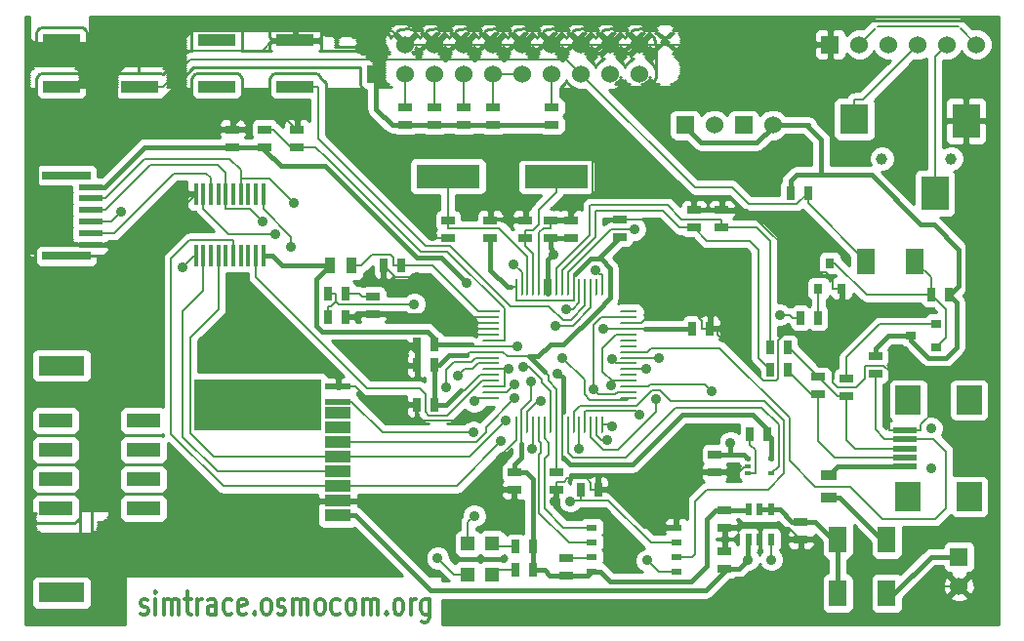
<source format=gtl>
G04 (created by PCBNEW-RS274X (2011-05-25)-stable) date Sat 05 Nov 2011 21:28:24 CET*
G01*
G70*
G90*
%MOIN*%
G04 Gerber Fmt 3.4, Leading zero omitted, Abs format*
%FSLAX34Y34*%
G04 APERTURE LIST*
%ADD10C,0.006000*%
%ADD11C,0.012000*%
%ADD12R,0.025000X0.045000*%
%ADD13R,0.045000X0.025000*%
%ADD14R,0.035000X0.055000*%
%ADD15R,0.055000X0.035000*%
%ADD16R,0.060000X0.009800*%
%ADD17O,0.060000X0.009800*%
%ADD18O,0.009800X0.060000*%
%ADD19R,0.060000X0.060000*%
%ADD20C,0.060000*%
%ADD21R,0.031500X0.035400*%
%ADD22R,0.035400X0.031500*%
%ADD23R,0.126000X0.039400*%
%ADD24C,0.035400*%
%ADD25R,0.078700X0.019700*%
%ADD26R,0.086600X0.098400*%
%ADD27R,0.090600X0.039400*%
%ADD28R,0.090600X0.019700*%
%ADD29R,0.118100X0.047200*%
%ADD30R,0.433100X0.173200*%
%ADD31R,0.157500X0.066900*%
%ADD32R,0.016000X0.074800*%
%ADD33R,0.020000X0.012000*%
%ADD34R,0.023600X0.043300*%
%ADD35R,0.059800X0.090600*%
%ADD36R,0.037900X0.019700*%
%ADD37R,0.047200X0.047200*%
%ADD38R,0.094500X0.116100*%
%ADD39R,0.094500X0.104300*%
%ADD40C,0.039400*%
%ADD41R,0.216500X0.078700*%
%ADD42R,0.078700X0.023600*%
%ADD43R,0.165400X0.027600*%
%ADD44C,0.035000*%
%ADD45C,0.016000*%
%ADD46C,0.008000*%
%ADD47C,0.010000*%
G04 APERTURE END LIST*
G54D10*
G54D11*
X18657Y-55636D02*
X18714Y-55674D01*
X18829Y-55674D01*
X18886Y-55636D01*
X18914Y-55560D01*
X18914Y-55521D01*
X18886Y-55445D01*
X18829Y-55407D01*
X18743Y-55407D01*
X18686Y-55369D01*
X18657Y-55293D01*
X18657Y-55255D01*
X18686Y-55179D01*
X18743Y-55140D01*
X18829Y-55140D01*
X18886Y-55179D01*
X19172Y-55674D02*
X19172Y-55140D01*
X19172Y-54874D02*
X19143Y-54912D01*
X19172Y-54950D01*
X19200Y-54912D01*
X19172Y-54874D01*
X19172Y-54950D01*
X19458Y-55674D02*
X19458Y-55140D01*
X19458Y-55217D02*
X19486Y-55179D01*
X19544Y-55140D01*
X19629Y-55140D01*
X19686Y-55179D01*
X19715Y-55255D01*
X19715Y-55674D01*
X19715Y-55255D02*
X19744Y-55179D01*
X19801Y-55140D01*
X19886Y-55140D01*
X19944Y-55179D01*
X19972Y-55255D01*
X19972Y-55674D01*
X20172Y-55140D02*
X20401Y-55140D01*
X20258Y-54874D02*
X20258Y-55560D01*
X20286Y-55636D01*
X20344Y-55674D01*
X20401Y-55674D01*
X20601Y-55674D02*
X20601Y-55140D01*
X20601Y-55293D02*
X20629Y-55217D01*
X20658Y-55179D01*
X20715Y-55140D01*
X20772Y-55140D01*
X21229Y-55674D02*
X21229Y-55255D01*
X21200Y-55179D01*
X21143Y-55140D01*
X21029Y-55140D01*
X20972Y-55179D01*
X21229Y-55636D02*
X21172Y-55674D01*
X21029Y-55674D01*
X20972Y-55636D01*
X20943Y-55560D01*
X20943Y-55483D01*
X20972Y-55407D01*
X21029Y-55369D01*
X21172Y-55369D01*
X21229Y-55331D01*
X21772Y-55636D02*
X21715Y-55674D01*
X21601Y-55674D01*
X21543Y-55636D01*
X21515Y-55598D01*
X21486Y-55521D01*
X21486Y-55293D01*
X21515Y-55217D01*
X21543Y-55179D01*
X21601Y-55140D01*
X21715Y-55140D01*
X21772Y-55179D01*
X22257Y-55636D02*
X22200Y-55674D01*
X22086Y-55674D01*
X22029Y-55636D01*
X22000Y-55560D01*
X22000Y-55255D01*
X22029Y-55179D01*
X22086Y-55140D01*
X22200Y-55140D01*
X22257Y-55179D01*
X22286Y-55255D01*
X22286Y-55331D01*
X22000Y-55407D01*
X22543Y-55598D02*
X22571Y-55636D01*
X22543Y-55674D01*
X22514Y-55636D01*
X22543Y-55598D01*
X22543Y-55674D01*
X22915Y-55674D02*
X22857Y-55636D01*
X22829Y-55598D01*
X22800Y-55521D01*
X22800Y-55293D01*
X22829Y-55217D01*
X22857Y-55179D01*
X22915Y-55140D01*
X23000Y-55140D01*
X23057Y-55179D01*
X23086Y-55217D01*
X23115Y-55293D01*
X23115Y-55521D01*
X23086Y-55598D01*
X23057Y-55636D01*
X23000Y-55674D01*
X22915Y-55674D01*
X23343Y-55636D02*
X23400Y-55674D01*
X23515Y-55674D01*
X23572Y-55636D01*
X23600Y-55560D01*
X23600Y-55521D01*
X23572Y-55445D01*
X23515Y-55407D01*
X23429Y-55407D01*
X23372Y-55369D01*
X23343Y-55293D01*
X23343Y-55255D01*
X23372Y-55179D01*
X23429Y-55140D01*
X23515Y-55140D01*
X23572Y-55179D01*
X23858Y-55674D02*
X23858Y-55140D01*
X23858Y-55217D02*
X23886Y-55179D01*
X23944Y-55140D01*
X24029Y-55140D01*
X24086Y-55179D01*
X24115Y-55255D01*
X24115Y-55674D01*
X24115Y-55255D02*
X24144Y-55179D01*
X24201Y-55140D01*
X24286Y-55140D01*
X24344Y-55179D01*
X24372Y-55255D01*
X24372Y-55674D01*
X24744Y-55674D02*
X24686Y-55636D01*
X24658Y-55598D01*
X24629Y-55521D01*
X24629Y-55293D01*
X24658Y-55217D01*
X24686Y-55179D01*
X24744Y-55140D01*
X24829Y-55140D01*
X24886Y-55179D01*
X24915Y-55217D01*
X24944Y-55293D01*
X24944Y-55521D01*
X24915Y-55598D01*
X24886Y-55636D01*
X24829Y-55674D01*
X24744Y-55674D01*
X25458Y-55636D02*
X25401Y-55674D01*
X25287Y-55674D01*
X25229Y-55636D01*
X25201Y-55598D01*
X25172Y-55521D01*
X25172Y-55293D01*
X25201Y-55217D01*
X25229Y-55179D01*
X25287Y-55140D01*
X25401Y-55140D01*
X25458Y-55179D01*
X25801Y-55674D02*
X25743Y-55636D01*
X25715Y-55598D01*
X25686Y-55521D01*
X25686Y-55293D01*
X25715Y-55217D01*
X25743Y-55179D01*
X25801Y-55140D01*
X25886Y-55140D01*
X25943Y-55179D01*
X25972Y-55217D01*
X26001Y-55293D01*
X26001Y-55521D01*
X25972Y-55598D01*
X25943Y-55636D01*
X25886Y-55674D01*
X25801Y-55674D01*
X26258Y-55674D02*
X26258Y-55140D01*
X26258Y-55217D02*
X26286Y-55179D01*
X26344Y-55140D01*
X26429Y-55140D01*
X26486Y-55179D01*
X26515Y-55255D01*
X26515Y-55674D01*
X26515Y-55255D02*
X26544Y-55179D01*
X26601Y-55140D01*
X26686Y-55140D01*
X26744Y-55179D01*
X26772Y-55255D01*
X26772Y-55674D01*
X27058Y-55598D02*
X27086Y-55636D01*
X27058Y-55674D01*
X27029Y-55636D01*
X27058Y-55598D01*
X27058Y-55674D01*
X27430Y-55674D02*
X27372Y-55636D01*
X27344Y-55598D01*
X27315Y-55521D01*
X27315Y-55293D01*
X27344Y-55217D01*
X27372Y-55179D01*
X27430Y-55140D01*
X27515Y-55140D01*
X27572Y-55179D01*
X27601Y-55217D01*
X27630Y-55293D01*
X27630Y-55521D01*
X27601Y-55598D01*
X27572Y-55636D01*
X27515Y-55674D01*
X27430Y-55674D01*
X27887Y-55674D02*
X27887Y-55140D01*
X27887Y-55293D02*
X27915Y-55217D01*
X27944Y-55179D01*
X28001Y-55140D01*
X28058Y-55140D01*
X28515Y-55140D02*
X28515Y-55788D01*
X28486Y-55864D01*
X28458Y-55902D01*
X28401Y-55940D01*
X28315Y-55940D01*
X28258Y-55902D01*
X28515Y-55636D02*
X28458Y-55674D01*
X28344Y-55674D01*
X28286Y-55636D01*
X28258Y-55598D01*
X28229Y-55521D01*
X28229Y-55293D01*
X28258Y-55217D01*
X28286Y-55179D01*
X28344Y-55140D01*
X28458Y-55140D01*
X28515Y-55179D01*
G54D12*
X33687Y-51400D03*
X34287Y-51400D03*
X41795Y-45537D03*
X41195Y-45537D03*
X32050Y-53350D03*
X31450Y-53350D03*
X32050Y-54150D03*
X31450Y-54150D03*
X40842Y-41267D03*
X41442Y-41267D03*
X25050Y-44700D03*
X25650Y-44700D03*
X40150Y-46550D03*
X40750Y-46550D03*
X40150Y-47300D03*
X40750Y-47300D03*
G54D13*
X32700Y-38350D03*
X32700Y-38950D03*
X30700Y-38350D03*
X30700Y-38950D03*
X29700Y-38350D03*
X29700Y-38950D03*
X28700Y-38350D03*
X28700Y-38950D03*
X27700Y-38350D03*
X27700Y-38950D03*
X42750Y-48200D03*
X42750Y-47600D03*
X43750Y-47450D03*
X43750Y-46850D03*
G54D12*
X46250Y-44750D03*
X45650Y-44750D03*
X27551Y-43763D03*
X26951Y-43763D03*
G54D13*
X38600Y-52100D03*
X38600Y-52700D03*
X38600Y-54100D03*
X38600Y-53500D03*
X35015Y-42785D03*
X35015Y-42185D03*
X32850Y-50800D03*
X32850Y-51400D03*
X29150Y-42200D03*
X29150Y-42800D03*
X31800Y-42800D03*
X31800Y-42200D03*
G54D12*
X28700Y-48500D03*
X28100Y-48500D03*
G54D13*
X30600Y-42800D03*
X30600Y-42200D03*
X41200Y-52500D03*
X41200Y-53100D03*
X38500Y-42450D03*
X38500Y-41850D03*
G54D12*
X28700Y-47150D03*
X28100Y-47150D03*
G54D13*
X37550Y-42450D03*
X37550Y-41850D03*
G54D12*
X25650Y-45500D03*
X25050Y-45500D03*
G54D13*
X33350Y-42800D03*
X33350Y-42200D03*
G54D12*
X37500Y-45900D03*
X38100Y-45900D03*
G54D13*
X26600Y-45400D03*
X26600Y-44800D03*
X41800Y-48150D03*
X41800Y-47550D03*
X31420Y-50809D03*
X31420Y-51409D03*
X32647Y-42804D03*
X32647Y-42204D03*
G54D12*
X28700Y-46450D03*
X28100Y-46450D03*
G54D14*
X25870Y-43753D03*
X25120Y-43753D03*
G54D15*
X42150Y-50925D03*
X42150Y-51675D03*
G54D16*
X30639Y-45324D03*
G54D17*
X30639Y-45521D03*
X30639Y-45718D03*
X30639Y-45915D03*
X30639Y-46112D03*
X30639Y-46308D03*
X30639Y-46505D03*
X30639Y-46702D03*
X30639Y-46899D03*
X30639Y-47096D03*
X30639Y-47293D03*
X30639Y-47489D03*
X30639Y-47686D03*
X30639Y-47883D03*
X30639Y-48080D03*
X30639Y-48277D03*
G54D18*
X31474Y-49175D03*
X31671Y-49175D03*
X31868Y-49175D03*
X32065Y-49175D03*
X32262Y-49175D03*
X32458Y-49175D03*
X32655Y-49175D03*
X32852Y-49175D03*
X33049Y-49175D03*
X33246Y-49175D03*
X33443Y-49175D03*
X33639Y-49175D03*
X33836Y-49175D03*
X34033Y-49175D03*
X34230Y-49175D03*
X34427Y-49175D03*
G54D17*
X35325Y-48277D03*
X35325Y-48080D03*
X35325Y-47883D03*
X35325Y-47686D03*
X35325Y-47489D03*
X35325Y-47293D03*
X35325Y-47096D03*
X35325Y-46899D03*
X35325Y-46702D03*
X35325Y-46505D03*
X35325Y-46308D03*
X35325Y-46112D03*
X35325Y-45915D03*
X35325Y-45718D03*
X35325Y-45521D03*
X35325Y-45324D03*
G54D18*
X34427Y-44489D03*
X34230Y-44489D03*
X33836Y-44489D03*
X34033Y-44482D03*
X33639Y-44489D03*
X33443Y-44489D03*
X33246Y-44489D03*
X33049Y-44489D03*
X32852Y-44489D03*
X32655Y-44489D03*
X32461Y-44489D03*
X32264Y-44489D03*
X32067Y-44489D03*
X31870Y-44489D03*
X31674Y-44489D03*
X31477Y-44489D03*
G54D19*
X42200Y-36200D03*
G54D20*
X43200Y-36200D03*
X44200Y-36200D03*
X45200Y-36200D03*
X46200Y-36200D03*
X47200Y-36200D03*
G54D21*
X41806Y-44533D03*
X42594Y-44533D03*
X42200Y-43667D03*
G54D22*
X45833Y-46544D03*
X45833Y-45756D03*
X44967Y-46150D03*
G54D23*
X18639Y-36063D03*
X18639Y-37637D03*
X15961Y-37637D03*
X15961Y-36063D03*
X23939Y-36063D03*
X23939Y-37637D03*
X21261Y-37637D03*
X21261Y-36063D03*
G54D24*
X45650Y-50689D03*
X45650Y-49311D03*
G54D25*
X44764Y-50315D03*
X44764Y-50000D03*
X44764Y-49685D03*
X44764Y-49370D03*
X44764Y-50630D03*
G54D26*
X44863Y-51654D03*
X44863Y-48346D03*
X46949Y-51654D03*
X46949Y-48346D03*
G54D27*
X25403Y-52294D03*
X25403Y-51794D03*
X25403Y-50794D03*
X25403Y-51294D03*
X25403Y-50294D03*
X25403Y-49794D03*
X25403Y-49294D03*
X25403Y-48794D03*
G54D28*
X25403Y-48400D03*
X25403Y-47889D03*
G54D29*
X15757Y-51050D03*
X15757Y-49050D03*
X15757Y-50050D03*
X15757Y-52050D03*
X18757Y-52050D03*
X18757Y-51050D03*
X18757Y-50050D03*
X18757Y-49050D03*
G54D30*
X22659Y-48503D03*
G54D31*
X15954Y-47172D03*
X15954Y-54928D03*
G54D32*
X22850Y-41300D03*
X22600Y-41300D03*
X22340Y-41300D03*
X22080Y-41300D03*
X21830Y-41300D03*
X21570Y-41300D03*
X21310Y-41300D03*
X21060Y-41300D03*
X20800Y-41300D03*
X20550Y-41300D03*
X20550Y-43400D03*
X20800Y-43400D03*
X21060Y-43400D03*
X21310Y-43400D03*
X21570Y-43400D03*
X21830Y-43400D03*
X22080Y-43400D03*
X22340Y-43400D03*
X22600Y-43400D03*
X22850Y-43400D03*
G54D12*
X40050Y-49500D03*
X39450Y-49500D03*
G54D13*
X24000Y-39100D03*
X24000Y-39700D03*
X22900Y-39700D03*
X22900Y-39100D03*
X21800Y-39100D03*
X21800Y-39700D03*
X38250Y-50200D03*
X38250Y-50800D03*
G54D33*
X39400Y-50350D03*
X39400Y-50850D03*
X40200Y-50350D03*
X39400Y-50600D03*
X40200Y-50850D03*
G54D34*
X39426Y-53112D03*
X39800Y-53112D03*
X40174Y-53112D03*
X39426Y-52088D03*
X39800Y-52088D03*
X40174Y-52088D03*
G54D35*
X45089Y-43600D03*
X43411Y-43600D03*
G54D19*
X46600Y-53700D03*
G54D20*
X46600Y-54700D03*
G54D35*
X44139Y-53100D03*
X42461Y-53100D03*
X44139Y-54950D03*
X42461Y-54950D03*
G54D36*
X36955Y-52700D03*
X36955Y-54200D03*
X36955Y-53700D03*
X36955Y-53200D03*
X34045Y-54200D03*
X34045Y-53700D03*
X34046Y-53200D03*
X34045Y-52700D03*
G54D37*
X30663Y-53250D03*
X29837Y-53250D03*
X30663Y-54300D03*
X29837Y-54300D03*
G54D19*
X26700Y-37200D03*
G54D20*
X26700Y-36200D03*
X27700Y-37200D03*
X27700Y-36200D03*
X28700Y-37200D03*
X28700Y-36200D03*
X29700Y-37200D03*
X29700Y-36200D03*
X30700Y-37200D03*
X30700Y-36200D03*
X31700Y-37200D03*
X31700Y-36200D03*
X32700Y-37200D03*
X32700Y-36200D03*
X33700Y-37200D03*
X33700Y-36200D03*
X34700Y-37200D03*
X34700Y-36200D03*
X35700Y-37200D03*
X35700Y-36200D03*
G54D19*
X37250Y-38950D03*
G54D20*
X38250Y-38950D03*
G54D19*
X39250Y-38950D03*
G54D20*
X40250Y-38950D03*
G54D38*
X46843Y-38811D03*
X45780Y-41281D03*
G54D39*
X43024Y-38752D03*
G54D40*
X46331Y-40100D03*
X43969Y-40100D03*
G54D41*
X32850Y-40700D03*
X29150Y-40700D03*
G54D13*
X33178Y-53736D03*
X33178Y-54336D03*
G54D42*
X16947Y-41066D03*
X16947Y-41459D03*
X16947Y-41853D03*
X16947Y-42247D03*
X16947Y-42641D03*
X16947Y-43034D03*
G54D43*
X16120Y-40672D03*
X16120Y-43428D03*
G54D44*
X34742Y-46956D03*
X22816Y-42245D03*
X31421Y-47811D03*
X35910Y-47293D03*
X31131Y-49039D03*
X34737Y-47832D03*
X35965Y-53828D03*
X33639Y-50003D03*
X36268Y-48322D03*
X35682Y-48858D03*
X20100Y-43800D03*
X18000Y-41900D03*
X31217Y-47293D03*
X23261Y-42681D03*
X31426Y-48290D03*
X34128Y-47979D03*
X29500Y-47500D03*
X30050Y-52300D03*
X29100Y-47900D03*
X28800Y-53750D03*
X23892Y-41603D03*
X31733Y-47209D03*
X30973Y-49764D03*
X34764Y-49247D03*
X23802Y-43110D03*
X30055Y-48393D03*
X38147Y-48037D03*
X40200Y-53800D03*
X30013Y-49446D03*
X34597Y-49724D03*
X33174Y-45257D03*
X33063Y-46911D03*
X34193Y-43899D03*
X36353Y-46899D03*
X32812Y-45800D03*
X32900Y-47435D03*
X29777Y-44364D03*
X39400Y-53800D03*
X38800Y-49800D03*
X32018Y-50002D03*
X33332Y-51799D03*
X34468Y-45915D03*
X32772Y-43374D03*
X31986Y-47726D03*
X31514Y-46505D03*
X28618Y-42765D03*
X28093Y-44156D03*
X31150Y-51924D03*
X32784Y-51816D03*
X27696Y-46611D03*
X29830Y-48992D03*
X35524Y-42509D03*
X32321Y-48367D03*
X40475Y-45434D03*
X31400Y-43700D03*
X27997Y-45069D03*
G54D45*
X31189Y-44489D02*
X31289Y-44489D01*
X30600Y-42800D02*
X30600Y-43900D01*
X30600Y-43900D02*
X31189Y-44489D01*
G54D46*
X30639Y-47489D02*
X30247Y-47489D01*
G54D45*
X29100Y-48500D02*
X29600Y-48000D01*
X29100Y-48500D02*
X28700Y-48500D01*
G54D46*
X29736Y-48000D02*
X29600Y-48000D01*
X30247Y-47489D02*
X29736Y-48000D01*
X30639Y-46702D02*
X29898Y-46702D01*
G54D45*
X28850Y-47150D02*
X29200Y-46800D01*
X29200Y-46800D02*
X29800Y-46800D01*
X28850Y-47150D02*
X28700Y-47150D01*
G54D46*
X29898Y-46702D02*
X29800Y-46800D01*
G54D45*
X28700Y-48500D02*
X28700Y-47150D01*
X31950Y-46862D02*
X31950Y-46880D01*
X31950Y-46880D02*
X32443Y-47373D01*
X32443Y-47373D02*
X32443Y-47398D01*
X32443Y-47398D02*
X32443Y-47373D01*
X34251Y-45299D02*
X33100Y-46450D01*
X34375Y-43525D02*
X34700Y-43850D01*
X34700Y-43850D02*
X34700Y-44850D01*
X34700Y-44850D02*
X34251Y-45299D01*
X34275Y-43525D02*
X34375Y-43525D01*
X32238Y-46862D02*
X31950Y-46862D01*
X31950Y-46862D02*
X31932Y-46862D01*
X32650Y-46450D02*
X32238Y-46862D01*
X33100Y-46450D02*
X32650Y-46450D01*
X34275Y-43525D02*
X34012Y-43525D01*
X34012Y-43525D02*
X33478Y-44059D01*
X34275Y-43525D02*
X35015Y-42785D01*
G54D46*
X32852Y-49396D02*
X32852Y-49618D01*
X32850Y-50800D02*
X32850Y-50532D01*
X32852Y-50530D02*
X32850Y-50532D01*
X32852Y-49618D02*
X32852Y-50530D01*
X33443Y-44932D02*
X31477Y-44932D01*
X31477Y-44489D02*
X31477Y-44932D01*
X31289Y-44489D02*
X31477Y-44489D01*
X33443Y-44710D02*
X33443Y-44932D01*
X33443Y-44710D02*
X33443Y-44489D01*
X32852Y-49396D02*
X32852Y-49175D01*
X32581Y-47511D02*
X32443Y-47373D01*
X32852Y-49175D02*
X32852Y-47968D01*
X32852Y-47968D02*
X32581Y-47697D01*
X32581Y-47697D02*
X32581Y-47511D01*
X32443Y-47373D02*
X32281Y-47210D01*
X31040Y-46702D02*
X30639Y-46702D01*
X31932Y-46862D02*
X31200Y-46862D01*
X31200Y-46862D02*
X31040Y-46702D01*
X32281Y-47210D02*
X31932Y-46862D01*
X34273Y-43527D02*
X34275Y-43525D01*
X34272Y-43527D02*
X34273Y-43527D01*
X33478Y-44103D02*
X34054Y-43527D01*
X34054Y-43527D02*
X34272Y-43527D01*
X33443Y-44138D02*
X33478Y-44103D01*
X33443Y-44489D02*
X33443Y-44138D01*
X41442Y-41267D02*
X41442Y-41631D01*
X41442Y-41631D02*
X43411Y-43600D01*
X34882Y-47096D02*
X34742Y-46956D01*
X35325Y-47096D02*
X34882Y-47096D01*
X18639Y-37637D02*
X19412Y-37637D01*
X33200Y-36700D02*
X33700Y-37200D01*
X20349Y-36700D02*
X33200Y-36700D01*
X19412Y-37637D02*
X20349Y-36700D01*
X41073Y-41636D02*
X41442Y-41267D01*
X39417Y-41636D02*
X41073Y-41636D01*
X38865Y-41084D02*
X39417Y-41636D01*
X37584Y-41084D02*
X38865Y-41084D01*
X33700Y-37200D02*
X37584Y-41084D01*
X44764Y-49685D02*
X45735Y-49685D01*
X36091Y-46580D02*
X35969Y-46702D01*
X38439Y-46580D02*
X36091Y-46580D01*
X40824Y-48965D02*
X38439Y-46580D01*
X40824Y-49965D02*
X40824Y-48965D01*
X35969Y-46702D02*
X35325Y-46702D01*
X40824Y-50424D02*
X40824Y-49965D01*
X41700Y-51300D02*
X40824Y-50424D01*
X42900Y-51300D02*
X41700Y-51300D01*
X44000Y-52400D02*
X42900Y-51300D01*
X45800Y-52400D02*
X44000Y-52400D01*
X46150Y-52050D02*
X45800Y-52400D01*
X46150Y-50100D02*
X46150Y-52050D01*
X45735Y-49685D02*
X46150Y-50100D01*
X44072Y-49685D02*
X44764Y-49685D01*
X43750Y-49363D02*
X44072Y-49685D01*
X43750Y-47450D02*
X43750Y-49363D01*
X23939Y-37637D02*
X24712Y-37637D01*
X24712Y-39410D02*
X24712Y-37637D01*
X28391Y-43089D02*
X24712Y-39410D01*
X29239Y-43089D02*
X28391Y-43089D01*
X31291Y-45141D02*
X29239Y-43089D01*
X32606Y-45141D02*
X31291Y-45141D01*
X33082Y-45617D02*
X32606Y-45141D01*
X33341Y-45617D02*
X33082Y-45617D01*
X33836Y-45122D02*
X33341Y-45617D01*
X33836Y-44489D02*
X33836Y-45122D01*
X16947Y-41853D02*
X17447Y-41853D01*
X21570Y-40570D02*
X21570Y-41300D01*
X21300Y-40300D02*
X21570Y-40570D01*
X19000Y-40300D02*
X21300Y-40300D01*
X17447Y-41853D02*
X19000Y-40300D01*
X31152Y-48080D02*
X30639Y-48080D01*
X31421Y-47811D02*
X31152Y-48080D01*
X21570Y-41300D02*
X21570Y-41817D01*
X22388Y-41817D02*
X22816Y-42245D01*
X21570Y-41817D02*
X22388Y-41817D01*
X35325Y-47293D02*
X35910Y-47293D01*
X35325Y-46112D02*
X34882Y-46112D01*
X21152Y-50294D02*
X25403Y-50294D01*
X20349Y-49491D02*
X21152Y-50294D01*
X20349Y-46201D02*
X20349Y-49491D01*
X21310Y-45240D02*
X20349Y-46201D01*
X21310Y-43400D02*
X21310Y-45240D01*
X34742Y-47686D02*
X35325Y-47686D01*
X34423Y-46571D02*
X34882Y-46112D01*
X34423Y-47367D02*
X34423Y-46571D01*
X34742Y-47686D02*
X34423Y-47367D01*
X29876Y-50294D02*
X25403Y-50294D01*
X31131Y-49039D02*
X29876Y-50294D01*
X34742Y-47827D02*
X34737Y-47832D01*
X34742Y-47686D02*
X34742Y-47827D01*
X36483Y-54212D02*
X36943Y-54212D01*
X33639Y-49175D02*
X33639Y-50003D01*
X35965Y-53828D02*
X36349Y-54212D01*
X36349Y-54212D02*
X36483Y-54212D01*
X36943Y-54212D02*
X36955Y-54200D01*
X37050Y-42450D02*
X37550Y-42450D01*
X36474Y-41874D02*
X37050Y-42450D01*
X34202Y-41874D02*
X36474Y-41874D01*
X34180Y-41896D02*
X34202Y-41874D01*
X34180Y-42782D02*
X34180Y-41896D01*
X33049Y-43913D02*
X34180Y-42782D01*
X33049Y-44489D02*
X33049Y-43913D01*
X39750Y-46900D02*
X40150Y-47300D01*
X39750Y-43200D02*
X39750Y-46900D01*
X39450Y-42900D02*
X39750Y-43200D01*
X38000Y-42900D02*
X39450Y-42900D01*
X37550Y-42450D02*
X38000Y-42900D01*
X40150Y-42900D02*
X40150Y-46550D01*
X39700Y-42450D02*
X40150Y-42900D01*
X38500Y-42450D02*
X39700Y-42450D01*
X32852Y-43851D02*
X32852Y-44489D01*
X33997Y-42706D02*
X32852Y-43851D01*
X33997Y-41703D02*
X33997Y-42706D01*
X34009Y-41691D02*
X33997Y-41703D01*
X36641Y-41691D02*
X34009Y-41691D01*
X37132Y-42182D02*
X36641Y-41691D01*
X38500Y-42182D02*
X37132Y-42182D01*
X38500Y-42450D02*
X38500Y-42182D01*
X43312Y-38088D02*
X45200Y-36200D01*
X43024Y-38088D02*
X43312Y-38088D01*
X43024Y-38752D02*
X43024Y-38088D01*
X34033Y-49175D02*
X34033Y-49618D01*
X36268Y-48732D02*
X36268Y-48322D01*
X34943Y-50057D02*
X36268Y-48732D01*
X34472Y-50057D02*
X34943Y-50057D01*
X34033Y-49618D02*
X34472Y-50057D01*
X45780Y-36620D02*
X46200Y-36200D01*
X45780Y-41281D02*
X45780Y-36620D01*
X35551Y-48727D02*
X35682Y-48858D01*
X33858Y-48727D02*
X35551Y-48727D01*
X33836Y-48749D02*
X33858Y-48727D01*
X33836Y-49175D02*
X33836Y-48749D01*
X20550Y-43400D02*
X20500Y-43400D01*
X20500Y-43400D02*
X20100Y-43800D01*
X16947Y-42247D02*
X17653Y-42247D01*
X17653Y-42247D02*
X18000Y-41900D01*
X30639Y-47293D02*
X31082Y-47293D01*
X31082Y-47293D02*
X31082Y-47883D01*
X30639Y-47883D02*
X31082Y-47883D01*
X31082Y-47293D02*
X31217Y-47293D01*
X35325Y-45521D02*
X34379Y-45521D01*
X34379Y-45521D02*
X34128Y-45772D01*
X20800Y-41300D02*
X20800Y-41817D01*
X25403Y-49794D02*
X25999Y-49794D01*
X21664Y-42681D02*
X23261Y-42681D01*
X20800Y-41817D02*
X21664Y-42681D01*
X30116Y-49794D02*
X25999Y-49794D01*
X30447Y-49463D02*
X30116Y-49794D01*
X30447Y-49269D02*
X30447Y-49463D01*
X31426Y-48290D02*
X30447Y-49269D01*
X34945Y-48080D02*
X35325Y-48080D01*
X34872Y-48153D02*
X34945Y-48080D01*
X34302Y-48153D02*
X34872Y-48153D01*
X34128Y-47979D02*
X34302Y-48153D01*
X34128Y-45772D02*
X34128Y-47979D01*
X30308Y-47686D02*
X30639Y-47686D01*
X29125Y-48869D02*
X30308Y-47686D01*
X28493Y-48869D02*
X29125Y-48869D01*
X28388Y-48764D02*
X28493Y-48869D01*
X28388Y-48140D02*
X28388Y-48764D01*
X28184Y-47936D02*
X28388Y-48140D01*
X26387Y-47936D02*
X28184Y-47936D01*
X22600Y-44149D02*
X26387Y-47936D01*
X22600Y-43400D02*
X22600Y-44149D01*
X29714Y-47286D02*
X29985Y-47286D01*
X29500Y-47500D02*
X29714Y-47286D01*
X29837Y-53250D02*
X29837Y-52513D01*
X29837Y-52513D02*
X30050Y-52300D01*
X29931Y-52419D02*
X30050Y-52300D01*
X30175Y-47096D02*
X30639Y-47096D01*
X29985Y-47286D02*
X30175Y-47096D01*
X29953Y-47052D02*
X29348Y-47052D01*
X29100Y-47300D02*
X29100Y-47900D01*
X29348Y-47052D02*
X29100Y-47300D01*
X29837Y-54300D02*
X29350Y-54300D01*
X29350Y-54300D02*
X28800Y-53750D01*
X29350Y-54300D02*
X28800Y-53750D01*
X29953Y-47052D02*
X30106Y-46899D01*
X30106Y-46899D02*
X30639Y-46899D01*
X38200Y-51400D02*
X38000Y-51400D01*
X38000Y-51400D02*
X37600Y-51800D01*
X37600Y-51800D02*
X37600Y-53600D01*
X36955Y-53700D02*
X37500Y-53700D01*
X40096Y-51400D02*
X40640Y-50856D01*
X38200Y-51400D02*
X40096Y-51400D01*
X37500Y-53700D02*
X37600Y-53600D01*
X40640Y-49300D02*
X40640Y-49040D01*
X39968Y-48368D02*
X36765Y-48368D01*
X40640Y-49040D02*
X39968Y-48368D01*
X40640Y-49300D02*
X40640Y-50856D01*
X36401Y-48004D02*
X36765Y-48368D01*
X36137Y-48004D02*
X36401Y-48004D01*
X35606Y-48535D02*
X36137Y-48004D01*
X33650Y-48535D02*
X35606Y-48535D01*
X33443Y-48742D02*
X33650Y-48535D01*
X33443Y-49175D02*
X33443Y-48742D01*
X32458Y-49175D02*
X32458Y-49658D01*
X33100Y-52700D02*
X34045Y-52700D01*
X32453Y-52053D02*
X33100Y-52700D01*
X32453Y-50350D02*
X32453Y-52053D01*
X32600Y-50203D02*
X32453Y-50350D01*
X32600Y-49800D02*
X32600Y-50203D01*
X32458Y-49658D02*
X32600Y-49800D01*
X16947Y-41459D02*
X17441Y-41459D01*
X22080Y-40480D02*
X22080Y-41300D01*
X21700Y-40100D02*
X22080Y-40480D01*
X18800Y-40100D02*
X21700Y-40100D01*
X17441Y-41459D02*
X18800Y-40100D01*
X22090Y-40782D02*
X22080Y-40792D01*
X23071Y-40782D02*
X22090Y-40782D01*
X23892Y-41603D02*
X23071Y-40782D01*
X22080Y-41300D02*
X22080Y-40792D01*
X31940Y-47209D02*
X31733Y-47209D01*
X32365Y-47634D02*
X31940Y-47209D01*
X32365Y-47742D02*
X32365Y-47634D01*
X32655Y-48032D02*
X32365Y-47742D01*
X32655Y-49175D02*
X32655Y-48032D01*
X25403Y-51294D02*
X21494Y-51294D01*
X21494Y-51294D02*
X19700Y-49500D01*
X19700Y-49500D02*
X19700Y-43523D01*
X19700Y-43523D02*
X20340Y-42883D01*
X21830Y-43400D02*
X21830Y-42883D01*
X21830Y-42883D02*
X20340Y-42883D01*
X29443Y-51294D02*
X30973Y-49764D01*
X25403Y-51294D02*
X29443Y-51294D01*
X34692Y-49175D02*
X34764Y-49247D01*
X34427Y-49175D02*
X34692Y-49175D01*
X33276Y-53212D02*
X34034Y-53212D01*
X33276Y-53212D02*
X32271Y-52207D01*
X32271Y-52207D02*
X32271Y-50200D01*
X32271Y-50200D02*
X32336Y-50135D01*
X32336Y-50135D02*
X32336Y-49823D01*
X32336Y-49823D02*
X32262Y-49749D01*
X32262Y-49749D02*
X32262Y-49618D01*
X32262Y-49175D02*
X32262Y-49618D01*
X34034Y-53212D02*
X34046Y-53200D01*
X30639Y-48277D02*
X30196Y-48277D01*
X22850Y-41300D02*
X22850Y-41817D01*
X23801Y-43110D02*
X23802Y-43110D01*
X23801Y-42768D02*
X23801Y-43110D01*
X22850Y-41817D02*
X23801Y-42768D01*
X30080Y-48393D02*
X30055Y-48393D01*
X30196Y-48277D02*
X30080Y-48393D01*
X38147Y-48037D02*
X37931Y-47821D01*
X37931Y-47821D02*
X36059Y-47821D01*
X36059Y-47821D02*
X35997Y-47883D01*
X35997Y-47883D02*
X35325Y-47883D01*
X40174Y-53112D02*
X40174Y-53774D01*
X40174Y-53774D02*
X40200Y-53800D01*
X34400Y-49724D02*
X34597Y-49724D01*
X34230Y-49554D02*
X34400Y-49724D01*
X34230Y-49175D02*
X34230Y-49554D01*
X26907Y-49446D02*
X30013Y-49446D01*
X25861Y-48400D02*
X26907Y-49446D01*
X25403Y-48400D02*
X25861Y-48400D01*
X31700Y-37200D02*
X30700Y-37200D01*
X33639Y-44489D02*
X33639Y-45025D01*
X33639Y-45025D02*
X33407Y-45257D01*
X33407Y-45257D02*
X33174Y-45257D01*
X30700Y-37200D02*
X30700Y-38350D01*
X28700Y-37200D02*
X28700Y-38350D01*
X33809Y-47657D02*
X33063Y-46911D01*
X33809Y-48151D02*
X33809Y-47657D01*
X33995Y-48337D02*
X33809Y-48151D01*
X35265Y-48337D02*
X33995Y-48337D01*
X35325Y-48277D02*
X35265Y-48337D01*
X32700Y-38350D02*
X32700Y-37200D01*
X34340Y-44046D02*
X34193Y-43899D01*
X34427Y-44046D02*
X34340Y-44046D01*
X34427Y-44489D02*
X34427Y-44046D01*
X35325Y-46899D02*
X36353Y-46899D01*
X34033Y-45185D02*
X34033Y-44482D01*
X33418Y-45800D02*
X34033Y-45185D01*
X32812Y-45800D02*
X33418Y-45800D01*
X29700Y-37200D02*
X29700Y-38350D01*
X42200Y-43667D02*
X42367Y-43667D01*
X43450Y-44750D02*
X45650Y-44750D01*
X42367Y-43667D02*
X43450Y-44750D01*
X45650Y-44750D02*
X45650Y-44161D01*
X45650Y-44161D02*
X45089Y-43600D01*
X46154Y-45254D02*
X45650Y-44750D01*
X45833Y-46544D02*
X46154Y-46223D01*
X46154Y-46223D02*
X46154Y-45254D01*
G54D45*
X44139Y-53100D02*
X43950Y-53100D01*
X42525Y-51675D02*
X42150Y-51675D01*
X43950Y-53100D02*
X42525Y-51675D01*
G54D46*
X40444Y-49400D02*
X40444Y-49194D01*
X36939Y-48600D02*
X35218Y-50321D01*
X39850Y-48600D02*
X36939Y-48600D01*
X40444Y-49194D02*
X39850Y-48600D01*
X40444Y-50606D02*
X40200Y-50850D01*
X40444Y-49400D02*
X40444Y-50606D01*
X33422Y-50321D02*
X35218Y-50321D01*
X33246Y-50145D02*
X33422Y-50321D01*
X33246Y-49175D02*
X33246Y-50145D01*
G54D45*
X22900Y-39700D02*
X22900Y-39800D01*
X22900Y-39800D02*
X23450Y-40350D01*
X21800Y-39700D02*
X22900Y-39700D01*
X16947Y-41066D02*
X17434Y-41066D01*
X18800Y-39700D02*
X21800Y-39700D01*
X17434Y-41066D02*
X18800Y-39700D01*
G54D46*
X33049Y-49175D02*
X33049Y-48780D01*
X33049Y-48780D02*
X33074Y-48755D01*
G54D45*
X32900Y-47435D02*
X32935Y-47435D01*
X33074Y-47574D02*
X33074Y-48755D01*
X32935Y-47435D02*
X33074Y-47574D01*
X28907Y-43494D02*
X29777Y-44364D01*
X28090Y-43494D02*
X28907Y-43494D01*
X24946Y-40350D02*
X28090Y-43494D01*
X23450Y-40350D02*
X24946Y-40350D01*
X40200Y-50350D02*
X40200Y-49650D01*
X40200Y-49650D02*
X40050Y-49500D01*
X40050Y-49500D02*
X40050Y-49350D01*
G54D46*
X33049Y-49175D02*
X33049Y-50315D01*
X33049Y-50315D02*
X33074Y-50340D01*
G54D45*
X40050Y-49350D02*
X39550Y-48850D01*
X39550Y-48850D02*
X37150Y-48850D01*
X37150Y-48850D02*
X35450Y-50550D01*
X35450Y-50550D02*
X33309Y-50550D01*
X33309Y-50550D02*
X33074Y-50315D01*
X33074Y-50315D02*
X33074Y-50340D01*
G54D46*
X33049Y-49175D02*
X33049Y-48755D01*
G54D45*
X39400Y-53800D02*
X39400Y-53138D01*
X39400Y-53138D02*
X39426Y-53112D01*
X38800Y-50200D02*
X38800Y-49800D01*
X39100Y-54100D02*
X38600Y-54100D01*
X39400Y-53800D02*
X39100Y-54100D01*
X38600Y-54100D02*
X38600Y-54200D01*
X28562Y-54857D02*
X37943Y-54857D01*
X38600Y-54200D02*
X37943Y-54857D01*
X25403Y-52294D02*
X25999Y-52294D01*
X25999Y-52294D02*
X28562Y-54857D01*
X38250Y-50200D02*
X38800Y-50200D01*
X38800Y-50200D02*
X39250Y-50200D01*
X39250Y-50200D02*
X39400Y-50350D01*
G54D46*
X28562Y-54857D02*
X25999Y-52294D01*
X16947Y-42641D02*
X17759Y-42641D01*
X21060Y-40760D02*
X21060Y-41300D01*
X20900Y-40600D02*
X21060Y-40760D01*
X19800Y-40600D02*
X20900Y-40600D01*
X17759Y-42641D02*
X19800Y-40600D01*
X20800Y-43400D02*
X20800Y-44600D01*
X21294Y-50794D02*
X25403Y-50794D01*
X20100Y-49600D02*
X21294Y-50794D01*
X20100Y-45300D02*
X20100Y-49600D01*
X20800Y-44600D02*
X20100Y-45300D01*
X36483Y-53212D02*
X36943Y-53212D01*
X36483Y-53212D02*
X36077Y-53212D01*
X36077Y-53212D02*
X34633Y-51768D01*
X33687Y-51768D02*
X34633Y-51768D01*
X36943Y-53212D02*
X36955Y-53200D01*
X33687Y-51400D02*
X33687Y-51768D01*
X33363Y-51768D02*
X33687Y-51768D01*
X33332Y-51799D02*
X33363Y-51768D01*
X32065Y-49955D02*
X32018Y-50002D01*
X32065Y-49175D02*
X32065Y-49955D01*
X30639Y-46505D02*
X30005Y-46505D01*
G54D45*
X29900Y-46450D02*
X29950Y-46450D01*
G54D46*
X30005Y-46505D02*
X29950Y-46450D01*
G54D45*
X28700Y-46450D02*
X29900Y-46450D01*
X38600Y-52100D02*
X39414Y-52100D01*
X39414Y-52100D02*
X39426Y-52088D01*
X38600Y-52100D02*
X38300Y-52100D01*
X38000Y-54000D02*
X37450Y-54550D01*
X38000Y-52400D02*
X38000Y-54000D01*
X38300Y-52100D02*
X38000Y-52400D01*
X40250Y-38950D02*
X41400Y-38950D01*
X41400Y-38950D02*
X41450Y-38950D01*
X40250Y-38950D02*
X40250Y-39000D01*
X40250Y-39000D02*
X39700Y-39550D01*
X34045Y-54200D02*
X34350Y-54200D01*
X34700Y-54550D02*
X37450Y-54550D01*
X34350Y-54200D02*
X34700Y-54550D01*
X33178Y-54336D02*
X33909Y-54336D01*
X33909Y-54336D02*
X34045Y-54200D01*
X30700Y-38950D02*
X32700Y-38950D01*
X29700Y-38950D02*
X30700Y-38950D01*
X28700Y-38950D02*
X29700Y-38950D01*
X27700Y-38950D02*
X28700Y-38950D01*
X26700Y-37200D02*
X26700Y-38400D01*
X27250Y-38950D02*
X27700Y-38950D01*
X26700Y-38400D02*
X27250Y-38950D01*
X31656Y-50305D02*
X31656Y-49856D01*
X31656Y-49856D02*
X31671Y-49871D01*
G54D46*
X22850Y-43400D02*
X22950Y-43400D01*
G54D45*
X23503Y-43753D02*
X23150Y-43400D01*
X23150Y-43400D02*
X22950Y-43400D01*
X23503Y-43753D02*
X25120Y-43753D01*
G54D46*
X32550Y-44150D02*
X32550Y-44384D01*
X32550Y-44384D02*
X32655Y-44489D01*
X32550Y-44100D02*
X32550Y-44150D01*
X32550Y-44150D02*
X32550Y-44400D01*
X32550Y-44400D02*
X32461Y-44489D01*
G54D45*
X28700Y-46450D02*
X28700Y-46250D01*
X24650Y-44223D02*
X25120Y-43753D01*
X24650Y-45800D02*
X24650Y-44223D01*
X24850Y-46000D02*
X24650Y-45800D01*
X28450Y-46000D02*
X24850Y-46000D01*
X28700Y-46250D02*
X28450Y-46000D01*
X37500Y-45900D02*
X35900Y-45900D01*
X35900Y-45900D02*
X35900Y-45915D01*
X32772Y-43374D02*
X32726Y-43374D01*
X32550Y-43550D02*
X32550Y-44100D01*
X32550Y-44100D02*
X32550Y-44700D01*
X32726Y-43374D02*
X32550Y-43550D01*
X33350Y-42800D02*
X32651Y-42800D01*
X32651Y-42800D02*
X32647Y-42804D01*
X32772Y-43374D02*
X32772Y-43272D01*
X32772Y-43272D02*
X32647Y-43147D01*
X32647Y-43147D02*
X32647Y-42804D01*
X37250Y-38950D02*
X37250Y-39000D01*
X37800Y-39550D02*
X39700Y-39550D01*
X37250Y-39000D02*
X37800Y-39550D01*
X40550Y-38950D02*
X41400Y-38950D01*
X41400Y-38950D02*
X41900Y-39450D01*
X41900Y-39450D02*
X41900Y-40659D01*
X40550Y-38950D02*
X41450Y-38950D01*
X46250Y-44750D02*
X46300Y-44750D01*
X46300Y-44750D02*
X46600Y-44450D01*
X46600Y-44450D02*
X46600Y-43200D01*
X46600Y-43200D02*
X45750Y-42350D01*
X45750Y-42350D02*
X45300Y-42350D01*
X45300Y-42350D02*
X43609Y-40659D01*
X43609Y-40659D02*
X41900Y-40659D01*
X40842Y-40858D02*
X40842Y-41267D01*
X41900Y-40659D02*
X41041Y-40659D01*
X41041Y-40659D02*
X40842Y-40858D01*
X44967Y-46150D02*
X44967Y-46300D01*
X44967Y-46300D02*
X45567Y-46900D01*
X46518Y-45018D02*
X46250Y-44750D01*
X46518Y-46532D02*
X46518Y-45018D01*
X46150Y-46900D02*
X46518Y-46532D01*
X45567Y-46900D02*
X46150Y-46900D01*
X43750Y-46850D02*
X43750Y-46582D01*
X43750Y-46582D02*
X44182Y-46150D01*
X44182Y-46150D02*
X44967Y-46150D01*
X31420Y-50809D02*
X31420Y-50541D01*
X31420Y-50541D02*
X31656Y-50305D01*
X31656Y-50305D02*
X31671Y-50290D01*
X32050Y-53350D02*
X32050Y-51050D01*
X31809Y-50809D02*
X31420Y-50809D01*
X32050Y-51050D02*
X31809Y-50809D01*
X32050Y-54150D02*
X32050Y-53350D01*
X33178Y-54336D02*
X32636Y-54336D01*
X32450Y-54150D02*
X32050Y-54150D01*
X32636Y-54336D02*
X32450Y-54150D01*
G54D46*
X31986Y-47726D02*
X31986Y-48353D01*
X31986Y-48353D02*
X31671Y-48668D01*
X31671Y-48668D02*
X31671Y-49175D01*
X31420Y-50541D02*
X31671Y-50290D01*
X31671Y-50290D02*
X31671Y-49871D01*
X31671Y-49871D02*
X31671Y-49618D01*
X31671Y-49396D02*
X31671Y-49618D01*
X31671Y-49396D02*
X31671Y-49175D01*
X35900Y-45915D02*
X35325Y-45915D01*
X35325Y-45915D02*
X34468Y-45915D01*
X30639Y-46505D02*
X31514Y-46505D01*
X30639Y-45718D02*
X30000Y-45718D01*
X30000Y-45718D02*
X30000Y-45700D01*
X30639Y-45915D02*
X30000Y-45915D01*
X30000Y-45915D02*
X30000Y-45900D01*
X30639Y-46112D02*
X30012Y-46112D01*
X30021Y-45521D02*
X30639Y-45521D01*
X30000Y-45500D02*
X30021Y-45521D01*
X30000Y-46100D02*
X30000Y-45900D01*
X30000Y-45900D02*
X30000Y-45700D01*
X30000Y-45700D02*
X30000Y-45500D01*
X30012Y-46112D02*
X30000Y-46100D01*
X21800Y-39100D02*
X21800Y-39000D01*
X23600Y-38700D02*
X24000Y-39100D01*
X22100Y-38700D02*
X23600Y-38700D01*
X21800Y-39000D02*
X22100Y-38700D01*
X21800Y-39100D02*
X18223Y-39100D01*
X18223Y-39100D02*
X17865Y-38742D01*
X28618Y-42765D02*
X28618Y-42618D01*
X31210Y-40610D02*
X31210Y-40598D01*
X30600Y-40000D02*
X31210Y-40610D01*
X27400Y-40000D02*
X30600Y-40000D01*
X27400Y-41400D02*
X27400Y-40000D01*
X28618Y-42618D02*
X27400Y-41400D01*
X46600Y-54700D02*
X45700Y-54700D01*
X41200Y-55200D02*
X41200Y-53100D01*
X41800Y-55800D02*
X41200Y-55200D01*
X44600Y-55800D02*
X41800Y-55800D01*
X45700Y-54700D02*
X44600Y-55800D01*
X39600Y-52700D02*
X40800Y-52700D01*
X40800Y-52700D02*
X41200Y-53100D01*
X38600Y-52700D02*
X39600Y-52700D01*
X39600Y-52700D02*
X39700Y-52700D01*
X39800Y-52800D02*
X39800Y-53112D01*
X39700Y-52700D02*
X39800Y-52800D01*
X38600Y-53500D02*
X38600Y-52700D01*
X36955Y-52700D02*
X36955Y-51045D01*
X37200Y-50800D02*
X38250Y-50800D01*
X36955Y-51045D02*
X37200Y-50800D01*
X33700Y-36200D02*
X32700Y-36200D01*
X31700Y-36200D02*
X30700Y-36200D01*
X32700Y-36200D02*
X31700Y-36200D01*
X30700Y-36200D02*
X29700Y-36200D01*
X34700Y-36200D02*
X33700Y-36200D01*
X29700Y-36200D02*
X28700Y-36200D01*
X28700Y-36200D02*
X27700Y-36200D01*
X42200Y-36200D02*
X35700Y-36200D01*
X35700Y-36200D02*
X34700Y-36200D01*
X36700Y-52712D02*
X36943Y-52712D01*
X36943Y-52712D02*
X36955Y-52700D01*
X45300Y-49196D02*
X45748Y-48748D01*
X45300Y-49370D02*
X45300Y-49196D01*
X44227Y-47360D02*
X44227Y-49370D01*
X44039Y-47172D02*
X44227Y-47360D01*
X43400Y-47172D02*
X44039Y-47172D01*
X43378Y-47194D02*
X43400Y-47172D01*
X43378Y-47622D02*
X43378Y-47194D01*
X43100Y-47900D02*
X43378Y-47622D01*
X42450Y-47900D02*
X43100Y-47900D01*
X42300Y-47750D02*
X42450Y-47900D01*
X42300Y-46272D02*
X42300Y-47750D01*
X42108Y-46080D02*
X42300Y-46272D01*
X45748Y-47869D02*
X45748Y-48748D01*
X46843Y-46774D02*
X45748Y-47869D01*
X46843Y-38811D02*
X46843Y-46774D01*
X47650Y-53650D02*
X46600Y-54700D01*
X47650Y-50650D02*
X47650Y-53650D01*
X45748Y-48748D02*
X47650Y-50650D01*
X27245Y-35745D02*
X27700Y-36200D01*
X25030Y-35745D02*
X27245Y-35745D01*
X24712Y-36063D02*
X25030Y-35745D01*
X42594Y-45594D02*
X42594Y-44533D01*
X42108Y-46080D02*
X42594Y-45594D01*
X31210Y-40598D02*
X31210Y-41978D01*
X31432Y-42200D02*
X31210Y-41978D01*
X31800Y-42200D02*
X31432Y-42200D01*
X31190Y-41978D02*
X31210Y-41978D01*
X30968Y-42200D02*
X31190Y-41978D01*
X32264Y-42619D02*
X32264Y-44489D01*
X32411Y-42472D02*
X32264Y-42619D01*
X32647Y-42472D02*
X32411Y-42472D01*
X39370Y-41850D02*
X38500Y-41850D01*
X41512Y-43992D02*
X39370Y-41850D01*
X42053Y-43992D02*
X41512Y-43992D01*
X42294Y-44233D02*
X42053Y-43992D01*
X42294Y-44533D02*
X42294Y-44233D01*
X38100Y-45900D02*
X38368Y-45900D01*
X38100Y-45900D02*
X37832Y-45900D01*
X35325Y-45718D02*
X35768Y-45718D01*
X29150Y-42800D02*
X28782Y-42800D01*
X30600Y-42200D02*
X30968Y-42200D01*
X32647Y-42204D02*
X32647Y-42472D01*
X44764Y-49370D02*
X44227Y-49370D01*
X44764Y-49370D02*
X45300Y-49370D01*
X22826Y-36403D02*
X23166Y-36063D01*
X19752Y-36403D02*
X22826Y-36403D01*
X19412Y-36063D02*
X19752Y-36403D01*
X23939Y-36063D02*
X23166Y-36063D01*
X23939Y-36063D02*
X24712Y-36063D01*
X25650Y-45500D02*
X25918Y-45500D01*
X26610Y-48500D02*
X25999Y-47889D01*
X27832Y-48500D02*
X26610Y-48500D01*
X28100Y-48500D02*
X27832Y-48500D01*
X25403Y-47889D02*
X25999Y-47889D01*
X28747Y-42765D02*
X28618Y-42765D01*
X28782Y-42800D02*
X28747Y-42765D01*
X26018Y-45400D02*
X26600Y-45400D01*
X25918Y-45500D02*
X26018Y-45400D01*
X31420Y-51409D02*
X31420Y-51677D01*
X25403Y-51794D02*
X25999Y-51794D01*
X27344Y-44156D02*
X28093Y-44156D01*
X26951Y-43763D02*
X27344Y-44156D01*
X42594Y-44533D02*
X42294Y-44533D01*
X34287Y-51400D02*
X34019Y-51400D01*
X32850Y-51400D02*
X32850Y-51132D01*
X18639Y-36063D02*
X19026Y-36063D01*
X19026Y-36063D02*
X19412Y-36063D01*
X30639Y-46112D02*
X30196Y-46112D01*
X33019Y-42200D02*
X33015Y-42204D01*
X33350Y-42200D02*
X33019Y-42200D01*
X32647Y-42204D02*
X33015Y-42204D01*
X33350Y-42200D02*
X33350Y-41932D01*
X34019Y-51176D02*
X34019Y-51400D01*
X33874Y-51031D02*
X34019Y-51176D01*
X33219Y-51031D02*
X33874Y-51031D01*
X33118Y-51132D02*
X33219Y-51031D01*
X32850Y-51132D02*
X33118Y-51132D01*
X34093Y-40185D02*
X34093Y-41289D01*
X31210Y-40598D02*
X31645Y-40163D01*
X31645Y-40163D02*
X34071Y-40163D01*
X34071Y-40163D02*
X34093Y-40185D01*
X33450Y-41932D02*
X33350Y-41932D01*
X34093Y-41289D02*
X33450Y-41932D01*
X38500Y-41850D02*
X37550Y-41850D01*
X37257Y-41289D02*
X34093Y-41289D01*
X37550Y-41582D02*
X37257Y-41289D01*
X37550Y-41850D02*
X37550Y-41582D01*
X35867Y-52712D02*
X34555Y-51400D01*
X36483Y-52712D02*
X35867Y-52712D01*
X34287Y-51400D02*
X34555Y-51400D01*
X36483Y-52712D02*
X36700Y-52712D01*
X38250Y-50800D02*
X38618Y-50800D01*
X38618Y-50800D02*
X39074Y-50800D01*
X39074Y-50800D02*
X39274Y-50600D01*
X39274Y-50600D02*
X39400Y-50600D01*
X32850Y-51400D02*
X32850Y-51668D01*
X31397Y-51677D02*
X31150Y-51924D01*
X31420Y-51677D02*
X31397Y-51677D01*
X28100Y-46450D02*
X27832Y-46450D01*
X26600Y-45400D02*
X26968Y-45400D01*
X32784Y-51734D02*
X32784Y-51816D01*
X32850Y-51668D02*
X32784Y-51734D01*
X36116Y-42185D02*
X35015Y-42185D01*
X36138Y-42207D02*
X36116Y-42185D01*
X36138Y-45348D02*
X36138Y-42207D01*
X37548Y-45348D02*
X36138Y-45348D01*
X37832Y-45632D02*
X37548Y-45348D01*
X37832Y-45900D02*
X37832Y-45632D01*
X36138Y-45348D02*
X35768Y-45718D01*
X18816Y-43034D02*
X20550Y-41300D01*
X16947Y-43034D02*
X18816Y-43034D01*
X28100Y-47150D02*
X28100Y-46782D01*
X28100Y-48500D02*
X28100Y-48868D01*
X27696Y-46586D02*
X27696Y-46611D01*
X27832Y-46450D02*
X27696Y-46586D01*
X27929Y-46611D02*
X28100Y-46782D01*
X27696Y-46611D02*
X27929Y-46611D01*
X31150Y-51924D02*
X30726Y-51500D01*
X30432Y-51794D02*
X30726Y-51500D01*
X25999Y-51794D02*
X30432Y-51794D01*
X17865Y-37224D02*
X17865Y-38742D01*
X19026Y-36063D02*
X17865Y-37224D01*
X15969Y-43034D02*
X16947Y-43034D01*
X15149Y-42214D02*
X15969Y-43034D01*
X15149Y-40392D02*
X15149Y-42214D01*
X16799Y-38742D02*
X15149Y-40392D01*
X17865Y-38742D02*
X16799Y-38742D01*
X38368Y-46110D02*
X38368Y-45900D01*
X39928Y-47670D02*
X38368Y-46110D01*
X40372Y-47670D02*
X39928Y-47670D01*
X40419Y-47623D02*
X40372Y-47670D01*
X40419Y-46321D02*
X40419Y-47623D01*
X40660Y-46080D02*
X40419Y-46321D01*
X42108Y-46080D02*
X40660Y-46080D01*
X30196Y-46112D02*
X29282Y-46112D01*
X28628Y-45400D02*
X26968Y-45400D01*
X28628Y-45458D02*
X28628Y-45400D01*
X29282Y-46112D02*
X28628Y-45458D01*
X28628Y-44691D02*
X28093Y-44156D01*
X28628Y-45400D02*
X28628Y-44691D01*
X29767Y-49055D02*
X29830Y-48992D01*
X28287Y-49055D02*
X29767Y-49055D01*
X28100Y-48868D02*
X28287Y-49055D01*
X31474Y-49714D02*
X31474Y-49175D01*
X30726Y-50462D02*
X31474Y-49714D01*
X30726Y-51500D02*
X30726Y-50462D01*
X33178Y-53736D02*
X34009Y-53736D01*
X34009Y-53736D02*
X34045Y-53700D01*
G54D45*
X45650Y-53700D02*
X46600Y-53700D01*
X44400Y-54950D02*
X45650Y-53700D01*
X44139Y-54950D02*
X44400Y-54950D01*
G54D46*
X24000Y-39700D02*
X24640Y-39700D01*
X31082Y-46308D02*
X31082Y-45214D01*
X31082Y-45214D02*
X29140Y-43272D01*
X29140Y-43272D02*
X28212Y-43272D01*
X28212Y-43272D02*
X25035Y-40095D01*
X31082Y-46308D02*
X30639Y-46308D01*
X24640Y-39700D02*
X25035Y-40095D01*
X22900Y-39100D02*
X23200Y-39100D01*
X23800Y-39700D02*
X24000Y-39700D01*
X23200Y-39100D02*
X23800Y-39700D01*
X43050Y-50000D02*
X44764Y-50000D01*
X42750Y-49700D02*
X43050Y-50000D01*
X42750Y-48200D02*
X42750Y-49700D01*
X42450Y-48200D02*
X42750Y-48200D01*
X41800Y-47550D02*
X42450Y-48200D01*
X40800Y-46550D02*
X41800Y-47550D01*
X40750Y-46550D02*
X40800Y-46550D01*
X42750Y-46892D02*
X42750Y-47600D01*
X43886Y-45756D02*
X42750Y-46892D01*
X45833Y-45756D02*
X43886Y-45756D01*
X41806Y-45158D02*
X41795Y-45169D01*
X41806Y-44533D02*
X41806Y-45158D01*
X41795Y-45537D02*
X41795Y-45169D01*
X34714Y-42509D02*
X35524Y-42509D01*
X33246Y-43977D02*
X34714Y-42509D01*
X33246Y-44489D02*
X33246Y-43977D01*
X41195Y-45537D02*
X40927Y-45537D01*
X31868Y-49175D02*
X31868Y-48732D01*
X40824Y-45434D02*
X40475Y-45434D01*
X40927Y-45537D02*
X40824Y-45434D01*
X32233Y-48367D02*
X32321Y-48367D01*
X31868Y-48732D02*
X32233Y-48367D01*
X43741Y-35659D02*
X43200Y-36200D01*
X46578Y-35578D02*
X43822Y-35578D01*
X47200Y-36200D02*
X46659Y-35659D01*
X32250Y-41837D02*
X32850Y-41237D01*
X32250Y-42350D02*
X32250Y-41837D01*
X32068Y-42532D02*
X32250Y-42350D01*
X31800Y-42532D02*
X32068Y-42532D01*
X31800Y-42800D02*
X31800Y-42532D01*
X32850Y-40700D02*
X32850Y-41237D01*
X32067Y-43335D02*
X31800Y-43068D01*
X32067Y-44489D02*
X32067Y-43335D01*
X31800Y-42800D02*
X31800Y-43068D01*
X31674Y-44489D02*
X31674Y-43974D01*
X31674Y-43974D02*
X31400Y-43700D01*
X25050Y-44700D02*
X25318Y-44700D01*
X25050Y-45500D02*
X25050Y-45132D01*
X25154Y-45132D02*
X25318Y-44968D01*
X25050Y-45132D02*
X25154Y-45132D01*
X25318Y-44968D02*
X25318Y-44700D01*
X25419Y-45069D02*
X25318Y-44968D01*
X27997Y-45069D02*
X25419Y-45069D01*
X29150Y-40700D02*
X29150Y-42200D01*
X30906Y-42468D02*
X29150Y-42468D01*
X31870Y-43432D02*
X30906Y-42468D01*
X31870Y-44489D02*
X31870Y-43432D01*
X29150Y-42200D02*
X29150Y-42468D01*
X27700Y-38350D02*
X27700Y-37200D01*
X26132Y-44700D02*
X25650Y-44700D01*
X26232Y-44800D02*
X26132Y-44700D01*
X26600Y-44800D02*
X26232Y-44800D01*
X31450Y-53350D02*
X30763Y-53350D01*
X30763Y-53350D02*
X30663Y-53250D01*
X31450Y-54150D02*
X30813Y-54150D01*
X30813Y-54150D02*
X30663Y-54300D01*
G54D45*
X40174Y-52088D02*
X39800Y-52088D01*
X41200Y-52500D02*
X40900Y-52500D01*
X40488Y-52088D02*
X40174Y-52088D01*
X40900Y-52500D02*
X40488Y-52088D01*
X42461Y-53100D02*
X42300Y-53100D01*
X41700Y-52500D02*
X41200Y-52500D01*
X42300Y-53100D02*
X41700Y-52500D01*
X42461Y-54950D02*
X42461Y-53100D01*
G54D46*
X42365Y-50315D02*
X44764Y-50315D01*
X41800Y-49750D02*
X42365Y-50315D01*
X41800Y-48150D02*
X41800Y-49750D01*
X41550Y-48150D02*
X41800Y-48150D01*
X40750Y-47350D02*
X41550Y-48150D01*
X40750Y-47300D02*
X40750Y-47350D01*
X39643Y-50061D02*
X39450Y-49868D01*
X39643Y-50850D02*
X39643Y-50061D01*
X39400Y-50850D02*
X39643Y-50850D01*
X39450Y-49500D02*
X39450Y-49868D01*
G54D45*
X44764Y-50630D02*
X42445Y-50630D01*
X42445Y-50630D02*
X42150Y-50925D01*
G54D46*
X27283Y-43495D02*
X27283Y-43763D01*
X27182Y-43394D02*
X27283Y-43495D01*
X26547Y-43394D02*
X27182Y-43394D01*
X26188Y-43753D02*
X26547Y-43394D01*
X25870Y-43753D02*
X26188Y-43753D01*
X27551Y-43763D02*
X27283Y-43763D01*
X30639Y-45324D02*
X30196Y-45324D01*
X27551Y-43763D02*
X27819Y-43763D01*
X28635Y-43763D02*
X30196Y-45324D01*
X27819Y-43763D02*
X28635Y-43763D01*
G54D47*
X21699Y-44022D02*
X21699Y-44022D01*
X22209Y-44022D02*
X22209Y-44022D01*
X21600Y-44102D02*
X22310Y-44102D01*
X21600Y-44182D02*
X22317Y-44182D01*
X21600Y-44262D02*
X22334Y-44262D01*
X21600Y-44342D02*
X22387Y-44342D01*
X21600Y-44422D02*
X22463Y-44422D01*
X21600Y-44502D02*
X22543Y-44502D01*
X21600Y-44582D02*
X22623Y-44582D01*
X21600Y-44662D02*
X22703Y-44662D01*
X21600Y-44742D02*
X22783Y-44742D01*
X21600Y-44822D02*
X22863Y-44822D01*
X21600Y-44902D02*
X22943Y-44902D01*
X21600Y-44982D02*
X23023Y-44982D01*
X21600Y-45062D02*
X23103Y-45062D01*
X21600Y-45142D02*
X23183Y-45142D01*
X21600Y-45222D02*
X23263Y-45222D01*
X21588Y-45302D02*
X23343Y-45302D01*
X21558Y-45382D02*
X23423Y-45382D01*
X21498Y-45462D02*
X23503Y-45462D01*
X21418Y-45542D02*
X23583Y-45542D01*
X21338Y-45622D02*
X23663Y-45622D01*
X21258Y-45702D02*
X23743Y-45702D01*
X21178Y-45782D02*
X23823Y-45782D01*
X21098Y-45862D02*
X23903Y-45862D01*
X21018Y-45942D02*
X23983Y-45942D01*
X20938Y-46022D02*
X24063Y-46022D01*
X20858Y-46102D02*
X24143Y-46102D01*
X20778Y-46182D02*
X24223Y-46182D01*
X20698Y-46262D02*
X24303Y-46262D01*
X20639Y-46342D02*
X24383Y-46342D01*
X20639Y-46422D02*
X24463Y-46422D01*
X20639Y-46502D02*
X24543Y-46502D01*
X20639Y-46582D02*
X24623Y-46582D01*
X20639Y-46662D02*
X24703Y-46662D01*
X20639Y-46742D02*
X24783Y-46742D01*
X20639Y-46822D02*
X24863Y-46822D01*
X20639Y-46902D02*
X24943Y-46902D01*
X20639Y-46982D02*
X25023Y-46982D01*
X20639Y-47062D02*
X25103Y-47062D01*
X20639Y-47142D02*
X25183Y-47142D01*
X20639Y-47222D02*
X25263Y-47222D01*
X20639Y-47302D02*
X25343Y-47302D01*
X20639Y-47382D02*
X25423Y-47382D01*
X25001Y-47462D02*
X25503Y-47462D01*
X25292Y-47542D02*
X25514Y-47542D01*
X25353Y-47622D02*
X25453Y-47622D01*
X25353Y-47702D02*
X25453Y-47702D01*
X25353Y-47782D02*
X25453Y-47782D01*
X25353Y-47862D02*
X25453Y-47862D01*
X25191Y-46330D02*
X27725Y-46330D01*
X25271Y-46410D02*
X28150Y-46410D01*
X25351Y-46490D02*
X28150Y-46490D01*
X25431Y-46570D02*
X27726Y-46570D01*
X28050Y-46570D02*
X28150Y-46570D01*
X25511Y-46650D02*
X27726Y-46650D01*
X28050Y-46650D02*
X28150Y-46650D01*
X25591Y-46730D02*
X27729Y-46730D01*
X28050Y-46730D02*
X28150Y-46730D01*
X25671Y-46810D02*
X27752Y-46810D01*
X28050Y-46810D02*
X28150Y-46810D01*
X25751Y-46890D02*
X27726Y-46890D01*
X28050Y-46890D02*
X28150Y-46890D01*
X25831Y-46970D02*
X27726Y-46970D01*
X28050Y-46970D02*
X28150Y-46970D01*
X25911Y-47050D02*
X27737Y-47050D01*
X28050Y-47050D02*
X28150Y-47050D01*
X25991Y-47130D02*
X28050Y-47130D01*
X28050Y-47130D02*
X28150Y-47130D01*
X26071Y-47210D02*
X27777Y-47210D01*
X28050Y-47210D02*
X28150Y-47210D01*
X26151Y-47290D02*
X27726Y-47290D01*
X28050Y-47290D02*
X28150Y-47290D01*
X26231Y-47370D02*
X27726Y-47370D01*
X28050Y-47370D02*
X28150Y-47370D01*
X26311Y-47450D02*
X27737Y-47450D01*
X28050Y-47450D02*
X28150Y-47450D01*
X26391Y-47530D02*
X27778Y-47530D01*
X28050Y-47530D02*
X28150Y-47530D01*
X26471Y-47610D02*
X27893Y-47610D01*
X28003Y-47610D02*
X28050Y-47610D01*
X28050Y-47610D02*
X28197Y-47610D01*
X28308Y-47610D02*
X28370Y-47610D01*
X28328Y-47690D02*
X28370Y-47690D01*
X26096Y-48056D02*
X26096Y-48056D01*
X26059Y-48136D02*
X26176Y-48136D01*
X26089Y-48216D02*
X26337Y-48216D01*
X26167Y-48296D02*
X27726Y-48296D01*
X26247Y-48376D02*
X27725Y-48376D01*
X26327Y-48456D02*
X28098Y-48456D01*
X26407Y-48536D02*
X28098Y-48536D01*
X26487Y-48616D02*
X27726Y-48616D01*
X28050Y-48616D02*
X28098Y-48616D01*
X26567Y-48696D02*
X27726Y-48696D01*
X28050Y-48696D02*
X28098Y-48696D01*
X26647Y-48776D02*
X27727Y-48776D01*
X28050Y-48776D02*
X28101Y-48776D01*
X26727Y-48856D02*
X27760Y-48856D01*
X28050Y-48856D02*
X28117Y-48856D01*
X26807Y-48936D02*
X27834Y-48936D01*
X28027Y-48936D02*
X28050Y-48936D01*
X28050Y-48936D02*
X28161Y-48936D01*
X26887Y-49016D02*
X28050Y-49016D01*
X28050Y-49016D02*
X28230Y-49016D01*
X26967Y-49096D02*
X28050Y-49096D01*
X28050Y-49096D02*
X28321Y-49096D01*
X26901Y-43713D02*
X26993Y-43713D01*
X26558Y-43793D02*
X26576Y-43793D01*
X26901Y-43793D02*
X26999Y-43793D01*
X26478Y-43873D02*
X26578Y-43873D01*
X26901Y-43873D02*
X27001Y-43873D01*
X26398Y-43953D02*
X26577Y-43953D01*
X26901Y-43953D02*
X27001Y-43953D01*
X26294Y-44033D02*
X26577Y-44033D01*
X26901Y-44033D02*
X27001Y-44033D01*
X26280Y-44113D02*
X26609Y-44113D01*
X26901Y-44113D02*
X27001Y-44113D01*
X27894Y-44113D02*
X28575Y-44113D01*
X26232Y-44193D02*
X26679Y-44193D01*
X26884Y-44193D02*
X27018Y-44193D01*
X27223Y-44193D02*
X27279Y-44193D01*
X27823Y-44193D02*
X28655Y-44193D01*
X26104Y-44273D02*
X28735Y-44273D01*
X25993Y-44353D02*
X28815Y-44353D01*
X26244Y-44433D02*
X26308Y-44433D01*
X26893Y-44433D02*
X28895Y-44433D01*
X27015Y-44513D02*
X28975Y-44513D01*
X27060Y-44593D02*
X29055Y-44593D01*
X27074Y-44673D02*
X27842Y-44673D01*
X28151Y-44673D02*
X29135Y-44673D01*
X27074Y-44753D02*
X27712Y-44753D01*
X28282Y-44753D02*
X29215Y-44753D01*
X28359Y-44833D02*
X29295Y-44833D01*
X28392Y-44913D02*
X29375Y-44913D01*
X28422Y-44993D02*
X29455Y-44993D01*
X28422Y-45073D02*
X29535Y-45073D01*
X28422Y-45153D02*
X29615Y-45153D01*
X28390Y-45233D02*
X29695Y-45233D01*
X28354Y-45313D02*
X29775Y-45313D01*
X26020Y-45393D02*
X27720Y-45393D01*
X28274Y-45393D02*
X29855Y-45393D01*
X25600Y-45473D02*
X26164Y-45473D01*
X27036Y-45473D02*
X27862Y-45473D01*
X28133Y-45473D02*
X29935Y-45473D01*
X25966Y-45553D02*
X26126Y-45553D01*
X27075Y-45553D02*
X30027Y-45553D01*
X26025Y-45633D02*
X26151Y-45633D01*
X27050Y-45633D02*
X30100Y-45633D01*
X28603Y-45713D02*
X30153Y-45713D01*
X28709Y-45793D02*
X30099Y-45793D01*
X28789Y-45873D02*
X30122Y-45873D01*
X28869Y-45953D02*
X30123Y-45953D01*
X28985Y-46033D02*
X30099Y-46033D01*
X29047Y-46113D02*
X30158Y-46113D01*
X30441Y-48570D02*
X30736Y-48570D01*
X30399Y-48650D02*
X30656Y-48650D01*
X29674Y-48730D02*
X29791Y-48730D01*
X30319Y-48730D02*
X30576Y-48730D01*
X29594Y-48810D02*
X29951Y-48810D01*
X30159Y-48810D02*
X30496Y-48810D01*
X29514Y-48890D02*
X30416Y-48890D01*
X29434Y-48970D02*
X30336Y-48970D01*
X29354Y-49050D02*
X29858Y-49050D01*
X30167Y-49050D02*
X30256Y-49050D01*
X29247Y-49130D02*
X29728Y-49130D01*
X34470Y-42164D02*
X35065Y-42164D01*
X34470Y-42244D02*
X34592Y-42244D01*
X34470Y-42324D02*
X34489Y-42324D01*
X32800Y-51350D02*
X32900Y-51350D01*
X32800Y-51430D02*
X32900Y-51430D01*
X32800Y-51510D02*
X32900Y-51510D01*
X32800Y-51590D02*
X32900Y-51590D01*
X32800Y-51670D02*
X32900Y-51670D01*
X32763Y-51750D02*
X32907Y-51750D01*
X32743Y-51830D02*
X32907Y-51830D01*
X32743Y-51910D02*
X32919Y-51910D01*
X32800Y-51990D02*
X32951Y-51990D01*
X32880Y-52070D02*
X33002Y-52070D01*
X33662Y-52070D02*
X34525Y-52070D01*
X32960Y-52150D02*
X33082Y-52150D01*
X33582Y-52150D02*
X34605Y-52150D01*
X33040Y-52230D02*
X34685Y-52230D01*
X33120Y-52310D02*
X34765Y-52310D01*
X33200Y-52390D02*
X33717Y-52390D01*
X34372Y-52390D02*
X34845Y-52390D01*
X34448Y-52470D02*
X34925Y-52470D01*
X34481Y-52550D02*
X35005Y-52550D01*
X34483Y-52630D02*
X35085Y-52630D01*
X34483Y-52710D02*
X35165Y-52710D01*
X34483Y-52790D02*
X35245Y-52790D01*
X34474Y-52870D02*
X35325Y-52870D01*
X34435Y-52950D02*
X35405Y-52950D01*
X34474Y-53030D02*
X35485Y-53030D01*
X34484Y-53110D02*
X35565Y-53110D01*
X34484Y-53190D02*
X35645Y-53190D01*
X34484Y-53270D02*
X35725Y-53270D01*
X34484Y-53350D02*
X35805Y-53350D01*
X34450Y-53430D02*
X35813Y-53430D01*
X34465Y-53510D02*
X35682Y-53510D01*
X34483Y-53590D02*
X35603Y-53590D01*
X34483Y-53670D02*
X35570Y-53670D01*
X34483Y-53750D02*
X35540Y-53750D01*
X34483Y-53830D02*
X35540Y-53830D01*
X34499Y-53910D02*
X35540Y-53910D01*
X34606Y-53990D02*
X35572Y-53990D01*
X34686Y-54070D02*
X35606Y-54070D01*
X34766Y-54150D02*
X35686Y-54150D01*
X37286Y-49180D02*
X39094Y-49180D01*
X37206Y-49260D02*
X39076Y-49260D01*
X37126Y-49340D02*
X39076Y-49340D01*
X37046Y-49420D02*
X38606Y-49420D01*
X38993Y-49420D02*
X39076Y-49420D01*
X36966Y-49500D02*
X38499Y-49500D01*
X36886Y-49580D02*
X38431Y-49580D01*
X36806Y-49660D02*
X38397Y-49660D01*
X36726Y-49740D02*
X38375Y-49740D01*
X36646Y-49820D02*
X38375Y-49820D01*
X36566Y-49900D02*
X37848Y-49900D01*
X36486Y-49980D02*
X37794Y-49980D01*
X36406Y-50060D02*
X37776Y-50060D01*
X36326Y-50140D02*
X37776Y-50140D01*
X36246Y-50220D02*
X37776Y-50220D01*
X36166Y-50300D02*
X37776Y-50300D01*
X36086Y-50380D02*
X37779Y-50380D01*
X36006Y-50460D02*
X37812Y-50460D01*
X35926Y-50540D02*
X37811Y-50540D01*
X38688Y-50540D02*
X39082Y-50540D01*
X35846Y-50620D02*
X37778Y-50620D01*
X38721Y-50620D02*
X39118Y-50620D01*
X35766Y-50700D02*
X37787Y-50700D01*
X38713Y-50700D02*
X39051Y-50700D01*
X35686Y-50780D02*
X39051Y-50780D01*
X35551Y-50860D02*
X37827Y-50860D01*
X38673Y-50860D02*
X39051Y-50860D01*
X33324Y-50940D02*
X33479Y-50940D01*
X33895Y-50940D02*
X34079Y-50940D01*
X34190Y-50940D02*
X34384Y-50940D01*
X34494Y-50940D02*
X37776Y-50940D01*
X38725Y-50940D02*
X39051Y-50940D01*
X33306Y-51020D02*
X33365Y-51020D01*
X34237Y-51020D02*
X34337Y-51020D01*
X34609Y-51020D02*
X37795Y-51020D01*
X38705Y-51020D02*
X39077Y-51020D01*
X33252Y-51100D02*
X33323Y-51100D01*
X34237Y-51100D02*
X34337Y-51100D01*
X34650Y-51100D02*
X37848Y-51100D01*
X38652Y-51100D02*
X39138Y-51100D01*
X33305Y-51180D02*
X33313Y-51180D01*
X34237Y-51180D02*
X34337Y-51180D01*
X34661Y-51180D02*
X37816Y-51180D01*
X34237Y-51260D02*
X34337Y-51260D01*
X34661Y-51260D02*
X37729Y-51260D01*
X34237Y-51340D02*
X34337Y-51340D01*
X34610Y-51340D02*
X34662Y-51340D01*
X34662Y-51340D02*
X37649Y-51340D01*
X34237Y-51420D02*
X34662Y-51420D01*
X34662Y-51420D02*
X37569Y-51420D01*
X34744Y-51500D02*
X37489Y-51500D01*
X34855Y-51580D02*
X37409Y-51580D01*
X34935Y-51660D02*
X37351Y-51660D01*
X35015Y-51740D02*
X37321Y-51740D01*
X35095Y-51820D02*
X37310Y-51820D01*
X35175Y-51900D02*
X37310Y-51900D01*
X35255Y-51980D02*
X37310Y-51980D01*
X35335Y-52060D02*
X37310Y-52060D01*
X35415Y-52140D02*
X37310Y-52140D01*
X35495Y-52220D02*
X37310Y-52220D01*
X35575Y-52300D02*
X37310Y-52300D01*
X35655Y-52380D02*
X36651Y-52380D01*
X36871Y-52380D02*
X37039Y-52380D01*
X37258Y-52380D02*
X37310Y-52380D01*
X35735Y-52460D02*
X36556Y-52460D01*
X36905Y-52460D02*
X37005Y-52460D01*
X35815Y-52540D02*
X36522Y-52540D01*
X36905Y-52540D02*
X37005Y-52540D01*
X35895Y-52620D02*
X36547Y-52620D01*
X36905Y-52620D02*
X37005Y-52620D01*
X35975Y-52700D02*
X36905Y-52700D01*
X36905Y-52700D02*
X37005Y-52700D01*
X36055Y-52780D02*
X36547Y-52780D01*
X36135Y-52860D02*
X36523Y-52860D01*
X35780Y-42164D02*
X36354Y-42164D01*
X35860Y-42244D02*
X36434Y-42244D01*
X35907Y-42324D02*
X36514Y-42324D01*
X35940Y-42404D02*
X36594Y-42404D01*
X35949Y-42484D02*
X36674Y-42484D01*
X35949Y-42564D02*
X36754Y-42564D01*
X35929Y-42644D02*
X36834Y-42644D01*
X35895Y-42724D02*
X36970Y-42724D01*
X35830Y-42804D02*
X37228Y-42804D01*
X35730Y-42884D02*
X37574Y-42884D01*
X35488Y-42964D02*
X37654Y-42964D01*
X35454Y-43044D02*
X37734Y-43044D01*
X35374Y-43124D02*
X37824Y-43124D01*
X35062Y-43204D02*
X39344Y-43204D01*
X34982Y-43284D02*
X39424Y-43284D01*
X34902Y-43364D02*
X39460Y-43364D01*
X34822Y-43444D02*
X39460Y-43444D01*
X34841Y-43524D02*
X39460Y-43524D01*
X34921Y-43604D02*
X39460Y-43604D01*
X34977Y-43684D02*
X39460Y-43684D01*
X35012Y-43764D02*
X39460Y-43764D01*
X35028Y-43844D02*
X39460Y-43844D01*
X35030Y-43924D02*
X39460Y-43924D01*
X35030Y-44004D02*
X39460Y-44004D01*
X35030Y-44084D02*
X39460Y-44084D01*
X35030Y-44164D02*
X39460Y-44164D01*
X35030Y-44244D02*
X39460Y-44244D01*
X35030Y-44324D02*
X39460Y-44324D01*
X35030Y-44404D02*
X39460Y-44404D01*
X35030Y-44484D02*
X39460Y-44484D01*
X35030Y-44564D02*
X39460Y-44564D01*
X35030Y-44644D02*
X39460Y-44644D01*
X35030Y-44724D02*
X39460Y-44724D01*
X35030Y-44804D02*
X39460Y-44804D01*
X35023Y-44884D02*
X39460Y-44884D01*
X35008Y-44964D02*
X39460Y-44964D01*
X34960Y-45044D02*
X34973Y-45044D01*
X35675Y-45044D02*
X39460Y-45044D01*
X35800Y-45124D02*
X39460Y-45124D01*
X35853Y-45204D02*
X39460Y-45204D01*
X35879Y-45284D02*
X39460Y-45284D01*
X35879Y-45364D02*
X39460Y-45364D01*
X35871Y-45444D02*
X37282Y-45444D01*
X37718Y-45444D02*
X37882Y-45444D01*
X38007Y-45444D02*
X38193Y-45444D01*
X38317Y-45444D02*
X39460Y-45444D01*
X35879Y-45524D02*
X37174Y-45524D01*
X38050Y-45524D02*
X38150Y-45524D01*
X38426Y-45524D02*
X39460Y-45524D01*
X38050Y-45604D02*
X38150Y-45604D01*
X38465Y-45604D02*
X39460Y-45604D01*
X38050Y-45684D02*
X38150Y-45684D01*
X38474Y-45684D02*
X39460Y-45684D01*
X38050Y-45764D02*
X38150Y-45764D01*
X38474Y-45764D02*
X39460Y-45764D01*
X38050Y-45844D02*
X38150Y-45844D01*
X38419Y-45844D02*
X38475Y-45844D01*
X38475Y-45844D02*
X39460Y-45844D01*
X38050Y-45924D02*
X38475Y-45924D01*
X38475Y-45924D02*
X39460Y-45924D01*
X38467Y-46004D02*
X38475Y-46004D01*
X38475Y-46004D02*
X39460Y-46004D01*
X38474Y-46084D02*
X39460Y-46084D01*
X38474Y-46164D02*
X39460Y-46164D01*
X38446Y-46244D02*
X39460Y-46244D01*
X38567Y-46324D02*
X39460Y-46324D01*
X38673Y-46404D02*
X39460Y-46404D01*
X38753Y-46484D02*
X39460Y-46484D01*
X38833Y-46564D02*
X39460Y-46564D01*
X38913Y-46644D02*
X39460Y-46644D01*
X38993Y-46724D02*
X39460Y-46724D01*
X39073Y-46804D02*
X39460Y-46804D01*
X39153Y-46884D02*
X39460Y-46884D01*
X39233Y-46964D02*
X39473Y-46964D01*
X39313Y-47044D02*
X39505Y-47044D01*
X39393Y-47124D02*
X39564Y-47124D01*
X39473Y-47204D02*
X39644Y-47204D01*
X39553Y-47284D02*
X39724Y-47284D01*
X39633Y-47364D02*
X39776Y-47364D01*
X39713Y-47444D02*
X39776Y-47444D01*
X42544Y-44483D02*
X42644Y-44483D01*
X42544Y-44563D02*
X42644Y-44563D01*
X42544Y-44643D02*
X42644Y-44643D01*
X42544Y-44723D02*
X42644Y-44723D01*
X43000Y-44723D02*
X43013Y-44723D01*
X42194Y-44803D02*
X42207Y-44803D01*
X42544Y-44803D02*
X42644Y-44803D01*
X42983Y-44803D02*
X43093Y-44803D01*
X42142Y-44883D02*
X42258Y-44883D01*
X42544Y-44883D02*
X42644Y-44883D01*
X42930Y-44883D02*
X43173Y-44883D01*
X42096Y-44963D02*
X43257Y-44963D01*
X42096Y-45043D02*
X45284Y-45043D01*
X42096Y-45123D02*
X45321Y-45123D01*
X42144Y-45203D02*
X45425Y-45203D01*
X42169Y-45283D02*
X45772Y-45283D01*
X42169Y-45363D02*
X45575Y-45363D01*
X42169Y-45443D02*
X45460Y-45443D01*
X42169Y-45523D02*
X43722Y-45523D01*
X42169Y-45603D02*
X43629Y-45603D01*
X42169Y-45683D02*
X43549Y-45683D01*
X40747Y-45763D02*
X40754Y-45763D01*
X42169Y-45763D02*
X43469Y-45763D01*
X40598Y-45843D02*
X40835Y-45843D01*
X42157Y-45843D02*
X43389Y-45843D01*
X40440Y-45923D02*
X40879Y-45923D01*
X42111Y-45923D02*
X43309Y-45923D01*
X40440Y-46003D02*
X41001Y-46003D01*
X41389Y-46003D02*
X41601Y-46003D01*
X41989Y-46003D02*
X43229Y-46003D01*
X40440Y-46083D02*
X40559Y-46083D01*
X40941Y-46083D02*
X43149Y-46083D01*
X41065Y-46163D02*
X43069Y-46163D01*
X41110Y-46243D02*
X42989Y-46243D01*
X41124Y-46323D02*
X42909Y-46323D01*
X41124Y-46403D02*
X42829Y-46403D01*
X41143Y-46483D02*
X42749Y-46483D01*
X41223Y-46563D02*
X42669Y-46563D01*
X41303Y-46643D02*
X42589Y-46643D01*
X41383Y-46723D02*
X42520Y-46723D01*
X41463Y-46803D02*
X42477Y-46803D01*
X41543Y-46883D02*
X42461Y-46883D01*
X41623Y-46963D02*
X42460Y-46963D01*
X41703Y-47043D02*
X42460Y-47043D01*
X41783Y-47123D02*
X42460Y-47123D01*
X42139Y-47203D02*
X42460Y-47203D01*
X42235Y-47283D02*
X42365Y-47283D01*
X42268Y-47363D02*
X42301Y-47363D01*
X42274Y-47443D02*
X42276Y-47443D01*
X42274Y-47523D02*
X42276Y-47523D01*
X42274Y-47603D02*
X42276Y-47603D01*
X14740Y-35240D02*
X14868Y-35240D01*
X16940Y-35240D02*
X47960Y-35240D01*
X14740Y-35320D02*
X14868Y-35320D01*
X16940Y-35320D02*
X43695Y-35320D01*
X46703Y-35320D02*
X47960Y-35320D01*
X14740Y-35400D02*
X14868Y-35400D01*
X16940Y-35400D02*
X43588Y-35400D01*
X46810Y-35400D02*
X47960Y-35400D01*
X14740Y-35480D02*
X14868Y-35480D01*
X16940Y-35480D02*
X43508Y-35480D01*
X46890Y-35480D02*
X47960Y-35480D01*
X14740Y-35560D02*
X14868Y-35560D01*
X16940Y-35560D02*
X27299Y-35560D01*
X27800Y-35560D02*
X28313Y-35560D01*
X28779Y-35560D02*
X29313Y-35560D01*
X29779Y-35560D02*
X30313Y-35560D01*
X30779Y-35560D02*
X31313Y-35560D01*
X31779Y-35560D02*
X32313Y-35560D01*
X32779Y-35560D02*
X33313Y-35560D01*
X33779Y-35560D02*
X34313Y-35560D01*
X34779Y-35560D02*
X35313Y-35560D01*
X35779Y-35560D02*
X36313Y-35560D01*
X36779Y-35560D02*
X43428Y-35560D01*
X46970Y-35560D02*
X47960Y-35560D01*
X14740Y-35640D02*
X14868Y-35640D01*
X16940Y-35640D02*
X27184Y-35640D01*
X27916Y-35640D02*
X28251Y-35640D01*
X28848Y-35640D02*
X29251Y-35640D01*
X29848Y-35640D02*
X30251Y-35640D01*
X30848Y-35640D02*
X31251Y-35640D01*
X31848Y-35640D02*
X32251Y-35640D01*
X32848Y-35640D02*
X33251Y-35640D01*
X33848Y-35640D02*
X34251Y-35640D01*
X34848Y-35640D02*
X35251Y-35640D01*
X35848Y-35640D02*
X36251Y-35640D01*
X36848Y-35640D02*
X43348Y-35640D01*
X47050Y-35640D02*
X47960Y-35640D01*
X14740Y-35720D02*
X14868Y-35720D01*
X16940Y-35720D02*
X27104Y-35720D01*
X27996Y-35720D02*
X28291Y-35720D01*
X28810Y-35720D02*
X28858Y-35720D01*
X28858Y-35720D02*
X29291Y-35720D01*
X29810Y-35720D02*
X29858Y-35720D01*
X29858Y-35720D02*
X30291Y-35720D01*
X30810Y-35720D02*
X30858Y-35720D01*
X30858Y-35720D02*
X31291Y-35720D01*
X31810Y-35720D02*
X31858Y-35720D01*
X31858Y-35720D02*
X32291Y-35720D01*
X32810Y-35720D02*
X32858Y-35720D01*
X32858Y-35720D02*
X33291Y-35720D01*
X33810Y-35720D02*
X33858Y-35720D01*
X33858Y-35720D02*
X34291Y-35720D01*
X34810Y-35720D02*
X34858Y-35720D01*
X34858Y-35720D02*
X35291Y-35720D01*
X35810Y-35720D02*
X35858Y-35720D01*
X35858Y-35720D02*
X36291Y-35720D01*
X36810Y-35720D02*
X36858Y-35720D01*
X36858Y-35720D02*
X41728Y-35720D01*
X42150Y-35720D02*
X42250Y-35720D01*
X42672Y-35720D02*
X42925Y-35720D01*
X47474Y-35720D02*
X47960Y-35720D01*
X14740Y-35800D02*
X14868Y-35800D01*
X16940Y-35800D02*
X20365Y-35800D01*
X24852Y-35800D02*
X27059Y-35800D01*
X28040Y-35800D02*
X28066Y-35800D01*
X28229Y-35800D02*
X28371Y-35800D01*
X28730Y-35800D02*
X28858Y-35800D01*
X28858Y-35800D02*
X28870Y-35800D01*
X29034Y-35800D02*
X29066Y-35800D01*
X29229Y-35800D02*
X29371Y-35800D01*
X29730Y-35800D02*
X29858Y-35800D01*
X29858Y-35800D02*
X29870Y-35800D01*
X30034Y-35800D02*
X30066Y-35800D01*
X30229Y-35800D02*
X30371Y-35800D01*
X30730Y-35800D02*
X30858Y-35800D01*
X30858Y-35800D02*
X30870Y-35800D01*
X31034Y-35800D02*
X31066Y-35800D01*
X31229Y-35800D02*
X31371Y-35800D01*
X31730Y-35800D02*
X31858Y-35800D01*
X31858Y-35800D02*
X31870Y-35800D01*
X32034Y-35800D02*
X32066Y-35800D01*
X32229Y-35800D02*
X32371Y-35800D01*
X32730Y-35800D02*
X32858Y-35800D01*
X32858Y-35800D02*
X32870Y-35800D01*
X33034Y-35800D02*
X33066Y-35800D01*
X33229Y-35800D02*
X33371Y-35800D01*
X33730Y-35800D02*
X33858Y-35800D01*
X33858Y-35800D02*
X33870Y-35800D01*
X34034Y-35800D02*
X34066Y-35800D01*
X34229Y-35800D02*
X34371Y-35800D01*
X34730Y-35800D02*
X34858Y-35800D01*
X34858Y-35800D02*
X34870Y-35800D01*
X35034Y-35800D02*
X35066Y-35800D01*
X35229Y-35800D02*
X35371Y-35800D01*
X35730Y-35800D02*
X35858Y-35800D01*
X35858Y-35800D02*
X35870Y-35800D01*
X36034Y-35800D02*
X36066Y-35800D01*
X36229Y-35800D02*
X36371Y-35800D01*
X36730Y-35800D02*
X36858Y-35800D01*
X36858Y-35800D02*
X36870Y-35800D01*
X37034Y-35800D02*
X41671Y-35800D01*
X42150Y-35800D02*
X42250Y-35800D01*
X42728Y-35800D02*
X42824Y-35800D01*
X47576Y-35800D02*
X47960Y-35800D01*
X14740Y-35880D02*
X14868Y-35880D01*
X16940Y-35880D02*
X20249Y-35880D01*
X24969Y-35880D02*
X27026Y-35880D01*
X28309Y-35880D02*
X28451Y-35880D01*
X28650Y-35880D02*
X28790Y-35880D01*
X29309Y-35880D02*
X29451Y-35880D01*
X29650Y-35880D02*
X29790Y-35880D01*
X30309Y-35880D02*
X30451Y-35880D01*
X30650Y-35880D02*
X30790Y-35880D01*
X31309Y-35880D02*
X31451Y-35880D01*
X31650Y-35880D02*
X31790Y-35880D01*
X32309Y-35880D02*
X32451Y-35880D01*
X32650Y-35880D02*
X32790Y-35880D01*
X33309Y-35880D02*
X33451Y-35880D01*
X33650Y-35880D02*
X33790Y-35880D01*
X34309Y-35880D02*
X34451Y-35880D01*
X34650Y-35880D02*
X34790Y-35880D01*
X35309Y-35880D02*
X35451Y-35880D01*
X35650Y-35880D02*
X35790Y-35880D01*
X36309Y-35880D02*
X36451Y-35880D01*
X36650Y-35880D02*
X36790Y-35880D01*
X37067Y-35880D02*
X41651Y-35880D01*
X42150Y-35880D02*
X42250Y-35880D01*
X47656Y-35880D02*
X47960Y-35880D01*
X14740Y-35960D02*
X14871Y-35960D01*
X16939Y-35960D02*
X20206Y-35960D01*
X25260Y-35960D02*
X25446Y-35960D01*
X25898Y-35960D02*
X27001Y-35960D01*
X28389Y-35960D02*
X28531Y-35960D01*
X28570Y-35960D02*
X28710Y-35960D01*
X29389Y-35960D02*
X29531Y-35960D01*
X29570Y-35960D02*
X29710Y-35960D01*
X30389Y-35960D02*
X30531Y-35960D01*
X30570Y-35960D02*
X30710Y-35960D01*
X31389Y-35960D02*
X31531Y-35960D01*
X31570Y-35960D02*
X31710Y-35960D01*
X32389Y-35960D02*
X32531Y-35960D01*
X32570Y-35960D02*
X32710Y-35960D01*
X33389Y-35960D02*
X33531Y-35960D01*
X33570Y-35960D02*
X33710Y-35960D01*
X34389Y-35960D02*
X34531Y-35960D01*
X34570Y-35960D02*
X34710Y-35960D01*
X35389Y-35960D02*
X35531Y-35960D01*
X35570Y-35960D02*
X35710Y-35960D01*
X36389Y-35960D02*
X36531Y-35960D01*
X36570Y-35960D02*
X36710Y-35960D01*
X37084Y-35960D02*
X41650Y-35960D01*
X42150Y-35960D02*
X42250Y-35960D01*
X47694Y-35960D02*
X47960Y-35960D01*
X14740Y-36040D02*
X14904Y-36040D01*
X16905Y-36040D02*
X20195Y-36040D01*
X25303Y-36040D02*
X25403Y-36040D01*
X26007Y-36040D02*
X27001Y-36040D01*
X28469Y-36040D02*
X28630Y-36040D01*
X29469Y-36040D02*
X29630Y-36040D01*
X30469Y-36040D02*
X30630Y-36040D01*
X31469Y-36040D02*
X31630Y-36040D01*
X32469Y-36040D02*
X32630Y-36040D01*
X33469Y-36040D02*
X33630Y-36040D01*
X34469Y-36040D02*
X34630Y-36040D01*
X35469Y-36040D02*
X35630Y-36040D01*
X36469Y-36040D02*
X36630Y-36040D01*
X37088Y-36040D02*
X41650Y-36040D01*
X42150Y-36040D02*
X42250Y-36040D01*
X47727Y-36040D02*
X47960Y-36040D01*
X14740Y-36120D02*
X14984Y-36120D01*
X16825Y-36120D02*
X20195Y-36120D01*
X25303Y-36120D02*
X25403Y-36120D01*
X26046Y-36120D02*
X27001Y-36120D01*
X28410Y-36120D02*
X28691Y-36120D01*
X29410Y-36120D02*
X29479Y-36120D01*
X29479Y-36120D02*
X29691Y-36120D01*
X30410Y-36120D02*
X30479Y-36120D01*
X30479Y-36120D02*
X30691Y-36120D01*
X31410Y-36120D02*
X31479Y-36120D01*
X31479Y-36120D02*
X31691Y-36120D01*
X32410Y-36120D02*
X32479Y-36120D01*
X32479Y-36120D02*
X32691Y-36120D01*
X33410Y-36120D02*
X33479Y-36120D01*
X33479Y-36120D02*
X33691Y-36120D01*
X34410Y-36120D02*
X34479Y-36120D01*
X34479Y-36120D02*
X34691Y-36120D01*
X35410Y-36120D02*
X35479Y-36120D01*
X35479Y-36120D02*
X35691Y-36120D01*
X36410Y-36120D02*
X36479Y-36120D01*
X36479Y-36120D02*
X36691Y-36120D01*
X37092Y-36120D02*
X41682Y-36120D01*
X42150Y-36120D02*
X42250Y-36120D01*
X47749Y-36120D02*
X47960Y-36120D01*
X14740Y-36200D02*
X20195Y-36200D01*
X25303Y-36200D02*
X25403Y-36200D01*
X26034Y-36200D02*
X26055Y-36200D01*
X26055Y-36200D02*
X27019Y-36200D01*
X28330Y-36200D02*
X28470Y-36200D01*
X28629Y-36200D02*
X28771Y-36200D01*
X29330Y-36200D02*
X29470Y-36200D01*
X29629Y-36200D02*
X29771Y-36200D01*
X30330Y-36200D02*
X30470Y-36200D01*
X30629Y-36200D02*
X30771Y-36200D01*
X31330Y-36200D02*
X31470Y-36200D01*
X31629Y-36200D02*
X31771Y-36200D01*
X32330Y-36200D02*
X32470Y-36200D01*
X32629Y-36200D02*
X32771Y-36200D01*
X33330Y-36200D02*
X33470Y-36200D01*
X33629Y-36200D02*
X33771Y-36200D01*
X34330Y-36200D02*
X34470Y-36200D01*
X34629Y-36200D02*
X34771Y-36200D01*
X35330Y-36200D02*
X35470Y-36200D01*
X35629Y-36200D02*
X35771Y-36200D01*
X36330Y-36200D02*
X36470Y-36200D01*
X36629Y-36200D02*
X36771Y-36200D01*
X37069Y-36200D02*
X37093Y-36200D01*
X37093Y-36200D02*
X42150Y-36200D01*
X42150Y-36200D02*
X42250Y-36200D01*
X47749Y-36200D02*
X47960Y-36200D01*
X14740Y-36280D02*
X20195Y-36280D01*
X25303Y-36280D02*
X26055Y-36280D01*
X26055Y-36280D02*
X27052Y-36280D01*
X28048Y-36280D02*
X28057Y-36280D01*
X28250Y-36280D02*
X28390Y-36280D01*
X28709Y-36280D02*
X28851Y-36280D01*
X29040Y-36280D02*
X29057Y-36280D01*
X29250Y-36280D02*
X29390Y-36280D01*
X29709Y-36280D02*
X29851Y-36280D01*
X30040Y-36280D02*
X30057Y-36280D01*
X30250Y-36280D02*
X30390Y-36280D01*
X30709Y-36280D02*
X30851Y-36280D01*
X31040Y-36280D02*
X31057Y-36280D01*
X31250Y-36280D02*
X31390Y-36280D01*
X31709Y-36280D02*
X31851Y-36280D01*
X32040Y-36280D02*
X32057Y-36280D01*
X32250Y-36280D02*
X32390Y-36280D01*
X32709Y-36280D02*
X32851Y-36280D01*
X33040Y-36280D02*
X33057Y-36280D01*
X33250Y-36280D02*
X33390Y-36280D01*
X33709Y-36280D02*
X33851Y-36280D01*
X34040Y-36280D02*
X34057Y-36280D01*
X34250Y-36280D02*
X34390Y-36280D01*
X34709Y-36280D02*
X34851Y-36280D01*
X35040Y-36280D02*
X35057Y-36280D01*
X35250Y-36280D02*
X35390Y-36280D01*
X35709Y-36280D02*
X35851Y-36280D01*
X36040Y-36280D02*
X36057Y-36280D01*
X36250Y-36280D02*
X36390Y-36280D01*
X36709Y-36280D02*
X36851Y-36280D01*
X37040Y-36280D02*
X37093Y-36280D01*
X37093Y-36280D02*
X41682Y-36280D01*
X42150Y-36280D02*
X42250Y-36280D01*
X47749Y-36280D02*
X47960Y-36280D01*
X14740Y-36360D02*
X20195Y-36360D01*
X26016Y-36360D02*
X26055Y-36360D01*
X26055Y-36360D02*
X27085Y-36360D01*
X28016Y-36360D02*
X28310Y-36360D01*
X28789Y-36360D02*
X29310Y-36360D01*
X29789Y-36360D02*
X30310Y-36360D01*
X30789Y-36360D02*
X31310Y-36360D01*
X31789Y-36360D02*
X32310Y-36360D01*
X32789Y-36360D02*
X33310Y-36360D01*
X33789Y-36360D02*
X34310Y-36360D01*
X34789Y-36360D02*
X35310Y-36360D01*
X35789Y-36360D02*
X36310Y-36360D01*
X36789Y-36360D02*
X37093Y-36360D01*
X37093Y-36360D02*
X41651Y-36360D01*
X42150Y-36360D02*
X42250Y-36360D01*
X47728Y-36360D02*
X47749Y-36360D01*
X47749Y-36360D02*
X47960Y-36360D01*
X14740Y-36440D02*
X20195Y-36440D01*
X26054Y-36440D02*
X27164Y-36440D01*
X27936Y-36440D02*
X28246Y-36440D01*
X28855Y-36440D02*
X29246Y-36440D01*
X29855Y-36440D02*
X30246Y-36440D01*
X30855Y-36440D02*
X31246Y-36440D01*
X31855Y-36440D02*
X32246Y-36440D01*
X32855Y-36440D02*
X33246Y-36440D01*
X33855Y-36440D02*
X34246Y-36440D01*
X34855Y-36440D02*
X35246Y-36440D01*
X35855Y-36440D02*
X36246Y-36440D01*
X36855Y-36440D02*
X37093Y-36440D01*
X37093Y-36440D02*
X41651Y-36440D01*
X42150Y-36440D02*
X42250Y-36440D01*
X43695Y-36440D02*
X43706Y-36440D01*
X46695Y-36440D02*
X46706Y-36440D01*
X47695Y-36440D02*
X47749Y-36440D01*
X47749Y-36440D02*
X47960Y-36440D01*
X14740Y-36520D02*
X20195Y-36520D01*
X26200Y-36520D02*
X27155Y-36520D01*
X27945Y-36520D02*
X28269Y-36520D01*
X28832Y-36520D02*
X29269Y-36520D01*
X29832Y-36520D02*
X30269Y-36520D01*
X30832Y-36520D02*
X31269Y-36520D01*
X31832Y-36520D02*
X32269Y-36520D01*
X32832Y-36520D02*
X33269Y-36520D01*
X33832Y-36520D02*
X34269Y-36520D01*
X34832Y-36520D02*
X35269Y-36520D01*
X35832Y-36520D02*
X36269Y-36520D01*
X36832Y-36520D02*
X37093Y-36520D01*
X37093Y-36520D02*
X41651Y-36520D01*
X42150Y-36520D02*
X42250Y-36520D01*
X43656Y-36520D02*
X43744Y-36520D01*
X46656Y-36520D02*
X46744Y-36520D01*
X47656Y-36520D02*
X47749Y-36520D01*
X47749Y-36520D02*
X47960Y-36520D01*
X14740Y-36600D02*
X20195Y-36600D01*
X26360Y-36600D02*
X27048Y-36600D01*
X28052Y-36600D02*
X28224Y-36600D01*
X28876Y-36600D02*
X29224Y-36600D01*
X29876Y-36600D02*
X30224Y-36600D01*
X30876Y-36600D02*
X31224Y-36600D01*
X31876Y-36600D02*
X32224Y-36600D01*
X32876Y-36600D02*
X33224Y-36600D01*
X33876Y-36600D02*
X34224Y-36600D01*
X34876Y-36600D02*
X35224Y-36600D01*
X35876Y-36600D02*
X36224Y-36600D01*
X36876Y-36600D02*
X37093Y-36600D01*
X37093Y-36600D02*
X41672Y-36600D01*
X42150Y-36600D02*
X42250Y-36600D01*
X42729Y-36600D02*
X42824Y-36600D01*
X43576Y-36600D02*
X43824Y-36600D01*
X46576Y-36600D02*
X46824Y-36600D01*
X47576Y-36600D02*
X47749Y-36600D01*
X47749Y-36600D02*
X47960Y-36600D01*
X14740Y-36680D02*
X20195Y-36680D01*
X26440Y-36680D02*
X27009Y-36680D01*
X28090Y-36680D02*
X28144Y-36680D01*
X28956Y-36680D02*
X29144Y-36680D01*
X29956Y-36680D02*
X30144Y-36680D01*
X30956Y-36680D02*
X31144Y-36680D01*
X31956Y-36680D02*
X32144Y-36680D01*
X32956Y-36680D02*
X33144Y-36680D01*
X33956Y-36680D02*
X34144Y-36680D01*
X34956Y-36680D02*
X35144Y-36680D01*
X35956Y-36680D02*
X36144Y-36680D01*
X36956Y-36680D02*
X37093Y-36680D01*
X37093Y-36680D02*
X41728Y-36680D01*
X42150Y-36680D02*
X42250Y-36680D01*
X42672Y-36680D02*
X42926Y-36680D01*
X43475Y-36680D02*
X43926Y-36680D01*
X45474Y-36680D02*
X45490Y-36680D01*
X46475Y-36680D02*
X46926Y-36680D01*
X47475Y-36680D02*
X47749Y-36680D01*
X47749Y-36680D02*
X47960Y-36680D01*
X14740Y-36760D02*
X20195Y-36760D01*
X26520Y-36760D02*
X27001Y-36760D01*
X29023Y-36760D02*
X29076Y-36760D01*
X30023Y-36760D02*
X30076Y-36760D01*
X31023Y-36760D02*
X31076Y-36760D01*
X33023Y-36760D02*
X33076Y-36760D01*
X34023Y-36760D02*
X34076Y-36760D01*
X35023Y-36760D02*
X35076Y-36760D01*
X36023Y-36760D02*
X36076Y-36760D01*
X37023Y-36760D02*
X37093Y-36760D01*
X37093Y-36760D02*
X42150Y-36760D01*
X42150Y-36760D02*
X44230Y-36760D01*
X45049Y-36760D02*
X45490Y-36760D01*
X46070Y-36760D02*
X47960Y-36760D01*
X14740Y-36840D02*
X20195Y-36840D01*
X26600Y-36840D02*
X27001Y-36840D01*
X37057Y-36840D02*
X37093Y-36840D01*
X37093Y-36840D02*
X42150Y-36840D01*
X42150Y-36840D02*
X44150Y-36840D01*
X44969Y-36840D02*
X45490Y-36840D01*
X46070Y-36840D02*
X47960Y-36840D01*
X14740Y-36920D02*
X20195Y-36920D01*
X26680Y-36920D02*
X27001Y-36920D01*
X37090Y-36920D02*
X37093Y-36920D01*
X37093Y-36920D02*
X42150Y-36920D01*
X42150Y-36920D02*
X44070Y-36920D01*
X44889Y-36920D02*
X45490Y-36920D01*
X46070Y-36920D02*
X47960Y-36920D01*
X14740Y-37000D02*
X14983Y-37000D01*
X16430Y-37000D02*
X17983Y-37000D01*
X19430Y-37000D02*
X20195Y-37000D01*
X26741Y-37000D02*
X27001Y-37000D01*
X37099Y-37000D02*
X42150Y-37000D01*
X42150Y-37000D02*
X43990Y-37000D01*
X44809Y-37000D02*
X45490Y-37000D01*
X46070Y-37000D02*
X47960Y-37000D01*
X14740Y-37080D02*
X14903Y-37080D01*
X16510Y-37080D02*
X17903Y-37080D01*
X19510Y-37080D02*
X20195Y-37080D01*
X26775Y-37080D02*
X27001Y-37080D01*
X37099Y-37080D02*
X42150Y-37080D01*
X42150Y-37080D02*
X43910Y-37080D01*
X44729Y-37080D02*
X45490Y-37080D01*
X46070Y-37080D02*
X47960Y-37080D01*
X14740Y-37160D02*
X14869Y-37160D01*
X16543Y-37160D02*
X17869Y-37160D01*
X19543Y-37160D02*
X20195Y-37160D01*
X26790Y-37160D02*
X27001Y-37160D01*
X37099Y-37160D02*
X42150Y-37160D01*
X42150Y-37160D02*
X43830Y-37160D01*
X44649Y-37160D02*
X45490Y-37160D01*
X46070Y-37160D02*
X47960Y-37160D01*
X14740Y-37240D02*
X14868Y-37240D01*
X16546Y-37240D02*
X17868Y-37240D01*
X19546Y-37240D02*
X20195Y-37240D01*
X26790Y-37240D02*
X27001Y-37240D01*
X37066Y-37240D02*
X42150Y-37240D01*
X42150Y-37240D02*
X43750Y-37240D01*
X44569Y-37240D02*
X45490Y-37240D01*
X46070Y-37240D02*
X47960Y-37240D01*
X14740Y-37320D02*
X14868Y-37320D01*
X16546Y-37320D02*
X17868Y-37320D01*
X19546Y-37320D02*
X20195Y-37320D01*
X26790Y-37320D02*
X27001Y-37320D01*
X35032Y-37320D02*
X35069Y-37320D01*
X36032Y-37320D02*
X36069Y-37320D01*
X37033Y-37320D02*
X42150Y-37320D01*
X42150Y-37320D02*
X43670Y-37320D01*
X44489Y-37320D02*
X45490Y-37320D01*
X46070Y-37320D02*
X47960Y-37320D01*
X14740Y-37400D02*
X14868Y-37400D01*
X16546Y-37400D02*
X17868Y-37400D01*
X19546Y-37400D02*
X20195Y-37400D01*
X26790Y-37400D02*
X27002Y-37400D01*
X34976Y-37400D02*
X35124Y-37400D01*
X35976Y-37400D02*
X36124Y-37400D01*
X36976Y-37400D02*
X42150Y-37400D01*
X42150Y-37400D02*
X43590Y-37400D01*
X44409Y-37400D02*
X45490Y-37400D01*
X46070Y-37400D02*
X47960Y-37400D01*
X14740Y-37480D02*
X14868Y-37480D01*
X16546Y-37480D02*
X17868Y-37480D01*
X19546Y-37480D02*
X20195Y-37480D01*
X26790Y-37480D02*
X27035Y-37480D01*
X34896Y-37480D02*
X35204Y-37480D01*
X35896Y-37480D02*
X36204Y-37480D01*
X36896Y-37480D02*
X42150Y-37480D01*
X42150Y-37480D02*
X43510Y-37480D01*
X44329Y-37480D02*
X45490Y-37480D01*
X46070Y-37480D02*
X47960Y-37480D01*
X14740Y-37560D02*
X14868Y-37560D01*
X16546Y-37560D02*
X17868Y-37560D01*
X19546Y-37560D02*
X20195Y-37560D01*
X26790Y-37560D02*
X27108Y-37560D01*
X34870Y-37560D02*
X35348Y-37560D01*
X35753Y-37560D02*
X36348Y-37560D01*
X36753Y-37560D02*
X42150Y-37560D01*
X42150Y-37560D02*
X43430Y-37560D01*
X44249Y-37560D02*
X45490Y-37560D01*
X46070Y-37560D02*
X47960Y-37560D01*
X14740Y-37640D02*
X14868Y-37640D01*
X16546Y-37640D02*
X17868Y-37640D01*
X19546Y-37640D02*
X20195Y-37640D01*
X26790Y-37640D02*
X27220Y-37640D01*
X34950Y-37640D02*
X42150Y-37640D01*
X42150Y-37640D02*
X43350Y-37640D01*
X44169Y-37640D02*
X45490Y-37640D01*
X46070Y-37640D02*
X47960Y-37640D01*
X14740Y-37720D02*
X15082Y-37720D01*
X16840Y-37720D02*
X17760Y-37720D01*
X19739Y-37720D02*
X20382Y-37720D01*
X22140Y-37720D02*
X23060Y-37720D01*
X25002Y-37720D02*
X26281Y-37720D01*
X32990Y-37720D02*
X33522Y-37720D01*
X34879Y-37720D02*
X35522Y-37720D01*
X35879Y-37720D02*
X42150Y-37720D01*
X42150Y-37720D02*
X43270Y-37720D01*
X44089Y-37720D02*
X45490Y-37720D01*
X46070Y-37720D02*
X47960Y-37720D01*
X14740Y-37800D02*
X15082Y-37800D01*
X16840Y-37800D02*
X17760Y-37800D01*
X19659Y-37800D02*
X20382Y-37800D01*
X22140Y-37800D02*
X23060Y-37800D01*
X25002Y-37800D02*
X26370Y-37800D01*
X32990Y-37800D02*
X33890Y-37800D01*
X34710Y-37800D02*
X42150Y-37800D01*
X42150Y-37800D02*
X43013Y-37800D01*
X44009Y-37800D02*
X45490Y-37800D01*
X46070Y-37800D02*
X47960Y-37800D01*
X14740Y-37880D02*
X15082Y-37880D01*
X16840Y-37880D02*
X17760Y-37880D01*
X19561Y-37880D02*
X20382Y-37880D01*
X22140Y-37880D02*
X23060Y-37880D01*
X25002Y-37880D02*
X26370Y-37880D01*
X32990Y-37880D02*
X33970Y-37880D01*
X34790Y-37880D02*
X42150Y-37880D01*
X42150Y-37880D02*
X42823Y-37880D01*
X43929Y-37880D02*
X45490Y-37880D01*
X46070Y-37880D02*
X47960Y-37880D01*
X14740Y-37960D02*
X15114Y-37960D01*
X16809Y-37960D02*
X16840Y-37960D01*
X16840Y-37960D02*
X17792Y-37960D01*
X19486Y-37960D02*
X20414Y-37960D01*
X22109Y-37960D02*
X22140Y-37960D01*
X22140Y-37960D02*
X23092Y-37960D01*
X25002Y-37960D02*
X26370Y-37960D01*
X32990Y-37960D02*
X34050Y-37960D01*
X34870Y-37960D02*
X42150Y-37960D01*
X42150Y-37960D02*
X42767Y-37960D01*
X43849Y-37960D02*
X45490Y-37960D01*
X46070Y-37960D02*
X47960Y-37960D01*
X14740Y-38040D02*
X15185Y-38040D01*
X16737Y-38040D02*
X16840Y-38040D01*
X16840Y-38040D02*
X17863Y-38040D01*
X19415Y-38040D02*
X20485Y-38040D01*
X22037Y-38040D02*
X22140Y-38040D01*
X22140Y-38040D02*
X23163Y-38040D01*
X25002Y-38040D02*
X26370Y-38040D01*
X33092Y-38040D02*
X34130Y-38040D01*
X34950Y-38040D02*
X42150Y-38040D01*
X42150Y-38040D02*
X42391Y-38040D01*
X43769Y-38040D02*
X45490Y-38040D01*
X46070Y-38040D02*
X46210Y-38040D01*
X46790Y-38040D02*
X46896Y-38040D01*
X47476Y-38040D02*
X47960Y-38040D01*
X14740Y-38120D02*
X16840Y-38120D01*
X16840Y-38120D02*
X22140Y-38120D01*
X22140Y-38120D02*
X24422Y-38120D01*
X25002Y-38120D02*
X26370Y-38120D01*
X33150Y-38120D02*
X34210Y-38120D01*
X35030Y-38120D02*
X42150Y-38120D01*
X42150Y-38120D02*
X42328Y-38120D01*
X43718Y-38120D02*
X45490Y-38120D01*
X46070Y-38120D02*
X46147Y-38120D01*
X46793Y-38120D02*
X46893Y-38120D01*
X47538Y-38120D02*
X47960Y-38120D01*
X14740Y-38200D02*
X16840Y-38200D01*
X16840Y-38200D02*
X22140Y-38200D01*
X22140Y-38200D02*
X24422Y-38200D01*
X25002Y-38200D02*
X26370Y-38200D01*
X33174Y-38200D02*
X34290Y-38200D01*
X35110Y-38200D02*
X42150Y-38200D01*
X42150Y-38200D02*
X42303Y-38200D01*
X43745Y-38200D02*
X45490Y-38200D01*
X46070Y-38200D02*
X46122Y-38200D01*
X46793Y-38200D02*
X46893Y-38200D01*
X47564Y-38200D02*
X47960Y-38200D01*
X14740Y-38280D02*
X16840Y-38280D01*
X16840Y-38280D02*
X22140Y-38280D01*
X22140Y-38280D02*
X24422Y-38280D01*
X25002Y-38280D02*
X26370Y-38280D01*
X33174Y-38280D02*
X34370Y-38280D01*
X35190Y-38280D02*
X42150Y-38280D01*
X42150Y-38280D02*
X42303Y-38280D01*
X43745Y-38280D02*
X45490Y-38280D01*
X46070Y-38280D02*
X46122Y-38280D01*
X46793Y-38280D02*
X46893Y-38280D01*
X47564Y-38280D02*
X47960Y-38280D01*
X14740Y-38360D02*
X16840Y-38360D01*
X16840Y-38360D02*
X22140Y-38360D01*
X22140Y-38360D02*
X24422Y-38360D01*
X25002Y-38360D02*
X26370Y-38360D01*
X33174Y-38360D02*
X34450Y-38360D01*
X35270Y-38360D02*
X42150Y-38360D01*
X42150Y-38360D02*
X42303Y-38360D01*
X43745Y-38360D02*
X45490Y-38360D01*
X46070Y-38360D02*
X46121Y-38360D01*
X46793Y-38360D02*
X46893Y-38360D01*
X47564Y-38360D02*
X47960Y-38360D01*
X14740Y-38440D02*
X16840Y-38440D01*
X16840Y-38440D02*
X22140Y-38440D01*
X22140Y-38440D02*
X24422Y-38440D01*
X25002Y-38440D02*
X26378Y-38440D01*
X33174Y-38440D02*
X34530Y-38440D01*
X35350Y-38440D02*
X36808Y-38440D01*
X37692Y-38440D02*
X38047Y-38440D01*
X38452Y-38440D02*
X38808Y-38440D01*
X39692Y-38440D02*
X40047Y-38440D01*
X40452Y-38440D02*
X42150Y-38440D01*
X42150Y-38440D02*
X42303Y-38440D01*
X43745Y-38440D02*
X45490Y-38440D01*
X46070Y-38440D02*
X46121Y-38440D01*
X46793Y-38440D02*
X46893Y-38440D01*
X47564Y-38440D02*
X47960Y-38440D01*
X14740Y-38520D02*
X16840Y-38520D01*
X16840Y-38520D02*
X22140Y-38520D01*
X22140Y-38520D02*
X24422Y-38520D01*
X25002Y-38520D02*
X26394Y-38520D01*
X33174Y-38520D02*
X34610Y-38520D01*
X35430Y-38520D02*
X36734Y-38520D01*
X37765Y-38520D02*
X37904Y-38520D01*
X38596Y-38520D02*
X38734Y-38520D01*
X39765Y-38520D02*
X39904Y-38520D01*
X40596Y-38520D02*
X42150Y-38520D01*
X42150Y-38520D02*
X42303Y-38520D01*
X43745Y-38520D02*
X45490Y-38520D01*
X46070Y-38520D02*
X46121Y-38520D01*
X46793Y-38520D02*
X46893Y-38520D01*
X47564Y-38520D02*
X47960Y-38520D01*
X14740Y-38600D02*
X16840Y-38600D01*
X16840Y-38600D02*
X22140Y-38600D01*
X22140Y-38600D02*
X24422Y-38600D01*
X25002Y-38600D02*
X26445Y-38600D01*
X33143Y-38600D02*
X34690Y-38600D01*
X35510Y-38600D02*
X36701Y-38600D01*
X37798Y-38600D02*
X37824Y-38600D01*
X38676Y-38600D02*
X38701Y-38600D01*
X39798Y-38600D02*
X39824Y-38600D01*
X40676Y-38600D02*
X42150Y-38600D01*
X42150Y-38600D02*
X42303Y-38600D01*
X43745Y-38600D02*
X45490Y-38600D01*
X46070Y-38600D02*
X46121Y-38600D01*
X46793Y-38600D02*
X46893Y-38600D01*
X47564Y-38600D02*
X47960Y-38600D01*
X14740Y-38680D02*
X16840Y-38680D01*
X16840Y-38680D02*
X22140Y-38680D01*
X22140Y-38680D02*
X24422Y-38680D01*
X25002Y-38680D02*
X26514Y-38680D01*
X33132Y-38680D02*
X34770Y-38680D01*
X35590Y-38680D02*
X36701Y-38680D01*
X41628Y-38680D02*
X42150Y-38680D01*
X42150Y-38680D02*
X42303Y-38680D01*
X43745Y-38680D02*
X45490Y-38680D01*
X46070Y-38680D02*
X46121Y-38680D01*
X46793Y-38680D02*
X46893Y-38680D01*
X47564Y-38680D02*
X47960Y-38680D01*
X14740Y-38760D02*
X16840Y-38760D01*
X16840Y-38760D02*
X21443Y-38760D01*
X21723Y-38760D02*
X21877Y-38760D01*
X22156Y-38760D02*
X22543Y-38760D01*
X23256Y-38760D02*
X23643Y-38760D01*
X23923Y-38760D02*
X24077Y-38760D01*
X24356Y-38760D02*
X24422Y-38760D01*
X25002Y-38760D02*
X26594Y-38760D01*
X33167Y-38760D02*
X34850Y-38760D01*
X35670Y-38760D02*
X36701Y-38760D01*
X41711Y-38760D02*
X42150Y-38760D01*
X42150Y-38760D02*
X42303Y-38760D01*
X43745Y-38760D02*
X45490Y-38760D01*
X46070Y-38760D02*
X46182Y-38760D01*
X46793Y-38760D02*
X46893Y-38760D01*
X47504Y-38760D02*
X47565Y-38760D01*
X47565Y-38760D02*
X47960Y-38760D01*
X14740Y-38840D02*
X16840Y-38840D01*
X16840Y-38840D02*
X21361Y-38840D01*
X21750Y-38840D02*
X21850Y-38840D01*
X22238Y-38840D02*
X22461Y-38840D01*
X23338Y-38840D02*
X23561Y-38840D01*
X23950Y-38840D02*
X24050Y-38840D01*
X25002Y-38840D02*
X26674Y-38840D01*
X33174Y-38840D02*
X34930Y-38840D01*
X35750Y-38840D02*
X36701Y-38840D01*
X41757Y-38840D02*
X42150Y-38840D01*
X42150Y-38840D02*
X42303Y-38840D01*
X43745Y-38840D02*
X45490Y-38840D01*
X46070Y-38840D02*
X46793Y-38840D01*
X46793Y-38840D02*
X47565Y-38840D01*
X47565Y-38840D02*
X47960Y-38840D01*
X14740Y-38920D02*
X16840Y-38920D01*
X16840Y-38920D02*
X21328Y-38920D01*
X21750Y-38920D02*
X21850Y-38920D01*
X22271Y-38920D02*
X22428Y-38920D01*
X23430Y-38920D02*
X23528Y-38920D01*
X23950Y-38920D02*
X24050Y-38920D01*
X25002Y-38920D02*
X26754Y-38920D01*
X33174Y-38920D02*
X35010Y-38920D01*
X35830Y-38920D02*
X36701Y-38920D01*
X41836Y-38920D02*
X42150Y-38920D01*
X42150Y-38920D02*
X42303Y-38920D01*
X43745Y-38920D02*
X45490Y-38920D01*
X46070Y-38920D02*
X46124Y-38920D01*
X46793Y-38920D02*
X46893Y-38920D01*
X47562Y-38920D02*
X47565Y-38920D01*
X47565Y-38920D02*
X47960Y-38920D01*
X14740Y-39000D02*
X16840Y-39000D01*
X16840Y-39000D02*
X21337Y-39000D01*
X21750Y-39000D02*
X21850Y-39000D01*
X22263Y-39000D02*
X22275Y-39000D01*
X22275Y-39000D02*
X22426Y-39000D01*
X23510Y-39000D02*
X23525Y-39000D01*
X23950Y-39000D02*
X24050Y-39000D01*
X25002Y-39000D02*
X26834Y-39000D01*
X33174Y-39000D02*
X35090Y-39000D01*
X35910Y-39000D02*
X36701Y-39000D01*
X41916Y-39000D02*
X42150Y-39000D01*
X42150Y-39000D02*
X42303Y-39000D01*
X43745Y-39000D02*
X45490Y-39000D01*
X46070Y-39000D02*
X46122Y-39000D01*
X46793Y-39000D02*
X46893Y-39000D01*
X47565Y-39000D02*
X47565Y-39000D01*
X47565Y-39000D02*
X47960Y-39000D01*
X14740Y-39080D02*
X16840Y-39080D01*
X16840Y-39080D02*
X21750Y-39080D01*
X21750Y-39080D02*
X22275Y-39080D01*
X22275Y-39080D02*
X22426Y-39080D01*
X23950Y-39080D02*
X24050Y-39080D01*
X25002Y-39080D02*
X26914Y-39080D01*
X33174Y-39080D02*
X35170Y-39080D01*
X35990Y-39080D02*
X36701Y-39080D01*
X41996Y-39080D02*
X42150Y-39080D01*
X42150Y-39080D02*
X42303Y-39080D01*
X43745Y-39080D02*
X45490Y-39080D01*
X46070Y-39080D02*
X46122Y-39080D01*
X46793Y-39080D02*
X46893Y-39080D01*
X47565Y-39080D02*
X47565Y-39080D01*
X47565Y-39080D02*
X47960Y-39080D01*
X14740Y-39160D02*
X16840Y-39160D01*
X16840Y-39160D02*
X21377Y-39160D01*
X22223Y-39160D02*
X22275Y-39160D01*
X22275Y-39160D02*
X22426Y-39160D01*
X25002Y-39160D02*
X26994Y-39160D01*
X33160Y-39160D02*
X35250Y-39160D01*
X36070Y-39160D02*
X36701Y-39160D01*
X42076Y-39160D02*
X42150Y-39160D01*
X42150Y-39160D02*
X42303Y-39160D01*
X43745Y-39160D02*
X45490Y-39160D01*
X46070Y-39160D02*
X46122Y-39160D01*
X46793Y-39160D02*
X46893Y-39160D01*
X47565Y-39160D02*
X47565Y-39160D01*
X47565Y-39160D02*
X47960Y-39160D01*
X14740Y-39240D02*
X16840Y-39240D01*
X16840Y-39240D02*
X21326Y-39240D01*
X22275Y-39240D02*
X22426Y-39240D01*
X25002Y-39240D02*
X27103Y-39240D01*
X33112Y-39240D02*
X35330Y-39240D01*
X36150Y-39240D02*
X36701Y-39240D01*
X42148Y-39240D02*
X42150Y-39240D01*
X42150Y-39240D02*
X42303Y-39240D01*
X43745Y-39240D02*
X45490Y-39240D01*
X46070Y-39240D02*
X46122Y-39240D01*
X46793Y-39240D02*
X46893Y-39240D01*
X47565Y-39240D02*
X47565Y-39240D01*
X47565Y-39240D02*
X47960Y-39240D01*
X14740Y-39320D02*
X16840Y-39320D01*
X16840Y-39320D02*
X21345Y-39320D01*
X22255Y-39320D02*
X22445Y-39320D01*
X25032Y-39320D02*
X27416Y-39320D01*
X27984Y-39320D02*
X28416Y-39320D01*
X28984Y-39320D02*
X29416Y-39320D01*
X29984Y-39320D02*
X30416Y-39320D01*
X30984Y-39320D02*
X32416Y-39320D01*
X32984Y-39320D02*
X35410Y-39320D01*
X36230Y-39320D02*
X36710Y-39320D01*
X40656Y-39320D02*
X41304Y-39320D01*
X42202Y-39320D02*
X42303Y-39320D01*
X43745Y-39320D02*
X45490Y-39320D01*
X46070Y-39320D02*
X46122Y-39320D01*
X46793Y-39320D02*
X46893Y-39320D01*
X47565Y-39320D02*
X47565Y-39320D01*
X47565Y-39320D02*
X47960Y-39320D01*
X14740Y-39400D02*
X16840Y-39400D01*
X16840Y-39400D02*
X18666Y-39400D01*
X25112Y-39400D02*
X35490Y-39400D01*
X36310Y-39400D02*
X36748Y-39400D01*
X40576Y-39400D02*
X41384Y-39400D01*
X42219Y-39400D02*
X42336Y-39400D01*
X43713Y-39400D02*
X45490Y-39400D01*
X46070Y-39400D02*
X46122Y-39400D01*
X46793Y-39400D02*
X46893Y-39400D01*
X47564Y-39400D02*
X47565Y-39400D01*
X47565Y-39400D02*
X47960Y-39400D01*
X14740Y-39480D02*
X16840Y-39480D01*
X16840Y-39480D02*
X18553Y-39480D01*
X25192Y-39480D02*
X35570Y-39480D01*
X36390Y-39480D02*
X36855Y-39480D01*
X40405Y-39480D02*
X41464Y-39480D01*
X42230Y-39480D02*
X42407Y-39480D01*
X43641Y-39480D02*
X45490Y-39480D01*
X46070Y-39480D02*
X46139Y-39480D01*
X46793Y-39480D02*
X46893Y-39480D01*
X47548Y-39480D02*
X47565Y-39480D01*
X47565Y-39480D02*
X47960Y-39480D01*
X14740Y-39560D02*
X16840Y-39560D01*
X16840Y-39560D02*
X18473Y-39560D01*
X25272Y-39560D02*
X35650Y-39560D01*
X36470Y-39560D02*
X37343Y-39560D01*
X40156Y-39560D02*
X41544Y-39560D01*
X42230Y-39560D02*
X45490Y-39560D01*
X46070Y-39560D02*
X46188Y-39560D01*
X46793Y-39560D02*
X46893Y-39560D01*
X47498Y-39560D02*
X47565Y-39560D01*
X47565Y-39560D02*
X47960Y-39560D01*
X14740Y-39640D02*
X16840Y-39640D01*
X16840Y-39640D02*
X18393Y-39640D01*
X25352Y-39640D02*
X35730Y-39640D01*
X36550Y-39640D02*
X37423Y-39640D01*
X40076Y-39640D02*
X41570Y-39640D01*
X42230Y-39640D02*
X45490Y-39640D01*
X46070Y-39640D02*
X46322Y-39640D01*
X46732Y-39640D02*
X46793Y-39640D01*
X46793Y-39640D02*
X46954Y-39640D01*
X47364Y-39640D02*
X47565Y-39640D01*
X47565Y-39640D02*
X47960Y-39640D01*
X14740Y-39720D02*
X16840Y-39720D01*
X16840Y-39720D02*
X18313Y-39720D01*
X25432Y-39720D02*
X35810Y-39720D01*
X36630Y-39720D02*
X37503Y-39720D01*
X39996Y-39720D02*
X41570Y-39720D01*
X42230Y-39720D02*
X43721Y-39720D01*
X44217Y-39720D02*
X45490Y-39720D01*
X46070Y-39720D02*
X46083Y-39720D01*
X46579Y-39720D02*
X46793Y-39720D01*
X46793Y-39720D02*
X47565Y-39720D01*
X47565Y-39720D02*
X47960Y-39720D01*
X14740Y-39800D02*
X16840Y-39800D01*
X16840Y-39800D02*
X18233Y-39800D01*
X25512Y-39800D02*
X35890Y-39800D01*
X36710Y-39800D02*
X37593Y-39800D01*
X39908Y-39800D02*
X41570Y-39800D01*
X42230Y-39800D02*
X43638Y-39800D01*
X44299Y-39800D02*
X45490Y-39800D01*
X46661Y-39800D02*
X46793Y-39800D01*
X46793Y-39800D02*
X47565Y-39800D01*
X47565Y-39800D02*
X47960Y-39800D01*
X14740Y-39880D02*
X16840Y-39880D01*
X16840Y-39880D02*
X18153Y-39880D01*
X25592Y-39880D02*
X35970Y-39880D01*
X36790Y-39880D02*
X41570Y-39880D01*
X42230Y-39880D02*
X43577Y-39880D01*
X44360Y-39880D02*
X45490Y-39880D01*
X46722Y-39880D02*
X46793Y-39880D01*
X46793Y-39880D02*
X47565Y-39880D01*
X47565Y-39880D02*
X47960Y-39880D01*
X14740Y-39960D02*
X16840Y-39960D01*
X16840Y-39960D02*
X18073Y-39960D01*
X25672Y-39960D02*
X36050Y-39960D01*
X36870Y-39960D02*
X41570Y-39960D01*
X42230Y-39960D02*
X43544Y-39960D01*
X44393Y-39960D02*
X45490Y-39960D01*
X46755Y-39960D02*
X46793Y-39960D01*
X46793Y-39960D02*
X47565Y-39960D01*
X47565Y-39960D02*
X47960Y-39960D01*
X14740Y-40040D02*
X16840Y-40040D01*
X16840Y-40040D02*
X17993Y-40040D01*
X25752Y-40040D02*
X36130Y-40040D01*
X36950Y-40040D02*
X41570Y-40040D01*
X42230Y-40040D02*
X43523Y-40040D01*
X44415Y-40040D02*
X45490Y-40040D01*
X46777Y-40040D02*
X46793Y-40040D01*
X46793Y-40040D02*
X47565Y-40040D01*
X47565Y-40040D02*
X47960Y-40040D01*
X14740Y-40120D02*
X16840Y-40120D01*
X16840Y-40120D02*
X17913Y-40120D01*
X25832Y-40120D02*
X27903Y-40120D01*
X30397Y-40120D02*
X31603Y-40120D01*
X34097Y-40120D02*
X36210Y-40120D01*
X37030Y-40120D02*
X41570Y-40120D01*
X42230Y-40120D02*
X43523Y-40120D01*
X44415Y-40120D02*
X45490Y-40120D01*
X46777Y-40120D02*
X46793Y-40120D01*
X46793Y-40120D02*
X47565Y-40120D01*
X47565Y-40120D02*
X47960Y-40120D01*
X14740Y-40200D02*
X16840Y-40200D01*
X16840Y-40200D02*
X17833Y-40200D01*
X25912Y-40200D02*
X27842Y-40200D01*
X30457Y-40200D02*
X31542Y-40200D01*
X34157Y-40200D02*
X36290Y-40200D01*
X37110Y-40200D02*
X41570Y-40200D01*
X42230Y-40200D02*
X43528Y-40200D01*
X44411Y-40200D02*
X45490Y-40200D01*
X46773Y-40200D02*
X46793Y-40200D01*
X46793Y-40200D02*
X47565Y-40200D01*
X47565Y-40200D02*
X47960Y-40200D01*
X14740Y-40280D02*
X16840Y-40280D01*
X16840Y-40280D02*
X17753Y-40280D01*
X25992Y-40280D02*
X27819Y-40280D01*
X30481Y-40280D02*
X31519Y-40280D01*
X34181Y-40280D02*
X36370Y-40280D01*
X37190Y-40280D02*
X41570Y-40280D01*
X42230Y-40280D02*
X43561Y-40280D01*
X44378Y-40280D02*
X45490Y-40280D01*
X46740Y-40280D02*
X46793Y-40280D01*
X46793Y-40280D02*
X47565Y-40280D01*
X47565Y-40280D02*
X47960Y-40280D01*
X14740Y-40360D02*
X15115Y-40360D01*
X17125Y-40360D02*
X17673Y-40360D01*
X26072Y-40360D02*
X27819Y-40360D01*
X30481Y-40360D02*
X31519Y-40360D01*
X34181Y-40360D02*
X36450Y-40360D01*
X37270Y-40360D02*
X40906Y-40360D01*
X44340Y-40360D02*
X45490Y-40360D01*
X46702Y-40360D02*
X46793Y-40360D01*
X46793Y-40360D02*
X47565Y-40360D01*
X47565Y-40360D02*
X47960Y-40360D01*
X14740Y-40440D02*
X15062Y-40440D01*
X17177Y-40440D02*
X17593Y-40440D01*
X26152Y-40440D02*
X27819Y-40440D01*
X30481Y-40440D02*
X31519Y-40440D01*
X34181Y-40440D02*
X36530Y-40440D01*
X37350Y-40440D02*
X40793Y-40440D01*
X44260Y-40440D02*
X45490Y-40440D01*
X46622Y-40440D02*
X46793Y-40440D01*
X46793Y-40440D02*
X47565Y-40440D01*
X47565Y-40440D02*
X47960Y-40440D01*
X14740Y-40520D02*
X15044Y-40520D01*
X17196Y-40520D02*
X17513Y-40520D01*
X26232Y-40520D02*
X27819Y-40520D01*
X30481Y-40520D02*
X31519Y-40520D01*
X34181Y-40520D02*
X36610Y-40520D01*
X37430Y-40520D02*
X40713Y-40520D01*
X44120Y-40520D02*
X45137Y-40520D01*
X46482Y-40520D02*
X46793Y-40520D01*
X46793Y-40520D02*
X47565Y-40520D01*
X47565Y-40520D02*
X47960Y-40520D01*
X14740Y-40600D02*
X15044Y-40600D01*
X17196Y-40600D02*
X17433Y-40600D01*
X26312Y-40600D02*
X27819Y-40600D01*
X30481Y-40600D02*
X31519Y-40600D01*
X34181Y-40600D02*
X36690Y-40600D01*
X37510Y-40600D02*
X40633Y-40600D01*
X44016Y-40600D02*
X45080Y-40600D01*
X46479Y-40600D02*
X46793Y-40600D01*
X46793Y-40600D02*
X47565Y-40600D01*
X47565Y-40600D02*
X47960Y-40600D01*
X14740Y-40680D02*
X15044Y-40680D01*
X17196Y-40680D02*
X17353Y-40680D01*
X26392Y-40680D02*
X27819Y-40680D01*
X30481Y-40680D02*
X31519Y-40680D01*
X34181Y-40680D02*
X36770Y-40680D01*
X37590Y-40680D02*
X40571Y-40680D01*
X44096Y-40680D02*
X45059Y-40680D01*
X46501Y-40680D02*
X46793Y-40680D01*
X46793Y-40680D02*
X47565Y-40680D01*
X47565Y-40680D02*
X47960Y-40680D01*
X14740Y-40760D02*
X15044Y-40760D01*
X26472Y-40760D02*
X27819Y-40760D01*
X30481Y-40760D02*
X31519Y-40760D01*
X34181Y-40760D02*
X36850Y-40760D01*
X37670Y-40760D02*
X40531Y-40760D01*
X44176Y-40760D02*
X45059Y-40760D01*
X46501Y-40760D02*
X46793Y-40760D01*
X46793Y-40760D02*
X47565Y-40760D01*
X47565Y-40760D02*
X47960Y-40760D01*
X14740Y-40840D02*
X15044Y-40840D01*
X26552Y-40840D02*
X27819Y-40840D01*
X30481Y-40840D02*
X31519Y-40840D01*
X34181Y-40840D02*
X36930Y-40840D01*
X39011Y-40840D02*
X40515Y-40840D01*
X44256Y-40840D02*
X45059Y-40840D01*
X46501Y-40840D02*
X46793Y-40840D01*
X46793Y-40840D02*
X47565Y-40840D01*
X47565Y-40840D02*
X47960Y-40840D01*
X14740Y-40920D02*
X15070Y-40920D01*
X19890Y-40920D02*
X20221Y-40920D01*
X26632Y-40920D02*
X27819Y-40920D01*
X30481Y-40920D02*
X31519Y-40920D01*
X34181Y-40920D02*
X37010Y-40920D01*
X39111Y-40920D02*
X40498Y-40920D01*
X44336Y-40920D02*
X45059Y-40920D01*
X46501Y-40920D02*
X46793Y-40920D01*
X46793Y-40920D02*
X47565Y-40920D01*
X47565Y-40920D02*
X47960Y-40920D01*
X14740Y-41000D02*
X15131Y-41000D01*
X19810Y-41000D02*
X20220Y-41000D01*
X26712Y-41000D02*
X27819Y-41000D01*
X30481Y-41000D02*
X31519Y-41000D01*
X34181Y-41000D02*
X37090Y-41000D01*
X39191Y-41000D02*
X40468Y-41000D01*
X44416Y-41000D02*
X45059Y-41000D01*
X46501Y-41000D02*
X46793Y-41000D01*
X46793Y-41000D02*
X47565Y-41000D01*
X47565Y-41000D02*
X47960Y-41000D01*
X14740Y-41080D02*
X16305Y-41080D01*
X19730Y-41080D02*
X20220Y-41080D01*
X26792Y-41080D02*
X27819Y-41080D01*
X30481Y-41080D02*
X31519Y-41080D01*
X34181Y-41080D02*
X37170Y-41080D01*
X39271Y-41080D02*
X40468Y-41080D01*
X44496Y-41080D02*
X45059Y-41080D01*
X46501Y-41080D02*
X46793Y-41080D01*
X46793Y-41080D02*
X47565Y-41080D01*
X47565Y-41080D02*
X47960Y-41080D01*
X14740Y-41160D02*
X16305Y-41160D01*
X19650Y-41160D02*
X20220Y-41160D01*
X26872Y-41160D02*
X27827Y-41160D01*
X30474Y-41160D02*
X31527Y-41160D01*
X34174Y-41160D02*
X37250Y-41160D01*
X39351Y-41160D02*
X40468Y-41160D01*
X44576Y-41160D02*
X45059Y-41160D01*
X46501Y-41160D02*
X46793Y-41160D01*
X46793Y-41160D02*
X47565Y-41160D01*
X47565Y-41160D02*
X47960Y-41160D01*
X14740Y-41240D02*
X16308Y-41240D01*
X19570Y-41240D02*
X20272Y-41240D01*
X26952Y-41240D02*
X27863Y-41240D01*
X30437Y-41240D02*
X31563Y-41240D01*
X34137Y-41240D02*
X37330Y-41240D01*
X39431Y-41240D02*
X40468Y-41240D01*
X44656Y-41240D02*
X45059Y-41240D01*
X46501Y-41240D02*
X46793Y-41240D01*
X46793Y-41240D02*
X47565Y-41240D01*
X47565Y-41240D02*
X47960Y-41240D01*
X14740Y-41320D02*
X16305Y-41320D01*
X19490Y-41320D02*
X20471Y-41320D01*
X27032Y-41320D02*
X27966Y-41320D01*
X30335Y-41320D02*
X31666Y-41320D01*
X34035Y-41320D02*
X37426Y-41320D01*
X39511Y-41320D02*
X40468Y-41320D01*
X44736Y-41320D02*
X45059Y-41320D01*
X46501Y-41320D02*
X46793Y-41320D01*
X46793Y-41320D02*
X47565Y-41320D01*
X47565Y-41320D02*
X47960Y-41320D01*
X14740Y-41400D02*
X16305Y-41400D01*
X19410Y-41400D02*
X20232Y-41400D01*
X27112Y-41400D02*
X28860Y-41400D01*
X29440Y-41400D02*
X32277Y-41400D01*
X33084Y-41400D02*
X38770Y-41400D01*
X44816Y-41400D02*
X45059Y-41400D01*
X46501Y-41400D02*
X46793Y-41400D01*
X46793Y-41400D02*
X47565Y-41400D01*
X47565Y-41400D02*
X47960Y-41400D01*
X14740Y-41480D02*
X16305Y-41480D01*
X19330Y-41480D02*
X20221Y-41480D01*
X27192Y-41480D02*
X28860Y-41480D01*
X29440Y-41480D02*
X32197Y-41480D01*
X33017Y-41480D02*
X33812Y-41480D01*
X36837Y-41480D02*
X37265Y-41480D01*
X37443Y-41480D02*
X37657Y-41480D01*
X37834Y-41480D02*
X38215Y-41480D01*
X38393Y-41480D02*
X38607Y-41480D01*
X38784Y-41480D02*
X38850Y-41480D01*
X44896Y-41480D02*
X45059Y-41480D01*
X46501Y-41480D02*
X46793Y-41480D01*
X46793Y-41480D02*
X47565Y-41480D01*
X47565Y-41480D02*
X47960Y-41480D01*
X14740Y-41560D02*
X16305Y-41560D01*
X19250Y-41560D02*
X20221Y-41560D01*
X27272Y-41560D02*
X28860Y-41560D01*
X29440Y-41560D02*
X32117Y-41560D01*
X32937Y-41560D02*
X33750Y-41560D01*
X36920Y-41560D02*
X37138Y-41560D01*
X37500Y-41560D02*
X37600Y-41560D01*
X37962Y-41560D02*
X38088Y-41560D01*
X38450Y-41560D02*
X38550Y-41560D01*
X38912Y-41560D02*
X38930Y-41560D01*
X44976Y-41560D02*
X45059Y-41560D01*
X46501Y-41560D02*
X46793Y-41560D01*
X46793Y-41560D02*
X47565Y-41560D01*
X47565Y-41560D02*
X47960Y-41560D01*
X14740Y-41640D02*
X16311Y-41640D01*
X19170Y-41640D02*
X20221Y-41640D01*
X27352Y-41640D02*
X28860Y-41640D01*
X29440Y-41640D02*
X32039Y-41640D01*
X32857Y-41640D02*
X33719Y-41640D01*
X37000Y-41640D02*
X37090Y-41640D01*
X37500Y-41640D02*
X37600Y-41640D01*
X38009Y-41640D02*
X38040Y-41640D01*
X38450Y-41640D02*
X38550Y-41640D01*
X38959Y-41640D02*
X39010Y-41640D01*
X45056Y-41640D02*
X45059Y-41640D01*
X46501Y-41640D02*
X46793Y-41640D01*
X46793Y-41640D02*
X47565Y-41640D01*
X47565Y-41640D02*
X47960Y-41640D01*
X14740Y-41720D02*
X16305Y-41720D01*
X19090Y-41720D02*
X20221Y-41720D01*
X27432Y-41720D02*
X28860Y-41720D01*
X29440Y-41720D02*
X31986Y-41720D01*
X32777Y-41720D02*
X33707Y-41720D01*
X37500Y-41720D02*
X37600Y-41720D01*
X38024Y-41720D02*
X38025Y-41720D01*
X38450Y-41720D02*
X38550Y-41720D01*
X38974Y-41720D02*
X39090Y-41720D01*
X46501Y-41720D02*
X46793Y-41720D01*
X46793Y-41720D02*
X47565Y-41720D01*
X47565Y-41720D02*
X47960Y-41720D01*
X14740Y-41800D02*
X16305Y-41800D01*
X19010Y-41800D02*
X20253Y-41800D01*
X27512Y-41800D02*
X28860Y-41800D01*
X29440Y-41800D02*
X31967Y-41800D01*
X32697Y-41800D02*
X33707Y-41800D01*
X37500Y-41800D02*
X38450Y-41800D01*
X38450Y-41800D02*
X38975Y-41800D01*
X38975Y-41800D02*
X39170Y-41800D01*
X46501Y-41800D02*
X46793Y-41800D01*
X46793Y-41800D02*
X47565Y-41800D01*
X47565Y-41800D02*
X47960Y-41800D01*
X14740Y-41880D02*
X16305Y-41880D01*
X18930Y-41880D02*
X20324Y-41880D01*
X27592Y-41880D02*
X28768Y-41880D01*
X29532Y-41880D02*
X30218Y-41880D01*
X30543Y-41880D02*
X30657Y-41880D01*
X30982Y-41880D02*
X31418Y-41880D01*
X31743Y-41880D02*
X31857Y-41880D01*
X33293Y-41880D02*
X33407Y-41880D01*
X37500Y-41880D02*
X38450Y-41880D01*
X38450Y-41880D02*
X38975Y-41880D01*
X38975Y-41880D02*
X39271Y-41880D01*
X41220Y-41880D02*
X41281Y-41880D01*
X46501Y-41880D02*
X46793Y-41880D01*
X46793Y-41880D02*
X47565Y-41880D01*
X47565Y-41880D02*
X47960Y-41880D01*
X14740Y-41960D02*
X16305Y-41960D01*
X18850Y-41960D02*
X20554Y-41960D01*
X27672Y-41960D02*
X28703Y-41960D01*
X29596Y-41960D02*
X30153Y-41960D01*
X30550Y-41960D02*
X30650Y-41960D01*
X31046Y-41960D02*
X31353Y-41960D01*
X31750Y-41960D02*
X31850Y-41960D01*
X33300Y-41960D02*
X33400Y-41960D01*
X38973Y-41960D02*
X38975Y-41960D01*
X38975Y-41960D02*
X41361Y-41960D01*
X46481Y-41960D02*
X46793Y-41960D01*
X46793Y-41960D02*
X47565Y-41960D01*
X47565Y-41960D02*
X47960Y-41960D01*
X14740Y-42040D02*
X16314Y-42040D01*
X18770Y-42040D02*
X20613Y-42040D01*
X27752Y-42040D02*
X28676Y-42040D01*
X29624Y-42040D02*
X30125Y-42040D01*
X30550Y-42040D02*
X30650Y-42040D01*
X31074Y-42040D02*
X31325Y-42040D01*
X31750Y-42040D02*
X31850Y-42040D01*
X33300Y-42040D02*
X33400Y-42040D01*
X38968Y-42040D02*
X41441Y-42040D01*
X46425Y-42040D02*
X46793Y-42040D01*
X46793Y-42040D02*
X47565Y-42040D01*
X47565Y-42040D02*
X47960Y-42040D01*
X14740Y-42120D02*
X16305Y-42120D01*
X18690Y-42120D02*
X20693Y-42120D01*
X27832Y-42120D02*
X28676Y-42120D01*
X29624Y-42120D02*
X30125Y-42120D01*
X30550Y-42120D02*
X30650Y-42120D01*
X31043Y-42120D02*
X31075Y-42120D01*
X31075Y-42120D02*
X31357Y-42120D01*
X31750Y-42120D02*
X31850Y-42120D01*
X33300Y-42120D02*
X33400Y-42120D01*
X38932Y-42120D02*
X41521Y-42120D01*
X45986Y-42120D02*
X46793Y-42120D01*
X46793Y-42120D02*
X47565Y-42120D01*
X47565Y-42120D02*
X47960Y-42120D01*
X14740Y-42200D02*
X16305Y-42200D01*
X18610Y-42200D02*
X20773Y-42200D01*
X27912Y-42200D02*
X28676Y-42200D01*
X31017Y-42200D02*
X31075Y-42200D01*
X31075Y-42200D02*
X31750Y-42200D01*
X31750Y-42200D02*
X31850Y-42200D01*
X32597Y-42200D02*
X33400Y-42200D01*
X39837Y-42200D02*
X41601Y-42200D01*
X46066Y-42200D02*
X46793Y-42200D01*
X46793Y-42200D02*
X47565Y-42200D01*
X47565Y-42200D02*
X47960Y-42200D01*
X14740Y-42280D02*
X16305Y-42280D01*
X18530Y-42280D02*
X20853Y-42280D01*
X27992Y-42280D02*
X28676Y-42280D01*
X31128Y-42280D02*
X31357Y-42280D01*
X39940Y-42280D02*
X41681Y-42280D01*
X46146Y-42280D02*
X46793Y-42280D01*
X46793Y-42280D02*
X47565Y-42280D01*
X47565Y-42280D02*
X47960Y-42280D01*
X14740Y-42360D02*
X16305Y-42360D01*
X18450Y-42360D02*
X20933Y-42360D01*
X28072Y-42360D02*
X28676Y-42360D01*
X31208Y-42360D02*
X31326Y-42360D01*
X40020Y-42360D02*
X41761Y-42360D01*
X46226Y-42360D02*
X46793Y-42360D01*
X46793Y-42360D02*
X47565Y-42360D01*
X47565Y-42360D02*
X47960Y-42360D01*
X14740Y-42440D02*
X16316Y-42440D01*
X18370Y-42440D02*
X21013Y-42440D01*
X28152Y-42440D02*
X28704Y-42440D01*
X31288Y-42440D02*
X31354Y-42440D01*
X40100Y-42440D02*
X41841Y-42440D01*
X46306Y-42440D02*
X46793Y-42440D01*
X46793Y-42440D02*
X47565Y-42440D01*
X47565Y-42440D02*
X47960Y-42440D01*
X14740Y-42520D02*
X16305Y-42520D01*
X18290Y-42520D02*
X21093Y-42520D01*
X28232Y-42520D02*
X28728Y-42520D01*
X31368Y-42520D02*
X31378Y-42520D01*
X40180Y-42520D02*
X41921Y-42520D01*
X46386Y-42520D02*
X46793Y-42520D01*
X46793Y-42520D02*
X47565Y-42520D01*
X47565Y-42520D02*
X47960Y-42520D01*
X14740Y-42600D02*
X16305Y-42600D01*
X18210Y-42600D02*
X20304Y-42600D01*
X28312Y-42600D02*
X28686Y-42600D01*
X40260Y-42600D02*
X42001Y-42600D01*
X46466Y-42600D02*
X46793Y-42600D01*
X46793Y-42600D02*
X47565Y-42600D01*
X47565Y-42600D02*
X47960Y-42600D01*
X14740Y-42680D02*
X16305Y-42680D01*
X18130Y-42680D02*
X20133Y-42680D01*
X28392Y-42680D02*
X28675Y-42680D01*
X40340Y-42680D02*
X42081Y-42680D01*
X46546Y-42680D02*
X46793Y-42680D01*
X46793Y-42680D02*
X47565Y-42680D01*
X47565Y-42680D02*
X47960Y-42680D01*
X14740Y-42760D02*
X16305Y-42760D01*
X18050Y-42760D02*
X20053Y-42760D01*
X28472Y-42760D02*
X28675Y-42760D01*
X40398Y-42760D02*
X42161Y-42760D01*
X46626Y-42760D02*
X46793Y-42760D01*
X46793Y-42760D02*
X47565Y-42760D01*
X47565Y-42760D02*
X47960Y-42760D01*
X14740Y-42840D02*
X16315Y-42840D01*
X17970Y-42840D02*
X19973Y-42840D01*
X40428Y-42840D02*
X42241Y-42840D01*
X46706Y-42840D02*
X46793Y-42840D01*
X46793Y-42840D02*
X47565Y-42840D01*
X47565Y-42840D02*
X47960Y-42840D01*
X14740Y-42920D02*
X16304Y-42920D01*
X17815Y-42920D02*
X19893Y-42920D01*
X40440Y-42920D02*
X42321Y-42920D01*
X46786Y-42920D02*
X46793Y-42920D01*
X46793Y-42920D02*
X47565Y-42920D01*
X47565Y-42920D02*
X47960Y-42920D01*
X14740Y-43000D02*
X16485Y-43000D01*
X17409Y-43000D02*
X19813Y-43000D01*
X40440Y-43000D02*
X42401Y-43000D01*
X46855Y-43000D02*
X47565Y-43000D01*
X47565Y-43000D02*
X47960Y-43000D01*
X14740Y-43080D02*
X15151Y-43080D01*
X17089Y-43080D02*
X19733Y-43080D01*
X40440Y-43080D02*
X42481Y-43080D01*
X46905Y-43080D02*
X47565Y-43080D01*
X47565Y-43080D02*
X47960Y-43080D01*
X14740Y-43160D02*
X15077Y-43160D01*
X17590Y-43160D02*
X17590Y-43160D01*
X17590Y-43160D02*
X19653Y-43160D01*
X40440Y-43160D02*
X42561Y-43160D01*
X46921Y-43160D02*
X47565Y-43160D01*
X47565Y-43160D02*
X47960Y-43160D01*
X14740Y-43240D02*
X15044Y-43240D01*
X17573Y-43240D02*
X17590Y-43240D01*
X17590Y-43240D02*
X19573Y-43240D01*
X40440Y-43240D02*
X42641Y-43240D01*
X46930Y-43240D02*
X47565Y-43240D01*
X47565Y-43240D02*
X47960Y-43240D01*
X14740Y-43320D02*
X15044Y-43320D01*
X17524Y-43320D02*
X17590Y-43320D01*
X17590Y-43320D02*
X19493Y-43320D01*
X40440Y-43320D02*
X41861Y-43320D01*
X42539Y-43320D02*
X42721Y-43320D01*
X46930Y-43320D02*
X47565Y-43320D01*
X47565Y-43320D02*
X47960Y-43320D01*
X14740Y-43400D02*
X14868Y-43400D01*
X16940Y-43400D02*
X17590Y-43400D01*
X17590Y-43400D02*
X19440Y-43400D01*
X40440Y-43400D02*
X41810Y-43400D01*
X42589Y-43400D02*
X42801Y-43400D01*
X46930Y-43400D02*
X47565Y-43400D01*
X47565Y-43400D02*
X47960Y-43400D01*
X14740Y-43480D02*
X15044Y-43480D01*
X17196Y-43480D02*
X17590Y-43480D01*
X17590Y-43480D02*
X19418Y-43480D01*
X40440Y-43480D02*
X41794Y-43480D01*
X42606Y-43480D02*
X42863Y-43480D01*
X46930Y-43480D02*
X47565Y-43480D01*
X47565Y-43480D02*
X47960Y-43480D01*
X14740Y-43560D02*
X15044Y-43560D01*
X17196Y-43560D02*
X17590Y-43560D01*
X17590Y-43560D02*
X19410Y-43560D01*
X40440Y-43560D02*
X41794Y-43560D01*
X42670Y-43560D02*
X42863Y-43560D01*
X46930Y-43560D02*
X47565Y-43560D01*
X47565Y-43560D02*
X47960Y-43560D01*
X14740Y-43640D02*
X15055Y-43640D01*
X17186Y-43640D02*
X17590Y-43640D01*
X17590Y-43640D02*
X19410Y-43640D01*
X40440Y-43640D02*
X41794Y-43640D01*
X42750Y-43640D02*
X42863Y-43640D01*
X46930Y-43640D02*
X47565Y-43640D01*
X47565Y-43640D02*
X47960Y-43640D01*
X14740Y-43720D02*
X15095Y-43720D01*
X17145Y-43720D02*
X17590Y-43720D01*
X17590Y-43720D02*
X19410Y-43720D01*
X40440Y-43720D02*
X41794Y-43720D01*
X42830Y-43720D02*
X42863Y-43720D01*
X46930Y-43720D02*
X47565Y-43720D01*
X47565Y-43720D02*
X47960Y-43720D01*
X14740Y-43800D02*
X15208Y-43800D01*
X17033Y-43800D02*
X17590Y-43800D01*
X17590Y-43800D02*
X19410Y-43800D01*
X40440Y-43800D02*
X41794Y-43800D01*
X46930Y-43800D02*
X47565Y-43800D01*
X47565Y-43800D02*
X47960Y-43800D01*
X14740Y-43880D02*
X17590Y-43880D01*
X17590Y-43880D02*
X19410Y-43880D01*
X40440Y-43880D02*
X41794Y-43880D01*
X46930Y-43880D02*
X47565Y-43880D01*
X47565Y-43880D02*
X47960Y-43880D01*
X14740Y-43960D02*
X17590Y-43960D01*
X17590Y-43960D02*
X19410Y-43960D01*
X40440Y-43960D02*
X41822Y-43960D01*
X46930Y-43960D02*
X47565Y-43960D01*
X47565Y-43960D02*
X47960Y-43960D01*
X14740Y-44040D02*
X17590Y-44040D01*
X17590Y-44040D02*
X19410Y-44040D01*
X40440Y-44040D02*
X41887Y-44040D01*
X46930Y-44040D02*
X47565Y-44040D01*
X47565Y-44040D02*
X47960Y-44040D01*
X14740Y-44120D02*
X17590Y-44120D01*
X17590Y-44120D02*
X19410Y-44120D01*
X40440Y-44120D02*
X41568Y-44120D01*
X42044Y-44120D02*
X42356Y-44120D01*
X46930Y-44120D02*
X47565Y-44120D01*
X47565Y-44120D02*
X47960Y-44120D01*
X14740Y-44200D02*
X17590Y-44200D01*
X17590Y-44200D02*
X19410Y-44200D01*
X40440Y-44200D02*
X41453Y-44200D01*
X42159Y-44200D02*
X42241Y-44200D01*
X46930Y-44200D02*
X47565Y-44200D01*
X47565Y-44200D02*
X47960Y-44200D01*
X14740Y-44280D02*
X17590Y-44280D01*
X17590Y-44280D02*
X19410Y-44280D01*
X40440Y-44280D02*
X41410Y-44280D01*
X46930Y-44280D02*
X47565Y-44280D01*
X47565Y-44280D02*
X47960Y-44280D01*
X14740Y-44360D02*
X17590Y-44360D01*
X17590Y-44360D02*
X19410Y-44360D01*
X40440Y-44360D02*
X41400Y-44360D01*
X46930Y-44360D02*
X47565Y-44360D01*
X47565Y-44360D02*
X47960Y-44360D01*
X14740Y-44440D02*
X17590Y-44440D01*
X17590Y-44440D02*
X19410Y-44440D01*
X40440Y-44440D02*
X41400Y-44440D01*
X46930Y-44440D02*
X47565Y-44440D01*
X47565Y-44440D02*
X47960Y-44440D01*
X14740Y-44520D02*
X17590Y-44520D01*
X17590Y-44520D02*
X19410Y-44520D01*
X40440Y-44520D02*
X41400Y-44520D01*
X46915Y-44520D02*
X47565Y-44520D01*
X47565Y-44520D02*
X47960Y-44520D01*
X14740Y-44600D02*
X17590Y-44600D01*
X17590Y-44600D02*
X19410Y-44600D01*
X40440Y-44600D02*
X41400Y-44600D01*
X46890Y-44600D02*
X47565Y-44600D01*
X47565Y-44600D02*
X47960Y-44600D01*
X14740Y-44680D02*
X17590Y-44680D01*
X17590Y-44680D02*
X19410Y-44680D01*
X40440Y-44680D02*
X41400Y-44680D01*
X46836Y-44680D02*
X47565Y-44680D01*
X47565Y-44680D02*
X47960Y-44680D01*
X14740Y-44760D02*
X17590Y-44760D01*
X17590Y-44760D02*
X19410Y-44760D01*
X40440Y-44760D02*
X41401Y-44760D01*
X46757Y-44760D02*
X47565Y-44760D01*
X47565Y-44760D02*
X47960Y-44760D01*
X14740Y-44840D02*
X17590Y-44840D01*
X17590Y-44840D02*
X19410Y-44840D01*
X40440Y-44840D02*
X41434Y-44840D01*
X46788Y-44840D02*
X47565Y-44840D01*
X47565Y-44840D02*
X47960Y-44840D01*
X14740Y-44920D02*
X17590Y-44920D01*
X17590Y-44920D02*
X19410Y-44920D01*
X40440Y-44920D02*
X41507Y-44920D01*
X46828Y-44920D02*
X47565Y-44920D01*
X47565Y-44920D02*
X47960Y-44920D01*
X14740Y-45000D02*
X17590Y-45000D01*
X17590Y-45000D02*
X19410Y-45000D01*
X40440Y-45000D02*
X41516Y-45000D01*
X46844Y-45000D02*
X47565Y-45000D01*
X47565Y-45000D02*
X47960Y-45000D01*
X14740Y-45080D02*
X17590Y-45080D01*
X17590Y-45080D02*
X19410Y-45080D01*
X40722Y-45080D02*
X40979Y-45080D01*
X41410Y-45080D02*
X41516Y-45080D01*
X46848Y-45080D02*
X47565Y-45080D01*
X47565Y-45080D02*
X47960Y-45080D01*
X14740Y-45160D02*
X17590Y-45160D01*
X17590Y-45160D02*
X19410Y-45160D01*
X46848Y-45160D02*
X47565Y-45160D01*
X47565Y-45160D02*
X47960Y-45160D01*
X14740Y-45240D02*
X17590Y-45240D01*
X17590Y-45240D02*
X19410Y-45240D01*
X46848Y-45240D02*
X47565Y-45240D01*
X47565Y-45240D02*
X47960Y-45240D01*
X14740Y-45320D02*
X17590Y-45320D01*
X17590Y-45320D02*
X19410Y-45320D01*
X46848Y-45320D02*
X47565Y-45320D01*
X47565Y-45320D02*
X47960Y-45320D01*
X14740Y-45400D02*
X17590Y-45400D01*
X17590Y-45400D02*
X19410Y-45400D01*
X46848Y-45400D02*
X47565Y-45400D01*
X47565Y-45400D02*
X47960Y-45400D01*
X14740Y-45480D02*
X17590Y-45480D01*
X17590Y-45480D02*
X19410Y-45480D01*
X46848Y-45480D02*
X47565Y-45480D01*
X47565Y-45480D02*
X47960Y-45480D01*
X14740Y-45560D02*
X17590Y-45560D01*
X17590Y-45560D02*
X19410Y-45560D01*
X46848Y-45560D02*
X47565Y-45560D01*
X47565Y-45560D02*
X47960Y-45560D01*
X14740Y-45640D02*
X17590Y-45640D01*
X17590Y-45640D02*
X19410Y-45640D01*
X46848Y-45640D02*
X47565Y-45640D01*
X47565Y-45640D02*
X47960Y-45640D01*
X14740Y-45720D02*
X17590Y-45720D01*
X17590Y-45720D02*
X19410Y-45720D01*
X46848Y-45720D02*
X47565Y-45720D01*
X47565Y-45720D02*
X47960Y-45720D01*
X14740Y-45800D02*
X17590Y-45800D01*
X17590Y-45800D02*
X19410Y-45800D01*
X46848Y-45800D02*
X47565Y-45800D01*
X47565Y-45800D02*
X47960Y-45800D01*
X14740Y-45880D02*
X17590Y-45880D01*
X17590Y-45880D02*
X19410Y-45880D01*
X46848Y-45880D02*
X47565Y-45880D01*
X47565Y-45880D02*
X47960Y-45880D01*
X14740Y-45960D02*
X17590Y-45960D01*
X17590Y-45960D02*
X19410Y-45960D01*
X46848Y-45960D02*
X47565Y-45960D01*
X47565Y-45960D02*
X47960Y-45960D01*
X14740Y-46040D02*
X17590Y-46040D01*
X17590Y-46040D02*
X19410Y-46040D01*
X46848Y-46040D02*
X47565Y-46040D01*
X47565Y-46040D02*
X47960Y-46040D01*
X14740Y-46120D02*
X17590Y-46120D01*
X17590Y-46120D02*
X19410Y-46120D01*
X46848Y-46120D02*
X47565Y-46120D01*
X47565Y-46120D02*
X47960Y-46120D01*
X14740Y-46200D02*
X17590Y-46200D01*
X17590Y-46200D02*
X19410Y-46200D01*
X46848Y-46200D02*
X47565Y-46200D01*
X47565Y-46200D02*
X47960Y-46200D01*
X14740Y-46280D02*
X17590Y-46280D01*
X17590Y-46280D02*
X19410Y-46280D01*
X46848Y-46280D02*
X47565Y-46280D01*
X47565Y-46280D02*
X47960Y-46280D01*
X14740Y-46360D02*
X17590Y-46360D01*
X17590Y-46360D02*
X19410Y-46360D01*
X46848Y-46360D02*
X47565Y-46360D01*
X47565Y-46360D02*
X47960Y-46360D01*
X14740Y-46440D02*
X17590Y-46440D01*
X17590Y-46440D02*
X19410Y-46440D01*
X46848Y-46440D02*
X47565Y-46440D01*
X47565Y-46440D02*
X47960Y-46440D01*
X14740Y-46520D02*
X17590Y-46520D01*
X17590Y-46520D02*
X19410Y-46520D01*
X44278Y-46520D02*
X44654Y-46520D01*
X46848Y-46520D02*
X47565Y-46520D01*
X47565Y-46520D02*
X47960Y-46520D01*
X14740Y-46600D02*
X15091Y-46600D01*
X16817Y-46600D02*
X17590Y-46600D01*
X17590Y-46600D02*
X19410Y-46600D01*
X44198Y-46600D02*
X44800Y-46600D01*
X46835Y-46600D02*
X47565Y-46600D01*
X47565Y-46600D02*
X47960Y-46600D01*
X14740Y-46680D02*
X14973Y-46680D01*
X16935Y-46680D02*
X17590Y-46680D01*
X17590Y-46680D02*
X19410Y-46680D01*
X44224Y-46680D02*
X44880Y-46680D01*
X46808Y-46680D02*
X47565Y-46680D01*
X47565Y-46680D02*
X47960Y-46680D01*
X14740Y-46760D02*
X14929Y-46760D01*
X16978Y-46760D02*
X17590Y-46760D01*
X17590Y-46760D02*
X19410Y-46760D01*
X44224Y-46760D02*
X44960Y-46760D01*
X46755Y-46760D02*
X47565Y-46760D01*
X47565Y-46760D02*
X47960Y-46760D01*
X14740Y-46840D02*
X14918Y-46840D01*
X16990Y-46840D02*
X17590Y-46840D01*
X17590Y-46840D02*
X19410Y-46840D01*
X44224Y-46840D02*
X45040Y-46840D01*
X46677Y-46840D02*
X47565Y-46840D01*
X47565Y-46840D02*
X47960Y-46840D01*
X14740Y-46920D02*
X14918Y-46920D01*
X16990Y-46920D02*
X17590Y-46920D01*
X17590Y-46920D02*
X19410Y-46920D01*
X44224Y-46920D02*
X45120Y-46920D01*
X46597Y-46920D02*
X47565Y-46920D01*
X47565Y-46920D02*
X47960Y-46920D01*
X14740Y-47000D02*
X14918Y-47000D01*
X16990Y-47000D02*
X17590Y-47000D01*
X17590Y-47000D02*
X19410Y-47000D01*
X44224Y-47000D02*
X45200Y-47000D01*
X46517Y-47000D02*
X47565Y-47000D01*
X47565Y-47000D02*
X47960Y-47000D01*
X14740Y-47080D02*
X14918Y-47080D01*
X16990Y-47080D02*
X17590Y-47080D01*
X17590Y-47080D02*
X19410Y-47080D01*
X44202Y-47080D02*
X45280Y-47080D01*
X46437Y-47080D02*
X47565Y-47080D01*
X47565Y-47080D02*
X47960Y-47080D01*
X14740Y-47160D02*
X14918Y-47160D01*
X16990Y-47160D02*
X17590Y-47160D01*
X17590Y-47160D02*
X19410Y-47160D01*
X44162Y-47160D02*
X45375Y-47160D01*
X46344Y-47160D02*
X47565Y-47160D01*
X47565Y-47160D02*
X47960Y-47160D01*
X14740Y-47240D02*
X14918Y-47240D01*
X16990Y-47240D02*
X17590Y-47240D01*
X17590Y-47240D02*
X19410Y-47240D01*
X44209Y-47240D02*
X47565Y-47240D01*
X47565Y-47240D02*
X47960Y-47240D01*
X14740Y-47320D02*
X14918Y-47320D01*
X16990Y-47320D02*
X17590Y-47320D01*
X17590Y-47320D02*
X19410Y-47320D01*
X44224Y-47320D02*
X47565Y-47320D01*
X47565Y-47320D02*
X47960Y-47320D01*
X14740Y-47400D02*
X14918Y-47400D01*
X16990Y-47400D02*
X17590Y-47400D01*
X17590Y-47400D02*
X19410Y-47400D01*
X44224Y-47400D02*
X47565Y-47400D01*
X47565Y-47400D02*
X47960Y-47400D01*
X14740Y-47480D02*
X14918Y-47480D01*
X16990Y-47480D02*
X17590Y-47480D01*
X17590Y-47480D02*
X19410Y-47480D01*
X44224Y-47480D02*
X47565Y-47480D01*
X47565Y-47480D02*
X47960Y-47480D01*
X14740Y-47560D02*
X14921Y-47560D01*
X16989Y-47560D02*
X16990Y-47560D01*
X16990Y-47560D02*
X17590Y-47560D01*
X17590Y-47560D02*
X19410Y-47560D01*
X44224Y-47560D02*
X47565Y-47560D01*
X47565Y-47560D02*
X47960Y-47560D01*
X14740Y-47640D02*
X14954Y-47640D01*
X16955Y-47640D02*
X16990Y-47640D01*
X16990Y-47640D02*
X17590Y-47640D01*
X17590Y-47640D02*
X19410Y-47640D01*
X44218Y-47640D02*
X44296Y-47640D01*
X45429Y-47640D02*
X46382Y-47640D01*
X47515Y-47640D02*
X47565Y-47640D01*
X47565Y-47640D02*
X47960Y-47640D01*
X14740Y-47720D02*
X15034Y-47720D01*
X16875Y-47720D02*
X16990Y-47720D01*
X16990Y-47720D02*
X17590Y-47720D01*
X17590Y-47720D02*
X19410Y-47720D01*
X44182Y-47720D02*
X44216Y-47720D01*
X45509Y-47720D02*
X46302Y-47720D01*
X47595Y-47720D02*
X47960Y-47720D01*
X14740Y-47800D02*
X16990Y-47800D01*
X16990Y-47800D02*
X17590Y-47800D01*
X17590Y-47800D02*
X19410Y-47800D01*
X44082Y-47800D02*
X44182Y-47800D01*
X45542Y-47800D02*
X46268Y-47800D01*
X47628Y-47800D02*
X47960Y-47800D01*
X14740Y-47880D02*
X16990Y-47880D01*
X16990Y-47880D02*
X17590Y-47880D01*
X17590Y-47880D02*
X19410Y-47880D01*
X44040Y-47880D02*
X44181Y-47880D01*
X45545Y-47880D02*
X46267Y-47880D01*
X47631Y-47880D02*
X47960Y-47880D01*
X14740Y-47960D02*
X16990Y-47960D01*
X16990Y-47960D02*
X17590Y-47960D01*
X17590Y-47960D02*
X19410Y-47960D01*
X44040Y-47960D02*
X44181Y-47960D01*
X45545Y-47960D02*
X46267Y-47960D01*
X47631Y-47960D02*
X47960Y-47960D01*
X14740Y-48040D02*
X16990Y-48040D01*
X16990Y-48040D02*
X17590Y-48040D01*
X17590Y-48040D02*
X19410Y-48040D01*
X44040Y-48040D02*
X44181Y-48040D01*
X45545Y-48040D02*
X46267Y-48040D01*
X47631Y-48040D02*
X47960Y-48040D01*
X14740Y-48120D02*
X16990Y-48120D01*
X16990Y-48120D02*
X17590Y-48120D01*
X17590Y-48120D02*
X19410Y-48120D01*
X44040Y-48120D02*
X44181Y-48120D01*
X45545Y-48120D02*
X46267Y-48120D01*
X47631Y-48120D02*
X47960Y-48120D01*
X14740Y-48200D02*
X16990Y-48200D01*
X16990Y-48200D02*
X17590Y-48200D01*
X17590Y-48200D02*
X19410Y-48200D01*
X44040Y-48200D02*
X44181Y-48200D01*
X45545Y-48200D02*
X46267Y-48200D01*
X47631Y-48200D02*
X47960Y-48200D01*
X14740Y-48280D02*
X16990Y-48280D01*
X16990Y-48280D02*
X17590Y-48280D01*
X17590Y-48280D02*
X19410Y-48280D01*
X44040Y-48280D02*
X44181Y-48280D01*
X45545Y-48280D02*
X46267Y-48280D01*
X47631Y-48280D02*
X47960Y-48280D01*
X14740Y-48360D02*
X16990Y-48360D01*
X16990Y-48360D02*
X17590Y-48360D01*
X17590Y-48360D02*
X19410Y-48360D01*
X44040Y-48360D02*
X44181Y-48360D01*
X45545Y-48360D02*
X46267Y-48360D01*
X47631Y-48360D02*
X47960Y-48360D01*
X14740Y-48440D02*
X16990Y-48440D01*
X16990Y-48440D02*
X17590Y-48440D01*
X17590Y-48440D02*
X19410Y-48440D01*
X44040Y-48440D02*
X44181Y-48440D01*
X45545Y-48440D02*
X46267Y-48440D01*
X47631Y-48440D02*
X47960Y-48440D01*
X14740Y-48520D02*
X16990Y-48520D01*
X16990Y-48520D02*
X17590Y-48520D01*
X17590Y-48520D02*
X19410Y-48520D01*
X44040Y-48520D02*
X44181Y-48520D01*
X45545Y-48520D02*
X46267Y-48520D01*
X47631Y-48520D02*
X47960Y-48520D01*
X14740Y-48600D02*
X15033Y-48600D01*
X16480Y-48600D02*
X16990Y-48600D01*
X16990Y-48600D02*
X17590Y-48600D01*
X17590Y-48600D02*
X18033Y-48600D01*
X44040Y-48600D02*
X44181Y-48600D01*
X45545Y-48600D02*
X46267Y-48600D01*
X47631Y-48600D02*
X47960Y-48600D01*
X14740Y-48680D02*
X14953Y-48680D01*
X16560Y-48680D02*
X16990Y-48680D01*
X16990Y-48680D02*
X17590Y-48680D01*
X17590Y-48680D02*
X17953Y-48680D01*
X44040Y-48680D02*
X44181Y-48680D01*
X45545Y-48680D02*
X46267Y-48680D01*
X47631Y-48680D02*
X47960Y-48680D01*
X14740Y-48760D02*
X14919Y-48760D01*
X16593Y-48760D02*
X16990Y-48760D01*
X16990Y-48760D02*
X17590Y-48760D01*
X17590Y-48760D02*
X17919Y-48760D01*
X44040Y-48760D02*
X44181Y-48760D01*
X45545Y-48760D02*
X46267Y-48760D01*
X47631Y-48760D02*
X47960Y-48760D01*
X14740Y-48840D02*
X14918Y-48840D01*
X16596Y-48840D02*
X16990Y-48840D01*
X16990Y-48840D02*
X17590Y-48840D01*
X17590Y-48840D02*
X17918Y-48840D01*
X44040Y-48840D02*
X44181Y-48840D01*
X45545Y-48840D02*
X46267Y-48840D01*
X47631Y-48840D02*
X47960Y-48840D01*
X14740Y-48920D02*
X14918Y-48920D01*
X16596Y-48920D02*
X16990Y-48920D01*
X16990Y-48920D02*
X17590Y-48920D01*
X17590Y-48920D02*
X17918Y-48920D01*
X44040Y-48920D02*
X44195Y-48920D01*
X45821Y-48920D02*
X46281Y-48920D01*
X47618Y-48920D02*
X47631Y-48920D01*
X47631Y-48920D02*
X47960Y-48920D01*
X14740Y-49000D02*
X14918Y-49000D01*
X16596Y-49000D02*
X16990Y-49000D01*
X16990Y-49000D02*
X17590Y-49000D01*
X17590Y-49000D02*
X17918Y-49000D01*
X44040Y-49000D02*
X44240Y-49000D01*
X45942Y-49000D02*
X46326Y-49000D01*
X47572Y-49000D02*
X47631Y-49000D01*
X47631Y-49000D02*
X47960Y-49000D01*
X14740Y-49080D02*
X14918Y-49080D01*
X16596Y-49080D02*
X16990Y-49080D01*
X16990Y-49080D02*
X17590Y-49080D01*
X17590Y-49080D02*
X17918Y-49080D01*
X44040Y-49080D02*
X44211Y-49080D01*
X46016Y-49080D02*
X46450Y-49080D01*
X47448Y-49080D02*
X47631Y-49080D01*
X47631Y-49080D02*
X47960Y-49080D01*
X14740Y-49160D02*
X14918Y-49160D01*
X16596Y-49160D02*
X16990Y-49160D01*
X16990Y-49160D02*
X17590Y-49160D01*
X17590Y-49160D02*
X17918Y-49160D01*
X44040Y-49160D02*
X44148Y-49160D01*
X46049Y-49160D02*
X47631Y-49160D01*
X47631Y-49160D02*
X47960Y-49160D01*
X14740Y-49240D02*
X14918Y-49240D01*
X16596Y-49240D02*
X16990Y-49240D01*
X16990Y-49240D02*
X17590Y-49240D01*
X17590Y-49240D02*
X17918Y-49240D01*
X44040Y-49240D02*
X44121Y-49240D01*
X46077Y-49240D02*
X47631Y-49240D01*
X47631Y-49240D02*
X47960Y-49240D01*
X14740Y-49320D02*
X14918Y-49320D01*
X16596Y-49320D02*
X16990Y-49320D01*
X16990Y-49320D02*
X17590Y-49320D01*
X17590Y-49320D02*
X17918Y-49320D01*
X44117Y-49320D02*
X44121Y-49320D01*
X46077Y-49320D02*
X47631Y-49320D01*
X47631Y-49320D02*
X47960Y-49320D01*
X14740Y-49400D02*
X14945Y-49400D01*
X16570Y-49400D02*
X16596Y-49400D01*
X16596Y-49400D02*
X16990Y-49400D01*
X16990Y-49400D02*
X17590Y-49400D01*
X17590Y-49400D02*
X17945Y-49400D01*
X46076Y-49400D02*
X47631Y-49400D01*
X47631Y-49400D02*
X47960Y-49400D01*
X14740Y-49480D02*
X15009Y-49480D01*
X16505Y-49480D02*
X16596Y-49480D01*
X16596Y-49480D02*
X16990Y-49480D01*
X16990Y-49480D02*
X17590Y-49480D01*
X17590Y-49480D02*
X18009Y-49480D01*
X46042Y-49480D02*
X47631Y-49480D01*
X47631Y-49480D02*
X47960Y-49480D01*
X14740Y-49560D02*
X16596Y-49560D01*
X16596Y-49560D02*
X16990Y-49560D01*
X16990Y-49560D02*
X17590Y-49560D01*
X17590Y-49560D02*
X19422Y-49560D01*
X46020Y-49560D02*
X47631Y-49560D01*
X47631Y-49560D02*
X47960Y-49560D01*
X14740Y-49640D02*
X14989Y-49640D01*
X16525Y-49640D02*
X16596Y-49640D01*
X16596Y-49640D02*
X16990Y-49640D01*
X16990Y-49640D02*
X17590Y-49640D01*
X17590Y-49640D02*
X17989Y-49640D01*
X46100Y-49640D02*
X47631Y-49640D01*
X47631Y-49640D02*
X47960Y-49640D01*
X14740Y-49720D02*
X14936Y-49720D01*
X16577Y-49720D02*
X16596Y-49720D01*
X16596Y-49720D02*
X16990Y-49720D01*
X16990Y-49720D02*
X17590Y-49720D01*
X17590Y-49720D02*
X17936Y-49720D01*
X46180Y-49720D02*
X47631Y-49720D01*
X47631Y-49720D02*
X47960Y-49720D01*
X14740Y-49800D02*
X14918Y-49800D01*
X16596Y-49800D02*
X16990Y-49800D01*
X16990Y-49800D02*
X17590Y-49800D01*
X17590Y-49800D02*
X17918Y-49800D01*
X46260Y-49800D02*
X47631Y-49800D01*
X47631Y-49800D02*
X47960Y-49800D01*
X14740Y-49880D02*
X14918Y-49880D01*
X16596Y-49880D02*
X16990Y-49880D01*
X16990Y-49880D02*
X17590Y-49880D01*
X17590Y-49880D02*
X17918Y-49880D01*
X19596Y-49880D02*
X19670Y-49880D01*
X46340Y-49880D02*
X47631Y-49880D01*
X47631Y-49880D02*
X47960Y-49880D01*
X14740Y-49960D02*
X14918Y-49960D01*
X16596Y-49960D02*
X16990Y-49960D01*
X16990Y-49960D02*
X17590Y-49960D01*
X17590Y-49960D02*
X17918Y-49960D01*
X19596Y-49960D02*
X19750Y-49960D01*
X46398Y-49960D02*
X47631Y-49960D01*
X47631Y-49960D02*
X47960Y-49960D01*
X14740Y-50040D02*
X14918Y-50040D01*
X16596Y-50040D02*
X16990Y-50040D01*
X16990Y-50040D02*
X17590Y-50040D01*
X17590Y-50040D02*
X17918Y-50040D01*
X19596Y-50040D02*
X19830Y-50040D01*
X31298Y-50040D02*
X31326Y-50040D01*
X46427Y-50040D02*
X47631Y-50040D01*
X47631Y-50040D02*
X47960Y-50040D01*
X14740Y-50120D02*
X14918Y-50120D01*
X16596Y-50120D02*
X16990Y-50120D01*
X16990Y-50120D02*
X17590Y-50120D01*
X17590Y-50120D02*
X17918Y-50120D01*
X19596Y-50120D02*
X19910Y-50120D01*
X31218Y-50120D02*
X31326Y-50120D01*
X46440Y-50120D02*
X47631Y-50120D01*
X47631Y-50120D02*
X47960Y-50120D01*
X14740Y-50200D02*
X14918Y-50200D01*
X16596Y-50200D02*
X16990Y-50200D01*
X16990Y-50200D02*
X17590Y-50200D01*
X17590Y-50200D02*
X17918Y-50200D01*
X19596Y-50200D02*
X19990Y-50200D01*
X30947Y-50200D02*
X31294Y-50200D01*
X46440Y-50200D02*
X47631Y-50200D01*
X47631Y-50200D02*
X47960Y-50200D01*
X14740Y-50280D02*
X14918Y-50280D01*
X16596Y-50280D02*
X16990Y-50280D01*
X16990Y-50280D02*
X17590Y-50280D01*
X17590Y-50280D02*
X17918Y-50280D01*
X19596Y-50280D02*
X20070Y-50280D01*
X30867Y-50280D02*
X31214Y-50280D01*
X46440Y-50280D02*
X47631Y-50280D01*
X47631Y-50280D02*
X47960Y-50280D01*
X14740Y-50360D02*
X14929Y-50360D01*
X16586Y-50360D02*
X16596Y-50360D01*
X16596Y-50360D02*
X16990Y-50360D01*
X16990Y-50360D02*
X17590Y-50360D01*
X17590Y-50360D02*
X17929Y-50360D01*
X19586Y-50360D02*
X20150Y-50360D01*
X30787Y-50360D02*
X31151Y-50360D01*
X46440Y-50360D02*
X47631Y-50360D01*
X47631Y-50360D02*
X47960Y-50360D01*
X14740Y-50440D02*
X14969Y-50440D01*
X16545Y-50440D02*
X16596Y-50440D01*
X16596Y-50440D02*
X16990Y-50440D01*
X16990Y-50440D02*
X17590Y-50440D01*
X17590Y-50440D02*
X17969Y-50440D01*
X19545Y-50440D02*
X20230Y-50440D01*
X30707Y-50440D02*
X31109Y-50440D01*
X46440Y-50440D02*
X47631Y-50440D01*
X47631Y-50440D02*
X47960Y-50440D01*
X14740Y-50520D02*
X15082Y-50520D01*
X16433Y-50520D02*
X16596Y-50520D01*
X16596Y-50520D02*
X16990Y-50520D01*
X16990Y-50520D02*
X17590Y-50520D01*
X17590Y-50520D02*
X18082Y-50520D01*
X19433Y-50520D02*
X20310Y-50520D01*
X30627Y-50520D02*
X31007Y-50520D01*
X46440Y-50520D02*
X47631Y-50520D01*
X47631Y-50520D02*
X47960Y-50520D01*
X14740Y-50600D02*
X15033Y-50600D01*
X16480Y-50600D02*
X16596Y-50600D01*
X16596Y-50600D02*
X16990Y-50600D01*
X16990Y-50600D02*
X17590Y-50600D01*
X17590Y-50600D02*
X18033Y-50600D01*
X19480Y-50600D02*
X20390Y-50600D01*
X30547Y-50600D02*
X30960Y-50600D01*
X46440Y-50600D02*
X47631Y-50600D01*
X47631Y-50600D02*
X47960Y-50600D01*
X14740Y-50680D02*
X14953Y-50680D01*
X16560Y-50680D02*
X16596Y-50680D01*
X16596Y-50680D02*
X16990Y-50680D01*
X16990Y-50680D02*
X17590Y-50680D01*
X17590Y-50680D02*
X17953Y-50680D01*
X19560Y-50680D02*
X20470Y-50680D01*
X30467Y-50680D02*
X30946Y-50680D01*
X46440Y-50680D02*
X47631Y-50680D01*
X47631Y-50680D02*
X47960Y-50680D01*
X14740Y-50760D02*
X14919Y-50760D01*
X16593Y-50760D02*
X16596Y-50760D01*
X16596Y-50760D02*
X16990Y-50760D01*
X16990Y-50760D02*
X17590Y-50760D01*
X17590Y-50760D02*
X17919Y-50760D01*
X19593Y-50760D02*
X20550Y-50760D01*
X30387Y-50760D02*
X30946Y-50760D01*
X46440Y-50760D02*
X47631Y-50760D01*
X47631Y-50760D02*
X47960Y-50760D01*
X14740Y-50840D02*
X14918Y-50840D01*
X16596Y-50840D02*
X16990Y-50840D01*
X16990Y-50840D02*
X17590Y-50840D01*
X17590Y-50840D02*
X17918Y-50840D01*
X19596Y-50840D02*
X20630Y-50840D01*
X30307Y-50840D02*
X30946Y-50840D01*
X46440Y-50840D02*
X47631Y-50840D01*
X47631Y-50840D02*
X47960Y-50840D01*
X14740Y-50920D02*
X14918Y-50920D01*
X16596Y-50920D02*
X16990Y-50920D01*
X16990Y-50920D02*
X17590Y-50920D01*
X17590Y-50920D02*
X17918Y-50920D01*
X19596Y-50920D02*
X20710Y-50920D01*
X30227Y-50920D02*
X30946Y-50920D01*
X46440Y-50920D02*
X46449Y-50920D01*
X47448Y-50920D02*
X47631Y-50920D01*
X47631Y-50920D02*
X47960Y-50920D01*
X14740Y-51000D02*
X14918Y-51000D01*
X16596Y-51000D02*
X16990Y-51000D01*
X16990Y-51000D02*
X17590Y-51000D01*
X17590Y-51000D02*
X17918Y-51000D01*
X19596Y-51000D02*
X20790Y-51000D01*
X30147Y-51000D02*
X30954Y-51000D01*
X47572Y-51000D02*
X47631Y-51000D01*
X47631Y-51000D02*
X47960Y-51000D01*
X14740Y-51080D02*
X14918Y-51080D01*
X16596Y-51080D02*
X16990Y-51080D01*
X16990Y-51080D02*
X17590Y-51080D01*
X17590Y-51080D02*
X17918Y-51080D01*
X19596Y-51080D02*
X20870Y-51080D01*
X30067Y-51080D02*
X30989Y-51080D01*
X47617Y-51080D02*
X47631Y-51080D01*
X47631Y-51080D02*
X47960Y-51080D01*
X14740Y-51160D02*
X14918Y-51160D01*
X16596Y-51160D02*
X16990Y-51160D01*
X16990Y-51160D02*
X17590Y-51160D01*
X17590Y-51160D02*
X17918Y-51160D01*
X19596Y-51160D02*
X20950Y-51160D01*
X29987Y-51160D02*
X30976Y-51160D01*
X47631Y-51160D02*
X47960Y-51160D01*
X14740Y-51240D02*
X14918Y-51240D01*
X16596Y-51240D02*
X16990Y-51240D01*
X16990Y-51240D02*
X17590Y-51240D01*
X17590Y-51240D02*
X17918Y-51240D01*
X19596Y-51240D02*
X21030Y-51240D01*
X29907Y-51240D02*
X30945Y-51240D01*
X47631Y-51240D02*
X47960Y-51240D01*
X14740Y-51320D02*
X14918Y-51320D01*
X16596Y-51320D02*
X16990Y-51320D01*
X16990Y-51320D02*
X17590Y-51320D01*
X17590Y-51320D02*
X17918Y-51320D01*
X19596Y-51320D02*
X21110Y-51320D01*
X29827Y-51320D02*
X30968Y-51320D01*
X47631Y-51320D02*
X47960Y-51320D01*
X14740Y-51400D02*
X14945Y-51400D01*
X16570Y-51400D02*
X16596Y-51400D01*
X16596Y-51400D02*
X16990Y-51400D01*
X16990Y-51400D02*
X17590Y-51400D01*
X17590Y-51400D02*
X17945Y-51400D01*
X19570Y-51400D02*
X19596Y-51400D01*
X19596Y-51400D02*
X21190Y-51400D01*
X29747Y-51400D02*
X31470Y-51400D01*
X47631Y-51400D02*
X47960Y-51400D01*
X14740Y-51480D02*
X15009Y-51480D01*
X16505Y-51480D02*
X16596Y-51480D01*
X16596Y-51480D02*
X16990Y-51480D01*
X16990Y-51480D02*
X17590Y-51480D01*
X17590Y-51480D02*
X18009Y-51480D01*
X19505Y-51480D02*
X19596Y-51480D01*
X19596Y-51480D02*
X21270Y-51480D01*
X29667Y-51480D02*
X30986Y-51480D01*
X31370Y-51480D02*
X31470Y-51480D01*
X47631Y-51480D02*
X47960Y-51480D01*
X14740Y-51560D02*
X16596Y-51560D01*
X16596Y-51560D02*
X16990Y-51560D01*
X16990Y-51560D02*
X17590Y-51560D01*
X17590Y-51560D02*
X19596Y-51560D01*
X19596Y-51560D02*
X21381Y-51560D01*
X29557Y-51560D02*
X30946Y-51560D01*
X31370Y-51560D02*
X31470Y-51560D01*
X47631Y-51560D02*
X47960Y-51560D01*
X14740Y-51640D02*
X14989Y-51640D01*
X16525Y-51640D02*
X16596Y-51640D01*
X16596Y-51640D02*
X16990Y-51640D01*
X16990Y-51640D02*
X17590Y-51640D01*
X17590Y-51640D02*
X17989Y-51640D01*
X19525Y-51640D02*
X19596Y-51640D01*
X19596Y-51640D02*
X24701Y-51640D01*
X26105Y-51640D02*
X30970Y-51640D01*
X31370Y-51640D02*
X31470Y-51640D01*
X47631Y-51640D02*
X47960Y-51640D01*
X14740Y-51720D02*
X14936Y-51720D01*
X16577Y-51720D02*
X16596Y-51720D01*
X16596Y-51720D02*
X16990Y-51720D01*
X16990Y-51720D02*
X17590Y-51720D01*
X17590Y-51720D02*
X17936Y-51720D01*
X19577Y-51720D02*
X19596Y-51720D01*
X19596Y-51720D02*
X24738Y-51720D01*
X26068Y-51720D02*
X31029Y-51720D01*
X31370Y-51720D02*
X31470Y-51720D01*
X47631Y-51720D02*
X47960Y-51720D01*
X14740Y-51800D02*
X14918Y-51800D01*
X16596Y-51800D02*
X16990Y-51800D01*
X16990Y-51800D02*
X17590Y-51800D01*
X17590Y-51800D02*
X17918Y-51800D01*
X19596Y-51800D02*
X31370Y-51800D01*
X31370Y-51800D02*
X31720Y-51800D01*
X47631Y-51800D02*
X47960Y-51800D01*
X14740Y-51880D02*
X14918Y-51880D01*
X16596Y-51880D02*
X16990Y-51880D01*
X16990Y-51880D02*
X17590Y-51880D01*
X17590Y-51880D02*
X17918Y-51880D01*
X19596Y-51880D02*
X24726Y-51880D01*
X26080Y-51880D02*
X29953Y-51880D01*
X30147Y-51880D02*
X31370Y-51880D01*
X31370Y-51880D02*
X31720Y-51880D01*
X47631Y-51880D02*
X47960Y-51880D01*
X14740Y-51960D02*
X14918Y-51960D01*
X16596Y-51960D02*
X16990Y-51960D01*
X16990Y-51960D02*
X17590Y-51960D01*
X17590Y-51960D02*
X17918Y-51960D01*
X19596Y-51960D02*
X24701Y-51960D01*
X26105Y-51960D02*
X29789Y-51960D01*
X30311Y-51960D02*
X31370Y-51960D01*
X31370Y-51960D02*
X31720Y-51960D01*
X47631Y-51960D02*
X47960Y-51960D01*
X14740Y-52040D02*
X14918Y-52040D01*
X16596Y-52040D02*
X16990Y-52040D01*
X16990Y-52040D02*
X17590Y-52040D01*
X17590Y-52040D02*
X17918Y-52040D01*
X19596Y-52040D02*
X24701Y-52040D01*
X26201Y-52040D02*
X29709Y-52040D01*
X30391Y-52040D02*
X31370Y-52040D01*
X31370Y-52040D02*
X31720Y-52040D01*
X47631Y-52040D02*
X47960Y-52040D01*
X14740Y-52120D02*
X14918Y-52120D01*
X16596Y-52120D02*
X16990Y-52120D01*
X16990Y-52120D02*
X17590Y-52120D01*
X17590Y-52120D02*
X17918Y-52120D01*
X19596Y-52120D02*
X24701Y-52120D01*
X26291Y-52120D02*
X29664Y-52120D01*
X30435Y-52120D02*
X31370Y-52120D01*
X31370Y-52120D02*
X31720Y-52120D01*
X47631Y-52120D02*
X47960Y-52120D01*
X14740Y-52200D02*
X15081Y-52200D01*
X17590Y-52200D02*
X17590Y-52200D01*
X17590Y-52200D02*
X17918Y-52200D01*
X19596Y-52200D02*
X24701Y-52200D01*
X26371Y-52200D02*
X29631Y-52200D01*
X30468Y-52200D02*
X31370Y-52200D01*
X31370Y-52200D02*
X31720Y-52200D01*
X47630Y-52200D02*
X47960Y-52200D01*
X14740Y-52280D02*
X15048Y-52280D01*
X17578Y-52280D02*
X17590Y-52280D01*
X17590Y-52280D02*
X17918Y-52280D01*
X19596Y-52280D02*
X24701Y-52280D01*
X26451Y-52280D02*
X29625Y-52280D01*
X30475Y-52280D02*
X31370Y-52280D01*
X31370Y-52280D02*
X31720Y-52280D01*
X47596Y-52280D02*
X47960Y-52280D01*
X14740Y-52360D02*
X15044Y-52360D01*
X17534Y-52360D02*
X17590Y-52360D01*
X17590Y-52360D02*
X17929Y-52360D01*
X19586Y-52360D02*
X19596Y-52360D01*
X19596Y-52360D02*
X24701Y-52360D01*
X26531Y-52360D02*
X29597Y-52360D01*
X30475Y-52360D02*
X31370Y-52360D01*
X31370Y-52360D02*
X31720Y-52360D01*
X46250Y-52360D02*
X46383Y-52360D01*
X47516Y-52360D02*
X47960Y-52360D01*
X14740Y-52440D02*
X15044Y-52440D01*
X17417Y-52440D02*
X17590Y-52440D01*
X17590Y-52440D02*
X17969Y-52440D01*
X19545Y-52440D02*
X19596Y-52440D01*
X19596Y-52440D02*
X24701Y-52440D01*
X26611Y-52440D02*
X29561Y-52440D01*
X30453Y-52440D02*
X31370Y-52440D01*
X31370Y-52440D02*
X31720Y-52440D01*
X39038Y-52440D02*
X39095Y-52440D01*
X46170Y-52440D02*
X47960Y-52440D01*
X14740Y-52520D02*
X15044Y-52520D01*
X17196Y-52520D02*
X17590Y-52520D01*
X17590Y-52520D02*
X18082Y-52520D01*
X19433Y-52520D02*
X19596Y-52520D01*
X19596Y-52520D02*
X24701Y-52520D01*
X26691Y-52520D02*
X29547Y-52520D01*
X30419Y-52520D02*
X31370Y-52520D01*
X31370Y-52520D02*
X31720Y-52520D01*
X39071Y-52520D02*
X39179Y-52520D01*
X40421Y-52520D02*
X40453Y-52520D01*
X46090Y-52520D02*
X47960Y-52520D01*
X14740Y-52600D02*
X15044Y-52600D01*
X17196Y-52600D02*
X17590Y-52600D01*
X17590Y-52600D02*
X19596Y-52600D01*
X19596Y-52600D02*
X24726Y-52600D01*
X26771Y-52600D02*
X29547Y-52600D01*
X30351Y-52600D02*
X31370Y-52600D01*
X31370Y-52600D02*
X31720Y-52600D01*
X39063Y-52600D02*
X40533Y-52600D01*
X46010Y-52600D02*
X47960Y-52600D01*
X14740Y-52680D02*
X15051Y-52680D01*
X17191Y-52680D02*
X17590Y-52680D01*
X17590Y-52680D02*
X19596Y-52680D01*
X19596Y-52680D02*
X24787Y-52680D01*
X26851Y-52680D02*
X29547Y-52680D01*
X30244Y-52680D02*
X31370Y-52680D01*
X31370Y-52680D02*
X31720Y-52680D01*
X38550Y-52680D02*
X39179Y-52680D01*
X39722Y-52680D02*
X39878Y-52680D01*
X40421Y-52680D02*
X40613Y-52680D01*
X43009Y-52680D02*
X43064Y-52680D01*
X45851Y-52680D02*
X47960Y-52680D01*
X14740Y-52760D02*
X15085Y-52760D01*
X17155Y-52760D02*
X17590Y-52760D01*
X17590Y-52760D02*
X19596Y-52760D01*
X19596Y-52760D02*
X25999Y-52760D01*
X26931Y-52760D02*
X29547Y-52760D01*
X30127Y-52760D02*
X31370Y-52760D01*
X31370Y-52760D02*
X31720Y-52760D01*
X38550Y-52760D02*
X38650Y-52760D01*
X39023Y-52760D02*
X39094Y-52760D01*
X39757Y-52760D02*
X39842Y-52760D01*
X40505Y-52760D02*
X40708Y-52760D01*
X43009Y-52760D02*
X43144Y-52760D01*
X44687Y-52760D02*
X47960Y-52760D01*
X14740Y-52840D02*
X15184Y-52840D01*
X17057Y-52840D02*
X17590Y-52840D01*
X17590Y-52840D02*
X19596Y-52840D01*
X19596Y-52840D02*
X26079Y-52840D01*
X27011Y-52840D02*
X29423Y-52840D01*
X31077Y-52840D02*
X31370Y-52840D01*
X31370Y-52840D02*
X31720Y-52840D01*
X38550Y-52840D02*
X38650Y-52840D01*
X39790Y-52840D02*
X39809Y-52840D01*
X40538Y-52840D02*
X40761Y-52840D01*
X43009Y-52840D02*
X43224Y-52840D01*
X44687Y-52840D02*
X47960Y-52840D01*
X14740Y-52920D02*
X17590Y-52920D01*
X17590Y-52920D02*
X19596Y-52920D01*
X19596Y-52920D02*
X26159Y-52920D01*
X27091Y-52920D02*
X29370Y-52920D01*
X31129Y-52920D02*
X31177Y-52920D01*
X38550Y-52920D02*
X38650Y-52920D01*
X39055Y-52920D02*
X39059Y-52920D01*
X39793Y-52920D02*
X39807Y-52920D01*
X40541Y-52920D02*
X40728Y-52920D01*
X43009Y-52920D02*
X43304Y-52920D01*
X44687Y-52920D02*
X47960Y-52920D01*
X14740Y-53000D02*
X17590Y-53000D01*
X17590Y-53000D02*
X19596Y-53000D01*
X19596Y-53000D02*
X26239Y-53000D01*
X27171Y-53000D02*
X29352Y-53000D01*
X38550Y-53000D02*
X38650Y-53000D01*
X39002Y-53000D02*
X39059Y-53000D01*
X39793Y-53000D02*
X39807Y-53000D01*
X40541Y-53000D02*
X40737Y-53000D01*
X41663Y-53000D02*
X41734Y-53000D01*
X43009Y-53000D02*
X43384Y-53000D01*
X44687Y-53000D02*
X47960Y-53000D01*
X14740Y-53080D02*
X17590Y-53080D01*
X17590Y-53080D02*
X19596Y-53080D01*
X19596Y-53080D02*
X26319Y-53080D01*
X27251Y-53080D02*
X29352Y-53080D01*
X38330Y-53080D02*
X39059Y-53080D01*
X39793Y-53080D02*
X39807Y-53080D01*
X40541Y-53080D02*
X41814Y-53080D01*
X43009Y-53080D02*
X43464Y-53080D01*
X44687Y-53080D02*
X47960Y-53080D01*
X14740Y-53160D02*
X17590Y-53160D01*
X17590Y-53160D02*
X19596Y-53160D01*
X19596Y-53160D02*
X26399Y-53160D01*
X27331Y-53160D02*
X29352Y-53160D01*
X38523Y-53160D02*
X38677Y-53160D01*
X38956Y-53160D02*
X39059Y-53160D01*
X39793Y-53160D02*
X39807Y-53160D01*
X40541Y-53160D02*
X40777Y-53160D01*
X41150Y-53160D02*
X41250Y-53160D01*
X41623Y-53160D02*
X41894Y-53160D01*
X43009Y-53160D02*
X43544Y-53160D01*
X44687Y-53160D02*
X46229Y-53160D01*
X46971Y-53160D02*
X47960Y-53160D01*
X14740Y-53240D02*
X17590Y-53240D01*
X17590Y-53240D02*
X19596Y-53240D01*
X19596Y-53240D02*
X26479Y-53240D01*
X27411Y-53240D02*
X29352Y-53240D01*
X38550Y-53240D02*
X38650Y-53240D01*
X39038Y-53240D02*
X39059Y-53240D01*
X39793Y-53240D02*
X39807Y-53240D01*
X40541Y-53240D02*
X40726Y-53240D01*
X41150Y-53240D02*
X41250Y-53240D01*
X41675Y-53240D02*
X41675Y-53240D01*
X41675Y-53240D02*
X41913Y-53240D01*
X43009Y-53240D02*
X43591Y-53240D01*
X44687Y-53240D02*
X46108Y-53240D01*
X47092Y-53240D02*
X47960Y-53240D01*
X14740Y-53320D02*
X17590Y-53320D01*
X17590Y-53320D02*
X19596Y-53320D01*
X19596Y-53320D02*
X26559Y-53320D01*
X27491Y-53320D02*
X29352Y-53320D01*
X38550Y-53320D02*
X38650Y-53320D01*
X39793Y-53320D02*
X39807Y-53320D01*
X40541Y-53320D02*
X40745Y-53320D01*
X41150Y-53320D02*
X41250Y-53320D01*
X41655Y-53320D02*
X41675Y-53320D01*
X41675Y-53320D02*
X41913Y-53320D01*
X43009Y-53320D02*
X43591Y-53320D01*
X44687Y-53320D02*
X46063Y-53320D01*
X47136Y-53320D02*
X47960Y-53320D01*
X14740Y-53400D02*
X17590Y-53400D01*
X17590Y-53400D02*
X19596Y-53400D01*
X19596Y-53400D02*
X26639Y-53400D01*
X27571Y-53400D02*
X28549Y-53400D01*
X29051Y-53400D02*
X29352Y-53400D01*
X38550Y-53400D02*
X38650Y-53400D01*
X39784Y-53400D02*
X39817Y-53400D01*
X40532Y-53400D02*
X40798Y-53400D01*
X41150Y-53400D02*
X41250Y-53400D01*
X41602Y-53400D02*
X41675Y-53400D01*
X41675Y-53400D02*
X41913Y-53400D01*
X43009Y-53400D02*
X43591Y-53400D01*
X44687Y-53400D02*
X45516Y-53400D01*
X47149Y-53400D02*
X47960Y-53400D01*
X14740Y-53480D02*
X17590Y-53480D01*
X17590Y-53480D02*
X19596Y-53480D01*
X19596Y-53480D02*
X26719Y-53480D01*
X27651Y-53480D02*
X28469Y-53480D01*
X29131Y-53480D02*
X29352Y-53480D01*
X38550Y-53480D02*
X38650Y-53480D01*
X39750Y-53480D02*
X39850Y-53480D01*
X40492Y-53480D02*
X41150Y-53480D01*
X41150Y-53480D02*
X41675Y-53480D01*
X41675Y-53480D02*
X41913Y-53480D01*
X43009Y-53480D02*
X43591Y-53480D01*
X44687Y-53480D02*
X45403Y-53480D01*
X47149Y-53480D02*
X47960Y-53480D01*
X14740Y-53560D02*
X17590Y-53560D01*
X17590Y-53560D02*
X19596Y-53560D01*
X19596Y-53560D02*
X26799Y-53560D01*
X27731Y-53560D02*
X28418Y-53560D01*
X29181Y-53560D02*
X29363Y-53560D01*
X39761Y-53560D02*
X39839Y-53560D01*
X40561Y-53560D02*
X41150Y-53560D01*
X41150Y-53560D02*
X41675Y-53560D01*
X41675Y-53560D02*
X41913Y-53560D01*
X43009Y-53560D02*
X43591Y-53560D01*
X44687Y-53560D02*
X45323Y-53560D01*
X47149Y-53560D02*
X47960Y-53560D01*
X14740Y-53640D02*
X17590Y-53640D01*
X17590Y-53640D02*
X19596Y-53640D01*
X19596Y-53640D02*
X26879Y-53640D01*
X27811Y-53640D02*
X28385Y-53640D01*
X29214Y-53640D02*
X29403Y-53640D01*
X39793Y-53640D02*
X39805Y-53640D01*
X40593Y-53640D02*
X41150Y-53640D01*
X41150Y-53640D02*
X41675Y-53640D01*
X41675Y-53640D02*
X41929Y-53640D01*
X42994Y-53640D02*
X43607Y-53640D01*
X44672Y-53640D02*
X45243Y-53640D01*
X47149Y-53640D02*
X47960Y-53640D01*
X14740Y-53720D02*
X17590Y-53720D01*
X17590Y-53720D02*
X19596Y-53720D01*
X19596Y-53720D02*
X26959Y-53720D01*
X27891Y-53720D02*
X28375Y-53720D01*
X29225Y-53720D02*
X29516Y-53720D01*
X30159Y-53720D02*
X30342Y-53720D01*
X30985Y-53720D02*
X31118Y-53720D01*
X40625Y-53720D02*
X41150Y-53720D01*
X41150Y-53720D02*
X41675Y-53720D01*
X41675Y-53720D02*
X41977Y-53720D01*
X42945Y-53720D02*
X43655Y-53720D01*
X44623Y-53720D02*
X45163Y-53720D01*
X47149Y-53720D02*
X47960Y-53720D01*
X14740Y-53800D02*
X17590Y-53800D01*
X17590Y-53800D02*
X19596Y-53800D01*
X19596Y-53800D02*
X27039Y-53800D01*
X27971Y-53800D02*
X28375Y-53800D01*
X29260Y-53800D02*
X31107Y-53800D01*
X40625Y-53800D02*
X41150Y-53800D01*
X41150Y-53800D02*
X41675Y-53800D01*
X41675Y-53800D02*
X42108Y-53800D01*
X42814Y-53800D02*
X43786Y-53800D01*
X44492Y-53800D02*
X45083Y-53800D01*
X47149Y-53800D02*
X47960Y-53800D01*
X14740Y-53880D02*
X17590Y-53880D01*
X17590Y-53880D02*
X19596Y-53880D01*
X19596Y-53880D02*
X27119Y-53880D01*
X28051Y-53880D02*
X28394Y-53880D01*
X29340Y-53880D02*
X29433Y-53880D01*
X30241Y-53880D02*
X30259Y-53880D01*
X40625Y-53880D02*
X41150Y-53880D01*
X41150Y-53880D02*
X41675Y-53880D01*
X41675Y-53880D02*
X42131Y-53880D01*
X42791Y-53880D02*
X45003Y-53880D01*
X47149Y-53880D02*
X47960Y-53880D01*
X14740Y-53960D02*
X17590Y-53960D01*
X17590Y-53960D02*
X19596Y-53960D01*
X19596Y-53960D02*
X27199Y-53960D01*
X28131Y-53960D02*
X28427Y-53960D01*
X39794Y-53960D02*
X39807Y-53960D01*
X40594Y-53960D02*
X41150Y-53960D01*
X41150Y-53960D02*
X41675Y-53960D01*
X41675Y-53960D02*
X42131Y-53960D01*
X42791Y-53960D02*
X44923Y-53960D01*
X47149Y-53960D02*
X47960Y-53960D01*
X14740Y-54040D02*
X17590Y-54040D01*
X17590Y-54040D02*
X19596Y-54040D01*
X19596Y-54040D02*
X27279Y-54040D01*
X28211Y-54040D02*
X28489Y-54040D01*
X39761Y-54040D02*
X39839Y-54040D01*
X40561Y-54040D02*
X41150Y-54040D01*
X41150Y-54040D02*
X41675Y-54040D01*
X41675Y-54040D02*
X42131Y-54040D01*
X42791Y-54040D02*
X44843Y-54040D01*
X45776Y-54040D02*
X46051Y-54040D01*
X47149Y-54040D02*
X47960Y-54040D01*
X14740Y-54120D02*
X17590Y-54120D01*
X17590Y-54120D02*
X19596Y-54120D01*
X19596Y-54120D02*
X27359Y-54120D01*
X28291Y-54120D02*
X28583Y-54120D01*
X39681Y-54120D02*
X39919Y-54120D01*
X40481Y-54120D02*
X41150Y-54120D01*
X41150Y-54120D02*
X41675Y-54120D01*
X41675Y-54120D02*
X42131Y-54120D01*
X42791Y-54120D02*
X44763Y-54120D01*
X45696Y-54120D02*
X46081Y-54120D01*
X47120Y-54120D02*
X47149Y-54120D01*
X47149Y-54120D02*
X47960Y-54120D01*
X14740Y-54200D02*
X17590Y-54200D01*
X17590Y-54200D02*
X19596Y-54200D01*
X19596Y-54200D02*
X27439Y-54200D01*
X28371Y-54200D02*
X28840Y-54200D01*
X39545Y-54200D02*
X40055Y-54200D01*
X40345Y-54200D02*
X41150Y-54200D01*
X41150Y-54200D02*
X41675Y-54200D01*
X41675Y-54200D02*
X42131Y-54200D01*
X42791Y-54200D02*
X44683Y-54200D01*
X45616Y-54200D02*
X46148Y-54200D01*
X47052Y-54200D02*
X47149Y-54200D01*
X47149Y-54200D02*
X47960Y-54200D01*
X14740Y-54280D02*
X17590Y-54280D01*
X17590Y-54280D02*
X19596Y-54280D01*
X19596Y-54280D02*
X27519Y-54280D01*
X28451Y-54280D02*
X28920Y-54280D01*
X39386Y-54280D02*
X41150Y-54280D01*
X41150Y-54280D02*
X41675Y-54280D01*
X41675Y-54280D02*
X42035Y-54280D01*
X42886Y-54280D02*
X43713Y-54280D01*
X44564Y-54280D02*
X44603Y-54280D01*
X45536Y-54280D02*
X46303Y-54280D01*
X46895Y-54280D02*
X47149Y-54280D01*
X47149Y-54280D02*
X47960Y-54280D01*
X14740Y-54360D02*
X17590Y-54360D01*
X17590Y-54360D02*
X18113Y-54360D01*
X28968Y-54360D02*
X29000Y-54360D01*
X39294Y-54360D02*
X41150Y-54360D01*
X41150Y-54360D02*
X41675Y-54360D01*
X41675Y-54360D02*
X41949Y-54360D01*
X42972Y-54360D02*
X43627Y-54360D01*
X45456Y-54360D02*
X46331Y-54360D01*
X46870Y-54360D02*
X47149Y-54360D01*
X47149Y-54360D02*
X47960Y-54360D01*
X14740Y-54440D02*
X14969Y-54440D01*
X16939Y-54440D02*
X16990Y-54440D01*
X16990Y-54440D02*
X17590Y-54440D01*
X17590Y-54440D02*
X18113Y-54440D01*
X28968Y-54440D02*
X29080Y-54440D01*
X38957Y-54440D02*
X41150Y-54440D01*
X41150Y-54440D02*
X41675Y-54440D01*
X41675Y-54440D02*
X41915Y-54440D01*
X43005Y-54440D02*
X43593Y-54440D01*
X45376Y-54440D02*
X46120Y-54440D01*
X46269Y-54440D02*
X46411Y-54440D01*
X46790Y-54440D02*
X46930Y-54440D01*
X47080Y-54440D02*
X47149Y-54440D01*
X47149Y-54440D02*
X47960Y-54440D01*
X14740Y-54520D02*
X14928Y-54520D01*
X16979Y-54520D02*
X16990Y-54520D01*
X16990Y-54520D02*
X17590Y-54520D01*
X17590Y-54520D02*
X18113Y-54520D01*
X28968Y-54520D02*
X29167Y-54520D01*
X38746Y-54520D02*
X41150Y-54520D01*
X41150Y-54520D02*
X41675Y-54520D01*
X41675Y-54520D02*
X41913Y-54520D01*
X43009Y-54520D02*
X43591Y-54520D01*
X45296Y-54520D02*
X46092Y-54520D01*
X46349Y-54520D02*
X46491Y-54520D01*
X46710Y-54520D02*
X46850Y-54520D01*
X47113Y-54520D02*
X47149Y-54520D01*
X47149Y-54520D02*
X47960Y-54520D01*
X14740Y-54600D02*
X14918Y-54600D01*
X16990Y-54600D02*
X17590Y-54600D01*
X17590Y-54600D02*
X18113Y-54600D01*
X38666Y-54600D02*
X41150Y-54600D01*
X41150Y-54600D02*
X41675Y-54600D01*
X41675Y-54600D02*
X41913Y-54600D01*
X43009Y-54600D02*
X43591Y-54600D01*
X45216Y-54600D02*
X46064Y-54600D01*
X46429Y-54600D02*
X46571Y-54600D01*
X46630Y-54600D02*
X46770Y-54600D01*
X47133Y-54600D02*
X47149Y-54600D01*
X47149Y-54600D02*
X47960Y-54600D01*
X14740Y-54680D02*
X14918Y-54680D01*
X16990Y-54680D02*
X17590Y-54680D01*
X17590Y-54680D02*
X18113Y-54680D01*
X38586Y-54680D02*
X41150Y-54680D01*
X41150Y-54680D02*
X41675Y-54680D01*
X41675Y-54680D02*
X41913Y-54680D01*
X43009Y-54680D02*
X43591Y-54680D01*
X45136Y-54680D02*
X46061Y-54680D01*
X46509Y-54680D02*
X46690Y-54680D01*
X47137Y-54680D02*
X47149Y-54680D01*
X47149Y-54680D02*
X47960Y-54680D01*
X14740Y-54760D02*
X14918Y-54760D01*
X16990Y-54760D02*
X17590Y-54760D01*
X17590Y-54760D02*
X18113Y-54760D01*
X38506Y-54760D02*
X41150Y-54760D01*
X41150Y-54760D02*
X41675Y-54760D01*
X41675Y-54760D02*
X41913Y-54760D01*
X43009Y-54760D02*
X43591Y-54760D01*
X45056Y-54760D02*
X46065Y-54760D01*
X46470Y-54760D02*
X46529Y-54760D01*
X46529Y-54760D02*
X46731Y-54760D01*
X47142Y-54760D02*
X47149Y-54760D01*
X47149Y-54760D02*
X47960Y-54760D01*
X14740Y-54840D02*
X14918Y-54840D01*
X16990Y-54840D02*
X17590Y-54840D01*
X17590Y-54840D02*
X18113Y-54840D01*
X38426Y-54840D02*
X41150Y-54840D01*
X41150Y-54840D02*
X41675Y-54840D01*
X41675Y-54840D02*
X41913Y-54840D01*
X43009Y-54840D02*
X43591Y-54840D01*
X44976Y-54840D02*
X46071Y-54840D01*
X46390Y-54840D02*
X46529Y-54840D01*
X46529Y-54840D02*
X46530Y-54840D01*
X46669Y-54840D02*
X46811Y-54840D01*
X47122Y-54840D02*
X47143Y-54840D01*
X47143Y-54840D02*
X47149Y-54840D01*
X47149Y-54840D02*
X47960Y-54840D01*
X14740Y-54920D02*
X14918Y-54920D01*
X16990Y-54920D02*
X17590Y-54920D01*
X17590Y-54920D02*
X18113Y-54920D01*
X38346Y-54920D02*
X41150Y-54920D01*
X41150Y-54920D02*
X41675Y-54920D01*
X41675Y-54920D02*
X41913Y-54920D01*
X43009Y-54920D02*
X43591Y-54920D01*
X44896Y-54920D02*
X46104Y-54920D01*
X46310Y-54920D02*
X46450Y-54920D01*
X46749Y-54920D02*
X46891Y-54920D01*
X47094Y-54920D02*
X47143Y-54920D01*
X47143Y-54920D02*
X47149Y-54920D01*
X47149Y-54920D02*
X47960Y-54920D01*
X14740Y-55000D02*
X14918Y-55000D01*
X16990Y-55000D02*
X17590Y-55000D01*
X17590Y-55000D02*
X18113Y-55000D01*
X38266Y-55000D02*
X41150Y-55000D01*
X41150Y-55000D02*
X41675Y-55000D01*
X41675Y-55000D02*
X41913Y-55000D01*
X43009Y-55000D02*
X43591Y-55000D01*
X44816Y-55000D02*
X46195Y-55000D01*
X46230Y-55000D02*
X46370Y-55000D01*
X46829Y-55000D02*
X46971Y-55000D01*
X47006Y-55000D02*
X47143Y-55000D01*
X47143Y-55000D02*
X47149Y-55000D01*
X47149Y-55000D02*
X47960Y-55000D01*
X14740Y-55080D02*
X14918Y-55080D01*
X16990Y-55080D02*
X17590Y-55080D01*
X17590Y-55080D02*
X18113Y-55080D01*
X38186Y-55080D02*
X41150Y-55080D01*
X41150Y-55080D02*
X41675Y-55080D01*
X41675Y-55080D02*
X41913Y-55080D01*
X43009Y-55080D02*
X43591Y-55080D01*
X44736Y-55080D02*
X46293Y-55080D01*
X46908Y-55080D02*
X46908Y-55080D01*
X46908Y-55080D02*
X47143Y-55080D01*
X47143Y-55080D02*
X47149Y-55080D01*
X47149Y-55080D02*
X47960Y-55080D01*
X14740Y-55160D02*
X14918Y-55160D01*
X16990Y-55160D02*
X17590Y-55160D01*
X17590Y-55160D02*
X18113Y-55160D01*
X38073Y-55160D02*
X41150Y-55160D01*
X41150Y-55160D02*
X41675Y-55160D01*
X41675Y-55160D02*
X41913Y-55160D01*
X43009Y-55160D02*
X43591Y-55160D01*
X44687Y-55160D02*
X46316Y-55160D01*
X46885Y-55160D02*
X46908Y-55160D01*
X46908Y-55160D02*
X47143Y-55160D01*
X47143Y-55160D02*
X47149Y-55160D01*
X47149Y-55160D02*
X47960Y-55160D01*
X14740Y-55240D02*
X14918Y-55240D01*
X16990Y-55240D02*
X17590Y-55240D01*
X17590Y-55240D02*
X18113Y-55240D01*
X28968Y-55240D02*
X41150Y-55240D01*
X41150Y-55240D02*
X41675Y-55240D01*
X41675Y-55240D02*
X41913Y-55240D01*
X43009Y-55240D02*
X43591Y-55240D01*
X44687Y-55240D02*
X46513Y-55240D01*
X46580Y-55240D02*
X46908Y-55240D01*
X46908Y-55240D02*
X47143Y-55240D01*
X47143Y-55240D02*
X47149Y-55240D01*
X47149Y-55240D02*
X47960Y-55240D01*
X14740Y-55320D02*
X14922Y-55320D01*
X16987Y-55320D02*
X16990Y-55320D01*
X16990Y-55320D02*
X17590Y-55320D01*
X17590Y-55320D02*
X18113Y-55320D01*
X28968Y-55320D02*
X41150Y-55320D01*
X41150Y-55320D02*
X41675Y-55320D01*
X41675Y-55320D02*
X41913Y-55320D01*
X43009Y-55320D02*
X43591Y-55320D01*
X44687Y-55320D02*
X46908Y-55320D01*
X46908Y-55320D02*
X47143Y-55320D01*
X47143Y-55320D02*
X47149Y-55320D01*
X47149Y-55320D02*
X47960Y-55320D01*
X14740Y-55400D02*
X14955Y-55400D01*
X16954Y-55400D02*
X16990Y-55400D01*
X16990Y-55400D02*
X17590Y-55400D01*
X17590Y-55400D02*
X18113Y-55400D01*
X28968Y-55400D02*
X41150Y-55400D01*
X41150Y-55400D02*
X41675Y-55400D01*
X41675Y-55400D02*
X41913Y-55400D01*
X43009Y-55400D02*
X43591Y-55400D01*
X44687Y-55400D02*
X46908Y-55400D01*
X46908Y-55400D02*
X47143Y-55400D01*
X47143Y-55400D02*
X47149Y-55400D01*
X47149Y-55400D02*
X47960Y-55400D01*
X14740Y-55480D02*
X15043Y-55480D01*
X16866Y-55480D02*
X16990Y-55480D01*
X16990Y-55480D02*
X17590Y-55480D01*
X17590Y-55480D02*
X18113Y-55480D01*
X28968Y-55480D02*
X41150Y-55480D01*
X41150Y-55480D02*
X41675Y-55480D01*
X41675Y-55480D02*
X41925Y-55480D01*
X42998Y-55480D02*
X43603Y-55480D01*
X44676Y-55480D02*
X46908Y-55480D01*
X46908Y-55480D02*
X47143Y-55480D01*
X47143Y-55480D02*
X47149Y-55480D01*
X47149Y-55480D02*
X47960Y-55480D01*
X14740Y-55560D02*
X16990Y-55560D01*
X16990Y-55560D02*
X17590Y-55560D01*
X17590Y-55560D02*
X18113Y-55560D01*
X28968Y-55560D02*
X41150Y-55560D01*
X41150Y-55560D02*
X41675Y-55560D01*
X41675Y-55560D02*
X41967Y-55560D01*
X42955Y-55560D02*
X43645Y-55560D01*
X44633Y-55560D02*
X46908Y-55560D01*
X46908Y-55560D02*
X47143Y-55560D01*
X47143Y-55560D02*
X47149Y-55560D01*
X47149Y-55560D02*
X47960Y-55560D01*
X14740Y-55640D02*
X16990Y-55640D01*
X16990Y-55640D02*
X17590Y-55640D01*
X17590Y-55640D02*
X18113Y-55640D01*
X28968Y-55640D02*
X41150Y-55640D01*
X41150Y-55640D02*
X41675Y-55640D01*
X41675Y-55640D02*
X42084Y-55640D01*
X42839Y-55640D02*
X43762Y-55640D01*
X44517Y-55640D02*
X46908Y-55640D01*
X46908Y-55640D02*
X47143Y-55640D01*
X47143Y-55640D02*
X47149Y-55640D01*
X47149Y-55640D02*
X47960Y-55640D01*
X14740Y-55720D02*
X16990Y-55720D01*
X16990Y-55720D02*
X17590Y-55720D01*
X17590Y-55720D02*
X18113Y-55720D01*
X28968Y-55720D02*
X41150Y-55720D01*
X41150Y-55720D02*
X41675Y-55720D01*
X41675Y-55720D02*
X46908Y-55720D01*
X46908Y-55720D02*
X47143Y-55720D01*
X47143Y-55720D02*
X47149Y-55720D01*
X47149Y-55720D02*
X47960Y-55720D01*
X14740Y-55800D02*
X16990Y-55800D01*
X16990Y-55800D02*
X17590Y-55800D01*
X17590Y-55800D02*
X18113Y-55800D01*
X28968Y-55800D02*
X41150Y-55800D01*
X41150Y-55800D02*
X41675Y-55800D01*
X41675Y-55800D02*
X46908Y-55800D01*
X46908Y-55800D02*
X47143Y-55800D01*
X47143Y-55800D02*
X47149Y-55800D01*
X47149Y-55800D02*
X47960Y-55800D01*
X14740Y-55880D02*
X16990Y-55880D01*
X16990Y-55880D02*
X17590Y-55880D01*
X17590Y-55880D02*
X18113Y-55880D01*
X28968Y-55880D02*
X41150Y-55880D01*
X41150Y-55880D02*
X41675Y-55880D01*
X41675Y-55880D02*
X46908Y-55880D01*
X46908Y-55880D02*
X47143Y-55880D01*
X47143Y-55880D02*
X47149Y-55880D01*
X47149Y-55880D02*
X47960Y-55880D01*
X14740Y-55960D02*
X16990Y-55960D01*
X16990Y-55960D02*
X17590Y-55960D01*
X17590Y-55960D02*
X18113Y-55960D01*
X28968Y-55960D02*
X41150Y-55960D01*
X41150Y-55960D02*
X41675Y-55960D01*
X41675Y-55960D02*
X46908Y-55960D01*
X46908Y-55960D02*
X47143Y-55960D01*
X47143Y-55960D02*
X47149Y-55960D01*
X47149Y-55960D02*
X47960Y-55960D01*
X25581Y-47541D02*
X25515Y-47541D01*
X25453Y-47603D01*
X25453Y-47789D01*
X25453Y-47840D01*
X25453Y-47938D01*
X25453Y-47939D01*
X25353Y-47939D01*
X25353Y-47938D01*
X25353Y-47840D01*
X25353Y-47789D01*
X25353Y-47603D01*
X25291Y-47541D01*
X25053Y-47541D01*
X25035Y-47496D01*
X24965Y-47426D01*
X24874Y-47388D01*
X24775Y-47388D01*
X20639Y-47388D01*
X20639Y-46321D01*
X21515Y-45445D01*
X21578Y-45351D01*
X21600Y-45240D01*
X21600Y-44023D01*
X21699Y-44023D01*
X21699Y-44022D01*
X21700Y-44023D01*
X21799Y-44023D01*
X21950Y-44023D01*
X21959Y-44023D01*
X22049Y-44023D01*
X22209Y-44023D01*
X22209Y-44022D01*
X22210Y-44023D01*
X22309Y-44023D01*
X22310Y-44023D01*
X22310Y-44149D01*
X22332Y-44260D01*
X22395Y-44354D01*
X25581Y-47541D01*
X21699Y-44022D02*
X21699Y-44022D01*
X22209Y-44022D02*
X22209Y-44022D01*
X21600Y-44102D02*
X22310Y-44102D01*
X21600Y-44182D02*
X22317Y-44182D01*
X21600Y-44262D02*
X22334Y-44262D01*
X21600Y-44342D02*
X22387Y-44342D01*
X21600Y-44422D02*
X22463Y-44422D01*
X21600Y-44502D02*
X22543Y-44502D01*
X21600Y-44582D02*
X22623Y-44582D01*
X21600Y-44662D02*
X22703Y-44662D01*
X21600Y-44742D02*
X22783Y-44742D01*
X21600Y-44822D02*
X22863Y-44822D01*
X21600Y-44902D02*
X22943Y-44902D01*
X21600Y-44982D02*
X23023Y-44982D01*
X21600Y-45062D02*
X23103Y-45062D01*
X21600Y-45142D02*
X23183Y-45142D01*
X21600Y-45222D02*
X23263Y-45222D01*
X21588Y-45302D02*
X23343Y-45302D01*
X21558Y-45382D02*
X23423Y-45382D01*
X21498Y-45462D02*
X23503Y-45462D01*
X21418Y-45542D02*
X23583Y-45542D01*
X21338Y-45622D02*
X23663Y-45622D01*
X21258Y-45702D02*
X23743Y-45702D01*
X21178Y-45782D02*
X23823Y-45782D01*
X21098Y-45862D02*
X23903Y-45862D01*
X21018Y-45942D02*
X23983Y-45942D01*
X20938Y-46022D02*
X24063Y-46022D01*
X20858Y-46102D02*
X24143Y-46102D01*
X20778Y-46182D02*
X24223Y-46182D01*
X20698Y-46262D02*
X24303Y-46262D01*
X20639Y-46342D02*
X24383Y-46342D01*
X20639Y-46422D02*
X24463Y-46422D01*
X20639Y-46502D02*
X24543Y-46502D01*
X20639Y-46582D02*
X24623Y-46582D01*
X20639Y-46662D02*
X24703Y-46662D01*
X20639Y-46742D02*
X24783Y-46742D01*
X20639Y-46822D02*
X24863Y-46822D01*
X20639Y-46902D02*
X24943Y-46902D01*
X20639Y-46982D02*
X25023Y-46982D01*
X20639Y-47062D02*
X25103Y-47062D01*
X20639Y-47142D02*
X25183Y-47142D01*
X20639Y-47222D02*
X25263Y-47222D01*
X20639Y-47302D02*
X25343Y-47302D01*
X20639Y-47382D02*
X25423Y-47382D01*
X25001Y-47462D02*
X25503Y-47462D01*
X25292Y-47542D02*
X25514Y-47542D01*
X25353Y-47622D02*
X25453Y-47622D01*
X25353Y-47702D02*
X25453Y-47702D01*
X25353Y-47782D02*
X25453Y-47782D01*
X25353Y-47862D02*
X25453Y-47862D01*
X25191Y-46330D02*
X27725Y-46330D01*
X25271Y-46410D02*
X28150Y-46410D01*
X25351Y-46490D02*
X28150Y-46490D01*
X25431Y-46570D02*
X27726Y-46570D01*
X28050Y-46570D02*
X28150Y-46570D01*
X25511Y-46650D02*
X27726Y-46650D01*
X28050Y-46650D02*
X28150Y-46650D01*
X25591Y-46730D02*
X27729Y-46730D01*
X28050Y-46730D02*
X28150Y-46730D01*
X25671Y-46810D02*
X27752Y-46810D01*
X28050Y-46810D02*
X28150Y-46810D01*
X25751Y-46890D02*
X27726Y-46890D01*
X28050Y-46890D02*
X28150Y-46890D01*
X25831Y-46970D02*
X27726Y-46970D01*
X28050Y-46970D02*
X28150Y-46970D01*
X25911Y-47050D02*
X27737Y-47050D01*
X28050Y-47050D02*
X28150Y-47050D01*
X25991Y-47130D02*
X28050Y-47130D01*
X28050Y-47130D02*
X28150Y-47130D01*
X26071Y-47210D02*
X27777Y-47210D01*
X28050Y-47210D02*
X28150Y-47210D01*
X26151Y-47290D02*
X27726Y-47290D01*
X28050Y-47290D02*
X28150Y-47290D01*
X26231Y-47370D02*
X27726Y-47370D01*
X28050Y-47370D02*
X28150Y-47370D01*
X26311Y-47450D02*
X27737Y-47450D01*
X28050Y-47450D02*
X28150Y-47450D01*
X26391Y-47530D02*
X27778Y-47530D01*
X28050Y-47530D02*
X28150Y-47530D01*
X26471Y-47610D02*
X27893Y-47610D01*
X28003Y-47610D02*
X28050Y-47610D01*
X28050Y-47610D02*
X28197Y-47610D01*
X28308Y-47610D02*
X28370Y-47610D01*
X28328Y-47690D02*
X28370Y-47690D01*
X26096Y-48056D02*
X26096Y-48056D01*
X26059Y-48136D02*
X26176Y-48136D01*
X26089Y-48216D02*
X26337Y-48216D01*
X26167Y-48296D02*
X27726Y-48296D01*
X26247Y-48376D02*
X27725Y-48376D01*
X26327Y-48456D02*
X28098Y-48456D01*
X26407Y-48536D02*
X28098Y-48536D01*
X26487Y-48616D02*
X27726Y-48616D01*
X28050Y-48616D02*
X28098Y-48616D01*
X26567Y-48696D02*
X27726Y-48696D01*
X28050Y-48696D02*
X28098Y-48696D01*
X26647Y-48776D02*
X27727Y-48776D01*
X28050Y-48776D02*
X28101Y-48776D01*
X26727Y-48856D02*
X27760Y-48856D01*
X28050Y-48856D02*
X28117Y-48856D01*
X26807Y-48936D02*
X27834Y-48936D01*
X28027Y-48936D02*
X28050Y-48936D01*
X28050Y-48936D02*
X28161Y-48936D01*
X26887Y-49016D02*
X28050Y-49016D01*
X28050Y-49016D02*
X28230Y-49016D01*
X26967Y-49096D02*
X28050Y-49096D01*
X28050Y-49096D02*
X28321Y-49096D01*
X26901Y-43713D02*
X26993Y-43713D01*
X26558Y-43793D02*
X26576Y-43793D01*
X26901Y-43793D02*
X26999Y-43793D01*
X26478Y-43873D02*
X26578Y-43873D01*
X26901Y-43873D02*
X27001Y-43873D01*
X26398Y-43953D02*
X26577Y-43953D01*
X26901Y-43953D02*
X27001Y-43953D01*
X26294Y-44033D02*
X26577Y-44033D01*
X26901Y-44033D02*
X27001Y-44033D01*
X26280Y-44113D02*
X26609Y-44113D01*
X26901Y-44113D02*
X27001Y-44113D01*
X27894Y-44113D02*
X28575Y-44113D01*
X26232Y-44193D02*
X26679Y-44193D01*
X26884Y-44193D02*
X27018Y-44193D01*
X27223Y-44193D02*
X27279Y-44193D01*
X27823Y-44193D02*
X28655Y-44193D01*
X26104Y-44273D02*
X28735Y-44273D01*
X25993Y-44353D02*
X28815Y-44353D01*
X26244Y-44433D02*
X26308Y-44433D01*
X26893Y-44433D02*
X28895Y-44433D01*
X27015Y-44513D02*
X28975Y-44513D01*
X27060Y-44593D02*
X29055Y-44593D01*
X27074Y-44673D02*
X27842Y-44673D01*
X28151Y-44673D02*
X29135Y-44673D01*
X27074Y-44753D02*
X27712Y-44753D01*
X28282Y-44753D02*
X29215Y-44753D01*
X28359Y-44833D02*
X29295Y-44833D01*
X28392Y-44913D02*
X29375Y-44913D01*
X28422Y-44993D02*
X29455Y-44993D01*
X28422Y-45073D02*
X29535Y-45073D01*
X28422Y-45153D02*
X29615Y-45153D01*
X28390Y-45233D02*
X29695Y-45233D01*
X28354Y-45313D02*
X29775Y-45313D01*
X26020Y-45393D02*
X27720Y-45393D01*
X28274Y-45393D02*
X29855Y-45393D01*
X25600Y-45473D02*
X26164Y-45473D01*
X27036Y-45473D02*
X27862Y-45473D01*
X28133Y-45473D02*
X29935Y-45473D01*
X25966Y-45553D02*
X26126Y-45553D01*
X27075Y-45553D02*
X30027Y-45553D01*
X26025Y-45633D02*
X26151Y-45633D01*
X27050Y-45633D02*
X30100Y-45633D01*
X28603Y-45713D02*
X30153Y-45713D01*
X28709Y-45793D02*
X30099Y-45793D01*
X28789Y-45873D02*
X30122Y-45873D01*
X28869Y-45953D02*
X30123Y-45953D01*
X28985Y-46033D02*
X30099Y-46033D01*
X29047Y-46113D02*
X30158Y-46113D01*
X30441Y-48570D02*
X30736Y-48570D01*
X30399Y-48650D02*
X30656Y-48650D01*
X29674Y-48730D02*
X29791Y-48730D01*
X30319Y-48730D02*
X30576Y-48730D01*
X29594Y-48810D02*
X29951Y-48810D01*
X30159Y-48810D02*
X30496Y-48810D01*
X29514Y-48890D02*
X30416Y-48890D01*
X29434Y-48970D02*
X30336Y-48970D01*
X29354Y-49050D02*
X29858Y-49050D01*
X30167Y-49050D02*
X30256Y-49050D01*
X29247Y-49130D02*
X29728Y-49130D01*
X34470Y-42164D02*
X35065Y-42164D01*
X34470Y-42244D02*
X34592Y-42244D01*
X34470Y-42324D02*
X34489Y-42324D01*
X32800Y-51350D02*
X32900Y-51350D01*
X32800Y-51430D02*
X32900Y-51430D01*
X32800Y-51510D02*
X32900Y-51510D01*
X32800Y-51590D02*
X32900Y-51590D01*
X32800Y-51670D02*
X32900Y-51670D01*
X32763Y-51750D02*
X32907Y-51750D01*
X32743Y-51830D02*
X32907Y-51830D01*
X32743Y-51910D02*
X32919Y-51910D01*
X32800Y-51990D02*
X32951Y-51990D01*
X32880Y-52070D02*
X33002Y-52070D01*
X33662Y-52070D02*
X34525Y-52070D01*
X32960Y-52150D02*
X33082Y-52150D01*
X33582Y-52150D02*
X34605Y-52150D01*
X33040Y-52230D02*
X34685Y-52230D01*
X33120Y-52310D02*
X34765Y-52310D01*
X33200Y-52390D02*
X33717Y-52390D01*
X34372Y-52390D02*
X34845Y-52390D01*
X34448Y-52470D02*
X34925Y-52470D01*
X34481Y-52550D02*
X35005Y-52550D01*
X34483Y-52630D02*
X35085Y-52630D01*
X34483Y-52710D02*
X35165Y-52710D01*
X34483Y-52790D02*
X35245Y-52790D01*
X34474Y-52870D02*
X35325Y-52870D01*
X34435Y-52950D02*
X35405Y-52950D01*
X34474Y-53030D02*
X35485Y-53030D01*
X34484Y-53110D02*
X35565Y-53110D01*
X34484Y-53190D02*
X35645Y-53190D01*
X34484Y-53270D02*
X35725Y-53270D01*
X34484Y-53350D02*
X35805Y-53350D01*
X34450Y-53430D02*
X35813Y-53430D01*
X34465Y-53510D02*
X35682Y-53510D01*
X34483Y-53590D02*
X35603Y-53590D01*
X34483Y-53670D02*
X35570Y-53670D01*
X34483Y-53750D02*
X35540Y-53750D01*
X34483Y-53830D02*
X35540Y-53830D01*
X34499Y-53910D02*
X35540Y-53910D01*
X34606Y-53990D02*
X35572Y-53990D01*
X34686Y-54070D02*
X35606Y-54070D01*
X34766Y-54150D02*
X35686Y-54150D01*
X37286Y-49180D02*
X39094Y-49180D01*
X37206Y-49260D02*
X39076Y-49260D01*
X37126Y-49340D02*
X39076Y-49340D01*
X37046Y-49420D02*
X38606Y-49420D01*
X38993Y-49420D02*
X39076Y-49420D01*
X36966Y-49500D02*
X38499Y-49500D01*
X36886Y-49580D02*
X38431Y-49580D01*
X36806Y-49660D02*
X38397Y-49660D01*
X36726Y-49740D02*
X38375Y-49740D01*
X36646Y-49820D02*
X38375Y-49820D01*
X36566Y-49900D02*
X37848Y-49900D01*
X36486Y-49980D02*
X37794Y-49980D01*
X36406Y-50060D02*
X37776Y-50060D01*
X36326Y-50140D02*
X37776Y-50140D01*
X36246Y-50220D02*
X37776Y-50220D01*
X36166Y-50300D02*
X37776Y-50300D01*
X36086Y-50380D02*
X37779Y-50380D01*
X36006Y-50460D02*
X37812Y-50460D01*
X35926Y-50540D02*
X37811Y-50540D01*
X38688Y-50540D02*
X39082Y-50540D01*
X35846Y-50620D02*
X37778Y-50620D01*
X38721Y-50620D02*
X39118Y-50620D01*
X35766Y-50700D02*
X37787Y-50700D01*
X38713Y-50700D02*
X39051Y-50700D01*
X35686Y-50780D02*
X39051Y-50780D01*
X35551Y-50860D02*
X37827Y-50860D01*
X38673Y-50860D02*
X39051Y-50860D01*
X33324Y-50940D02*
X33479Y-50940D01*
X33895Y-50940D02*
X34079Y-50940D01*
X34190Y-50940D02*
X34384Y-50940D01*
X34494Y-50940D02*
X37776Y-50940D01*
X38725Y-50940D02*
X39051Y-50940D01*
X33306Y-51020D02*
X33365Y-51020D01*
X34237Y-51020D02*
X34337Y-51020D01*
X34609Y-51020D02*
X37795Y-51020D01*
X38705Y-51020D02*
X39077Y-51020D01*
X33252Y-51100D02*
X33323Y-51100D01*
X34237Y-51100D02*
X34337Y-51100D01*
X34650Y-51100D02*
X37848Y-51100D01*
X38652Y-51100D02*
X39138Y-51100D01*
X33305Y-51180D02*
X33313Y-51180D01*
X34237Y-51180D02*
X34337Y-51180D01*
X34661Y-51180D02*
X37816Y-51180D01*
X34237Y-51260D02*
X34337Y-51260D01*
X34661Y-51260D02*
X37729Y-51260D01*
X34237Y-51340D02*
X34337Y-51340D01*
X34610Y-51340D02*
X34662Y-51340D01*
X34662Y-51340D02*
X37649Y-51340D01*
X34237Y-51420D02*
X34662Y-51420D01*
X34662Y-51420D02*
X37569Y-51420D01*
X34744Y-51500D02*
X37489Y-51500D01*
X34855Y-51580D02*
X37409Y-51580D01*
X34935Y-51660D02*
X37351Y-51660D01*
X35015Y-51740D02*
X37321Y-51740D01*
X35095Y-51820D02*
X37310Y-51820D01*
X35175Y-51900D02*
X37310Y-51900D01*
X35255Y-51980D02*
X37310Y-51980D01*
X35335Y-52060D02*
X37310Y-52060D01*
X35415Y-52140D02*
X37310Y-52140D01*
X35495Y-52220D02*
X37310Y-52220D01*
X35575Y-52300D02*
X37310Y-52300D01*
X35655Y-52380D02*
X36651Y-52380D01*
X36871Y-52380D02*
X37039Y-52380D01*
X37258Y-52380D02*
X37310Y-52380D01*
X35735Y-52460D02*
X36556Y-52460D01*
X36905Y-52460D02*
X37005Y-52460D01*
X35815Y-52540D02*
X36522Y-52540D01*
X36905Y-52540D02*
X37005Y-52540D01*
X35895Y-52620D02*
X36547Y-52620D01*
X36905Y-52620D02*
X37005Y-52620D01*
X35975Y-52700D02*
X36905Y-52700D01*
X36905Y-52700D02*
X37005Y-52700D01*
X36055Y-52780D02*
X36547Y-52780D01*
X36135Y-52860D02*
X36523Y-52860D01*
X35780Y-42164D02*
X36354Y-42164D01*
X35860Y-42244D02*
X36434Y-42244D01*
X35907Y-42324D02*
X36514Y-42324D01*
X35940Y-42404D02*
X36594Y-42404D01*
X35949Y-42484D02*
X36674Y-42484D01*
X35949Y-42564D02*
X36754Y-42564D01*
X35929Y-42644D02*
X36834Y-42644D01*
X35895Y-42724D02*
X36970Y-42724D01*
X35830Y-42804D02*
X37228Y-42804D01*
X35730Y-42884D02*
X37574Y-42884D01*
X35488Y-42964D02*
X37654Y-42964D01*
X35454Y-43044D02*
X37734Y-43044D01*
X35374Y-43124D02*
X37824Y-43124D01*
X35062Y-43204D02*
X39344Y-43204D01*
X34982Y-43284D02*
X39424Y-43284D01*
X34902Y-43364D02*
X39460Y-43364D01*
X34822Y-43444D02*
X39460Y-43444D01*
X34841Y-43524D02*
X39460Y-43524D01*
X34921Y-43604D02*
X39460Y-43604D01*
X34977Y-43684D02*
X39460Y-43684D01*
X35012Y-43764D02*
X39460Y-43764D01*
X35028Y-43844D02*
X39460Y-43844D01*
X35030Y-43924D02*
X39460Y-43924D01*
X35030Y-44004D02*
X39460Y-44004D01*
X35030Y-44084D02*
X39460Y-44084D01*
X35030Y-44164D02*
X39460Y-44164D01*
X35030Y-44244D02*
X39460Y-44244D01*
X35030Y-44324D02*
X39460Y-44324D01*
X35030Y-44404D02*
X39460Y-44404D01*
X35030Y-44484D02*
X39460Y-44484D01*
X35030Y-44564D02*
X39460Y-44564D01*
X35030Y-44644D02*
X39460Y-44644D01*
X35030Y-44724D02*
X39460Y-44724D01*
X35030Y-44804D02*
X39460Y-44804D01*
X35023Y-44884D02*
X39460Y-44884D01*
X35008Y-44964D02*
X39460Y-44964D01*
X34960Y-45044D02*
X34973Y-45044D01*
X35675Y-45044D02*
X39460Y-45044D01*
X35800Y-45124D02*
X39460Y-45124D01*
X35853Y-45204D02*
X39460Y-45204D01*
X35879Y-45284D02*
X39460Y-45284D01*
X35879Y-45364D02*
X39460Y-45364D01*
X35871Y-45444D02*
X37282Y-45444D01*
X37718Y-45444D02*
X37882Y-45444D01*
X38007Y-45444D02*
X38193Y-45444D01*
X38317Y-45444D02*
X39460Y-45444D01*
X35879Y-45524D02*
X37174Y-45524D01*
X38050Y-45524D02*
X38150Y-45524D01*
X38426Y-45524D02*
X39460Y-45524D01*
X38050Y-45604D02*
X38150Y-45604D01*
X38465Y-45604D02*
X39460Y-45604D01*
X38050Y-45684D02*
X38150Y-45684D01*
X38474Y-45684D02*
X39460Y-45684D01*
X38050Y-45764D02*
X38150Y-45764D01*
X38474Y-45764D02*
X39460Y-45764D01*
X38050Y-45844D02*
X38150Y-45844D01*
X38419Y-45844D02*
X38475Y-45844D01*
X38475Y-45844D02*
X39460Y-45844D01*
X38050Y-45924D02*
X38475Y-45924D01*
X38475Y-45924D02*
X39460Y-45924D01*
X38467Y-46004D02*
X38475Y-46004D01*
X38475Y-46004D02*
X39460Y-46004D01*
X38474Y-46084D02*
X39460Y-46084D01*
X38474Y-46164D02*
X39460Y-46164D01*
X38446Y-46244D02*
X39460Y-46244D01*
X38567Y-46324D02*
X39460Y-46324D01*
X38673Y-46404D02*
X39460Y-46404D01*
X38753Y-46484D02*
X39460Y-46484D01*
X38833Y-46564D02*
X39460Y-46564D01*
X38913Y-46644D02*
X39460Y-46644D01*
X38993Y-46724D02*
X39460Y-46724D01*
X39073Y-46804D02*
X39460Y-46804D01*
X39153Y-46884D02*
X39460Y-46884D01*
X39233Y-46964D02*
X39473Y-46964D01*
X39313Y-47044D02*
X39505Y-47044D01*
X39393Y-47124D02*
X39564Y-47124D01*
X39473Y-47204D02*
X39644Y-47204D01*
X39553Y-47284D02*
X39724Y-47284D01*
X39633Y-47364D02*
X39776Y-47364D01*
X39713Y-47444D02*
X39776Y-47444D01*
X42544Y-44483D02*
X42644Y-44483D01*
X42544Y-44563D02*
X42644Y-44563D01*
X42544Y-44643D02*
X42644Y-44643D01*
X42544Y-44723D02*
X42644Y-44723D01*
X43000Y-44723D02*
X43013Y-44723D01*
X42194Y-44803D02*
X42207Y-44803D01*
X42544Y-44803D02*
X42644Y-44803D01*
X42983Y-44803D02*
X43093Y-44803D01*
X42142Y-44883D02*
X42258Y-44883D01*
X42544Y-44883D02*
X42644Y-44883D01*
X42930Y-44883D02*
X43173Y-44883D01*
X42096Y-44963D02*
X43257Y-44963D01*
X42096Y-45043D02*
X45284Y-45043D01*
X42096Y-45123D02*
X45321Y-45123D01*
X42144Y-45203D02*
X45425Y-45203D01*
X42169Y-45283D02*
X45772Y-45283D01*
X42169Y-45363D02*
X45575Y-45363D01*
X42169Y-45443D02*
X45460Y-45443D01*
X42169Y-45523D02*
X43722Y-45523D01*
X42169Y-45603D02*
X43629Y-45603D01*
X42169Y-45683D02*
X43549Y-45683D01*
X40747Y-45763D02*
X40754Y-45763D01*
X42169Y-45763D02*
X43469Y-45763D01*
X40598Y-45843D02*
X40835Y-45843D01*
X42157Y-45843D02*
X43389Y-45843D01*
X40440Y-45923D02*
X40879Y-45923D01*
X42111Y-45923D02*
X43309Y-45923D01*
X40440Y-46003D02*
X41001Y-46003D01*
X41389Y-46003D02*
X41601Y-46003D01*
X41989Y-46003D02*
X43229Y-46003D01*
X40440Y-46083D02*
X40559Y-46083D01*
X40941Y-46083D02*
X43149Y-46083D01*
X41065Y-46163D02*
X43069Y-46163D01*
X41110Y-46243D02*
X42989Y-46243D01*
X41124Y-46323D02*
X42909Y-46323D01*
X41124Y-46403D02*
X42829Y-46403D01*
X41143Y-46483D02*
X42749Y-46483D01*
X41223Y-46563D02*
X42669Y-46563D01*
X41303Y-46643D02*
X42589Y-46643D01*
X41383Y-46723D02*
X42520Y-46723D01*
X41463Y-46803D02*
X42477Y-46803D01*
X41543Y-46883D02*
X42461Y-46883D01*
X41623Y-46963D02*
X42460Y-46963D01*
X41703Y-47043D02*
X42460Y-47043D01*
X41783Y-47123D02*
X42460Y-47123D01*
X42139Y-47203D02*
X42460Y-47203D01*
X42235Y-47283D02*
X42365Y-47283D01*
X42268Y-47363D02*
X42301Y-47363D01*
X42274Y-47443D02*
X42276Y-47443D01*
X42274Y-47523D02*
X42276Y-47523D01*
X42274Y-47603D02*
X42276Y-47603D01*
X14740Y-35240D02*
X14868Y-35240D01*
X16940Y-35240D02*
X47960Y-35240D01*
X14740Y-35320D02*
X14868Y-35320D01*
X16940Y-35320D02*
X43695Y-35320D01*
X46703Y-35320D02*
X47960Y-35320D01*
X14740Y-35400D02*
X14868Y-35400D01*
X16940Y-35400D02*
X43588Y-35400D01*
X46810Y-35400D02*
X47960Y-35400D01*
X14740Y-35480D02*
X14868Y-35480D01*
X16940Y-35480D02*
X43508Y-35480D01*
X46890Y-35480D02*
X47960Y-35480D01*
X14740Y-35560D02*
X14868Y-35560D01*
X16940Y-35560D02*
X27299Y-35560D01*
X27800Y-35560D02*
X28313Y-35560D01*
X28779Y-35560D02*
X29313Y-35560D01*
X29779Y-35560D02*
X30313Y-35560D01*
X30779Y-35560D02*
X31313Y-35560D01*
X31779Y-35560D02*
X32313Y-35560D01*
X32779Y-35560D02*
X33313Y-35560D01*
X33779Y-35560D02*
X34313Y-35560D01*
X34779Y-35560D02*
X35313Y-35560D01*
X35779Y-35560D02*
X36313Y-35560D01*
X36779Y-35560D02*
X43428Y-35560D01*
X46970Y-35560D02*
X47960Y-35560D01*
X14740Y-35640D02*
X14868Y-35640D01*
X16940Y-35640D02*
X27184Y-35640D01*
X27916Y-35640D02*
X28251Y-35640D01*
X28848Y-35640D02*
X29251Y-35640D01*
X29848Y-35640D02*
X30251Y-35640D01*
X30848Y-35640D02*
X31251Y-35640D01*
X31848Y-35640D02*
X32251Y-35640D01*
X32848Y-35640D02*
X33251Y-35640D01*
X33848Y-35640D02*
X34251Y-35640D01*
X34848Y-35640D02*
X35251Y-35640D01*
X35848Y-35640D02*
X36251Y-35640D01*
X36848Y-35640D02*
X43348Y-35640D01*
X47050Y-35640D02*
X47960Y-35640D01*
X14740Y-35720D02*
X14868Y-35720D01*
X16940Y-35720D02*
X27104Y-35720D01*
X27996Y-35720D02*
X28291Y-35720D01*
X28810Y-35720D02*
X28858Y-35720D01*
X28858Y-35720D02*
X29291Y-35720D01*
X29810Y-35720D02*
X29858Y-35720D01*
X29858Y-35720D02*
X30291Y-35720D01*
X30810Y-35720D02*
X30858Y-35720D01*
X30858Y-35720D02*
X31291Y-35720D01*
X31810Y-35720D02*
X31858Y-35720D01*
X31858Y-35720D02*
X32291Y-35720D01*
X32810Y-35720D02*
X32858Y-35720D01*
X32858Y-35720D02*
X33291Y-35720D01*
X33810Y-35720D02*
X33858Y-35720D01*
X33858Y-35720D02*
X34291Y-35720D01*
X34810Y-35720D02*
X34858Y-35720D01*
X34858Y-35720D02*
X35291Y-35720D01*
X35810Y-35720D02*
X35858Y-35720D01*
X35858Y-35720D02*
X36291Y-35720D01*
X36810Y-35720D02*
X36858Y-35720D01*
X36858Y-35720D02*
X41728Y-35720D01*
X42150Y-35720D02*
X42250Y-35720D01*
X42672Y-35720D02*
X42925Y-35720D01*
X47474Y-35720D02*
X47960Y-35720D01*
X14740Y-35800D02*
X14868Y-35800D01*
X16940Y-35800D02*
X20365Y-35800D01*
X24852Y-35800D02*
X27059Y-35800D01*
X28040Y-35800D02*
X28066Y-35800D01*
X28229Y-35800D02*
X28371Y-35800D01*
X28730Y-35800D02*
X28858Y-35800D01*
X28858Y-35800D02*
X28870Y-35800D01*
X29034Y-35800D02*
X29066Y-35800D01*
X29229Y-35800D02*
X29371Y-35800D01*
X29730Y-35800D02*
X29858Y-35800D01*
X29858Y-35800D02*
X29870Y-35800D01*
X30034Y-35800D02*
X30066Y-35800D01*
X30229Y-35800D02*
X30371Y-35800D01*
X30730Y-35800D02*
X30858Y-35800D01*
X30858Y-35800D02*
X30870Y-35800D01*
X31034Y-35800D02*
X31066Y-35800D01*
X31229Y-35800D02*
X31371Y-35800D01*
X31730Y-35800D02*
X31858Y-35800D01*
X31858Y-35800D02*
X31870Y-35800D01*
X32034Y-35800D02*
X32066Y-35800D01*
X32229Y-35800D02*
X32371Y-35800D01*
X32730Y-35800D02*
X32858Y-35800D01*
X32858Y-35800D02*
X32870Y-35800D01*
X33034Y-35800D02*
X33066Y-35800D01*
X33229Y-35800D02*
X33371Y-35800D01*
X33730Y-35800D02*
X33858Y-35800D01*
X33858Y-35800D02*
X33870Y-35800D01*
X34034Y-35800D02*
X34066Y-35800D01*
X34229Y-35800D02*
X34371Y-35800D01*
X34730Y-35800D02*
X34858Y-35800D01*
X34858Y-35800D02*
X34870Y-35800D01*
X35034Y-35800D02*
X35066Y-35800D01*
X35229Y-35800D02*
X35371Y-35800D01*
X35730Y-35800D02*
X35858Y-35800D01*
X35858Y-35800D02*
X35870Y-35800D01*
X36034Y-35800D02*
X36066Y-35800D01*
X36229Y-35800D02*
X36371Y-35800D01*
X36730Y-35800D02*
X36858Y-35800D01*
X36858Y-35800D02*
X36870Y-35800D01*
X37034Y-35800D02*
X41671Y-35800D01*
X42150Y-35800D02*
X42250Y-35800D01*
X42728Y-35800D02*
X42824Y-35800D01*
X47576Y-35800D02*
X47960Y-35800D01*
X14740Y-35880D02*
X14868Y-35880D01*
X16940Y-35880D02*
X20249Y-35880D01*
X24969Y-35880D02*
X27026Y-35880D01*
X28309Y-35880D02*
X28451Y-35880D01*
X28650Y-35880D02*
X28790Y-35880D01*
X29309Y-35880D02*
X29451Y-35880D01*
X29650Y-35880D02*
X29790Y-35880D01*
X30309Y-35880D02*
X30451Y-35880D01*
X30650Y-35880D02*
X30790Y-35880D01*
X31309Y-35880D02*
X31451Y-35880D01*
X31650Y-35880D02*
X31790Y-35880D01*
X32309Y-35880D02*
X32451Y-35880D01*
X32650Y-35880D02*
X32790Y-35880D01*
X33309Y-35880D02*
X33451Y-35880D01*
X33650Y-35880D02*
X33790Y-35880D01*
X34309Y-35880D02*
X34451Y-35880D01*
X34650Y-35880D02*
X34790Y-35880D01*
X35309Y-35880D02*
X35451Y-35880D01*
X35650Y-35880D02*
X35790Y-35880D01*
X36309Y-35880D02*
X36451Y-35880D01*
X36650Y-35880D02*
X36790Y-35880D01*
X37067Y-35880D02*
X41651Y-35880D01*
X42150Y-35880D02*
X42250Y-35880D01*
X47656Y-35880D02*
X47960Y-35880D01*
X14740Y-35960D02*
X14871Y-35960D01*
X16939Y-35960D02*
X20206Y-35960D01*
X25260Y-35960D02*
X25446Y-35960D01*
X25898Y-35960D02*
X27001Y-35960D01*
X28389Y-35960D02*
X28531Y-35960D01*
X28570Y-35960D02*
X28710Y-35960D01*
X29389Y-35960D02*
X29531Y-35960D01*
X29570Y-35960D02*
X29710Y-35960D01*
X30389Y-35960D02*
X30531Y-35960D01*
X30570Y-35960D02*
X30710Y-35960D01*
X31389Y-35960D02*
X31531Y-35960D01*
X31570Y-35960D02*
X31710Y-35960D01*
X32389Y-35960D02*
X32531Y-35960D01*
X32570Y-35960D02*
X32710Y-35960D01*
X33389Y-35960D02*
X33531Y-35960D01*
X33570Y-35960D02*
X33710Y-35960D01*
X34389Y-35960D02*
X34531Y-35960D01*
X34570Y-35960D02*
X34710Y-35960D01*
X35389Y-35960D02*
X35531Y-35960D01*
X35570Y-35960D02*
X35710Y-35960D01*
X36389Y-35960D02*
X36531Y-35960D01*
X36570Y-35960D02*
X36710Y-35960D01*
X37084Y-35960D02*
X41650Y-35960D01*
X42150Y-35960D02*
X42250Y-35960D01*
X47694Y-35960D02*
X47960Y-35960D01*
X14740Y-36040D02*
X14904Y-36040D01*
X16905Y-36040D02*
X20195Y-36040D01*
X25303Y-36040D02*
X25403Y-36040D01*
X26007Y-36040D02*
X27001Y-36040D01*
X28469Y-36040D02*
X28630Y-36040D01*
X29469Y-36040D02*
X29630Y-36040D01*
X30469Y-36040D02*
X30630Y-36040D01*
X31469Y-36040D02*
X31630Y-36040D01*
X32469Y-36040D02*
X32630Y-36040D01*
X33469Y-36040D02*
X33630Y-36040D01*
X34469Y-36040D02*
X34630Y-36040D01*
X35469Y-36040D02*
X35630Y-36040D01*
X36469Y-36040D02*
X36630Y-36040D01*
X37088Y-36040D02*
X41650Y-36040D01*
X42150Y-36040D02*
X42250Y-36040D01*
X47727Y-36040D02*
X47960Y-36040D01*
X14740Y-36120D02*
X14984Y-36120D01*
X16825Y-36120D02*
X20195Y-36120D01*
X25303Y-36120D02*
X25403Y-36120D01*
X26046Y-36120D02*
X27001Y-36120D01*
X28410Y-36120D02*
X28691Y-36120D01*
X29410Y-36120D02*
X29479Y-36120D01*
X29479Y-36120D02*
X29691Y-36120D01*
X30410Y-36120D02*
X30479Y-36120D01*
X30479Y-36120D02*
X30691Y-36120D01*
X31410Y-36120D02*
X31479Y-36120D01*
X31479Y-36120D02*
X31691Y-36120D01*
X32410Y-36120D02*
X32479Y-36120D01*
X32479Y-36120D02*
X32691Y-36120D01*
X33410Y-36120D02*
X33479Y-36120D01*
X33479Y-36120D02*
X33691Y-36120D01*
X34410Y-36120D02*
X34479Y-36120D01*
X34479Y-36120D02*
X34691Y-36120D01*
X35410Y-36120D02*
X35479Y-36120D01*
X35479Y-36120D02*
X35691Y-36120D01*
X36410Y-36120D02*
X36479Y-36120D01*
X36479Y-36120D02*
X36691Y-36120D01*
X37092Y-36120D02*
X41682Y-36120D01*
X42150Y-36120D02*
X42250Y-36120D01*
X47749Y-36120D02*
X47960Y-36120D01*
X14740Y-36200D02*
X20195Y-36200D01*
X25303Y-36200D02*
X25403Y-36200D01*
X26034Y-36200D02*
X26055Y-36200D01*
X26055Y-36200D02*
X27019Y-36200D01*
X28330Y-36200D02*
X28470Y-36200D01*
X28629Y-36200D02*
X28771Y-36200D01*
X29330Y-36200D02*
X29470Y-36200D01*
X29629Y-36200D02*
X29771Y-36200D01*
X30330Y-36200D02*
X30470Y-36200D01*
X30629Y-36200D02*
X30771Y-36200D01*
X31330Y-36200D02*
X31470Y-36200D01*
X31629Y-36200D02*
X31771Y-36200D01*
X32330Y-36200D02*
X32470Y-36200D01*
X32629Y-36200D02*
X32771Y-36200D01*
X33330Y-36200D02*
X33470Y-36200D01*
X33629Y-36200D02*
X33771Y-36200D01*
X34330Y-36200D02*
X34470Y-36200D01*
X34629Y-36200D02*
X34771Y-36200D01*
X35330Y-36200D02*
X35470Y-36200D01*
X35629Y-36200D02*
X35771Y-36200D01*
X36330Y-36200D02*
X36470Y-36200D01*
X36629Y-36200D02*
X36771Y-36200D01*
X37069Y-36200D02*
X37093Y-36200D01*
X37093Y-36200D02*
X42150Y-36200D01*
X42150Y-36200D02*
X42250Y-36200D01*
X47749Y-36200D02*
X47960Y-36200D01*
X14740Y-36280D02*
X20195Y-36280D01*
X25303Y-36280D02*
X26055Y-36280D01*
X26055Y-36280D02*
X27052Y-36280D01*
X28048Y-36280D02*
X28057Y-36280D01*
X28250Y-36280D02*
X28390Y-36280D01*
X28709Y-36280D02*
X28851Y-36280D01*
X29040Y-36280D02*
X29057Y-36280D01*
X29250Y-36280D02*
X29390Y-36280D01*
X29709Y-36280D02*
X29851Y-36280D01*
X30040Y-36280D02*
X30057Y-36280D01*
X30250Y-36280D02*
X30390Y-36280D01*
X30709Y-36280D02*
X30851Y-36280D01*
X31040Y-36280D02*
X31057Y-36280D01*
X31250Y-36280D02*
X31390Y-36280D01*
X31709Y-36280D02*
X31851Y-36280D01*
X32040Y-36280D02*
X32057Y-36280D01*
X32250Y-36280D02*
X32390Y-36280D01*
X32709Y-36280D02*
X32851Y-36280D01*
X33040Y-36280D02*
X33057Y-36280D01*
X33250Y-36280D02*
X33390Y-36280D01*
X33709Y-36280D02*
X33851Y-36280D01*
X34040Y-36280D02*
X34057Y-36280D01*
X34250Y-36280D02*
X34390Y-36280D01*
X34709Y-36280D02*
X34851Y-36280D01*
X35040Y-36280D02*
X35057Y-36280D01*
X35250Y-36280D02*
X35390Y-36280D01*
X35709Y-36280D02*
X35851Y-36280D01*
X36040Y-36280D02*
X36057Y-36280D01*
X36250Y-36280D02*
X36390Y-36280D01*
X36709Y-36280D02*
X36851Y-36280D01*
X37040Y-36280D02*
X37093Y-36280D01*
X37093Y-36280D02*
X41682Y-36280D01*
X42150Y-36280D02*
X42250Y-36280D01*
X47749Y-36280D02*
X47960Y-36280D01*
X14740Y-36360D02*
X20195Y-36360D01*
X26016Y-36360D02*
X26055Y-36360D01*
X26055Y-36360D02*
X27085Y-36360D01*
X28016Y-36360D02*
X28310Y-36360D01*
X28789Y-36360D02*
X29310Y-36360D01*
X29789Y-36360D02*
X30310Y-36360D01*
X30789Y-36360D02*
X31310Y-36360D01*
X31789Y-36360D02*
X32310Y-36360D01*
X32789Y-36360D02*
X33310Y-36360D01*
X33789Y-36360D02*
X34310Y-36360D01*
X34789Y-36360D02*
X35310Y-36360D01*
X35789Y-36360D02*
X36310Y-36360D01*
X36789Y-36360D02*
X37093Y-36360D01*
X37093Y-36360D02*
X41651Y-36360D01*
X42150Y-36360D02*
X42250Y-36360D01*
X47728Y-36360D02*
X47749Y-36360D01*
X47749Y-36360D02*
X47960Y-36360D01*
X14740Y-36440D02*
X20195Y-36440D01*
X26054Y-36440D02*
X27164Y-36440D01*
X27936Y-36440D02*
X28246Y-36440D01*
X28855Y-36440D02*
X29246Y-36440D01*
X29855Y-36440D02*
X30246Y-36440D01*
X30855Y-36440D02*
X31246Y-36440D01*
X31855Y-36440D02*
X32246Y-36440D01*
X32855Y-36440D02*
X33246Y-36440D01*
X33855Y-36440D02*
X34246Y-36440D01*
X34855Y-36440D02*
X35246Y-36440D01*
X35855Y-36440D02*
X36246Y-36440D01*
X36855Y-36440D02*
X37093Y-36440D01*
X37093Y-36440D02*
X41651Y-36440D01*
X42150Y-36440D02*
X42250Y-36440D01*
X43695Y-36440D02*
X43706Y-36440D01*
X46695Y-36440D02*
X46706Y-36440D01*
X47695Y-36440D02*
X47749Y-36440D01*
X47749Y-36440D02*
X47960Y-36440D01*
X14740Y-36520D02*
X20195Y-36520D01*
X26200Y-36520D02*
X27155Y-36520D01*
X27945Y-36520D02*
X28269Y-36520D01*
X28832Y-36520D02*
X29269Y-36520D01*
X29832Y-36520D02*
X30269Y-36520D01*
X30832Y-36520D02*
X31269Y-36520D01*
X31832Y-36520D02*
X32269Y-36520D01*
X32832Y-36520D02*
X33269Y-36520D01*
X33832Y-36520D02*
X34269Y-36520D01*
X34832Y-36520D02*
X35269Y-36520D01*
X35832Y-36520D02*
X36269Y-36520D01*
X36832Y-36520D02*
X37093Y-36520D01*
X37093Y-36520D02*
X41651Y-36520D01*
X42150Y-36520D02*
X42250Y-36520D01*
X43656Y-36520D02*
X43744Y-36520D01*
X46656Y-36520D02*
X46744Y-36520D01*
X47656Y-36520D02*
X47749Y-36520D01*
X47749Y-36520D02*
X47960Y-36520D01*
X14740Y-36600D02*
X20195Y-36600D01*
X26360Y-36600D02*
X27048Y-36600D01*
X28052Y-36600D02*
X28224Y-36600D01*
X28876Y-36600D02*
X29224Y-36600D01*
X29876Y-36600D02*
X30224Y-36600D01*
X30876Y-36600D02*
X31224Y-36600D01*
X31876Y-36600D02*
X32224Y-36600D01*
X32876Y-36600D02*
X33224Y-36600D01*
X33876Y-36600D02*
X34224Y-36600D01*
X34876Y-36600D02*
X35224Y-36600D01*
X35876Y-36600D02*
X36224Y-36600D01*
X36876Y-36600D02*
X37093Y-36600D01*
X37093Y-36600D02*
X41672Y-36600D01*
X42150Y-36600D02*
X42250Y-36600D01*
X42729Y-36600D02*
X42824Y-36600D01*
X43576Y-36600D02*
X43824Y-36600D01*
X46576Y-36600D02*
X46824Y-36600D01*
X47576Y-36600D02*
X47749Y-36600D01*
X47749Y-36600D02*
X47960Y-36600D01*
X14740Y-36680D02*
X20195Y-36680D01*
X26440Y-36680D02*
X27009Y-36680D01*
X28090Y-36680D02*
X28144Y-36680D01*
X28956Y-36680D02*
X29144Y-36680D01*
X29956Y-36680D02*
X30144Y-36680D01*
X30956Y-36680D02*
X31144Y-36680D01*
X31956Y-36680D02*
X32144Y-36680D01*
X32956Y-36680D02*
X33144Y-36680D01*
X33956Y-36680D02*
X34144Y-36680D01*
X34956Y-36680D02*
X35144Y-36680D01*
X35956Y-36680D02*
X36144Y-36680D01*
X36956Y-36680D02*
X37093Y-36680D01*
X37093Y-36680D02*
X41728Y-36680D01*
X42150Y-36680D02*
X42250Y-36680D01*
X42672Y-36680D02*
X42926Y-36680D01*
X43475Y-36680D02*
X43926Y-36680D01*
X45474Y-36680D02*
X45490Y-36680D01*
X46475Y-36680D02*
X46926Y-36680D01*
X47475Y-36680D02*
X47749Y-36680D01*
X47749Y-36680D02*
X47960Y-36680D01*
X14740Y-36760D02*
X20195Y-36760D01*
X26520Y-36760D02*
X27001Y-36760D01*
X29023Y-36760D02*
X29076Y-36760D01*
X30023Y-36760D02*
X30076Y-36760D01*
X31023Y-36760D02*
X31076Y-36760D01*
X33023Y-36760D02*
X33076Y-36760D01*
X34023Y-36760D02*
X34076Y-36760D01*
X35023Y-36760D02*
X35076Y-36760D01*
X36023Y-36760D02*
X36076Y-36760D01*
X37023Y-36760D02*
X37093Y-36760D01*
X37093Y-36760D02*
X42150Y-36760D01*
X42150Y-36760D02*
X44230Y-36760D01*
X45049Y-36760D02*
X45490Y-36760D01*
X46070Y-36760D02*
X47960Y-36760D01*
X14740Y-36840D02*
X20195Y-36840D01*
X26600Y-36840D02*
X27001Y-36840D01*
X37057Y-36840D02*
X37093Y-36840D01*
X37093Y-36840D02*
X42150Y-36840D01*
X42150Y-36840D02*
X44150Y-36840D01*
X44969Y-36840D02*
X45490Y-36840D01*
X46070Y-36840D02*
X47960Y-36840D01*
X14740Y-36920D02*
X20195Y-36920D01*
X26680Y-36920D02*
X27001Y-36920D01*
X37090Y-36920D02*
X37093Y-36920D01*
X37093Y-36920D02*
X42150Y-36920D01*
X42150Y-36920D02*
X44070Y-36920D01*
X44889Y-36920D02*
X45490Y-36920D01*
X46070Y-36920D02*
X47960Y-36920D01*
X14740Y-37000D02*
X14983Y-37000D01*
X16430Y-37000D02*
X17983Y-37000D01*
X19430Y-37000D02*
X20195Y-37000D01*
X26741Y-37000D02*
X27001Y-37000D01*
X37099Y-37000D02*
X42150Y-37000D01*
X42150Y-37000D02*
X43990Y-37000D01*
X44809Y-37000D02*
X45490Y-37000D01*
X46070Y-37000D02*
X47960Y-37000D01*
X14740Y-37080D02*
X14903Y-37080D01*
X16510Y-37080D02*
X17903Y-37080D01*
X19510Y-37080D02*
X20195Y-37080D01*
X26775Y-37080D02*
X27001Y-37080D01*
X37099Y-37080D02*
X42150Y-37080D01*
X42150Y-37080D02*
X43910Y-37080D01*
X44729Y-37080D02*
X45490Y-37080D01*
X46070Y-37080D02*
X47960Y-37080D01*
X14740Y-37160D02*
X14869Y-37160D01*
X16543Y-37160D02*
X17869Y-37160D01*
X19543Y-37160D02*
X20195Y-37160D01*
X26790Y-37160D02*
X27001Y-37160D01*
X37099Y-37160D02*
X42150Y-37160D01*
X42150Y-37160D02*
X43830Y-37160D01*
X44649Y-37160D02*
X45490Y-37160D01*
X46070Y-37160D02*
X47960Y-37160D01*
X14740Y-37240D02*
X14868Y-37240D01*
X16546Y-37240D02*
X17868Y-37240D01*
X19546Y-37240D02*
X20195Y-37240D01*
X26790Y-37240D02*
X27001Y-37240D01*
X37066Y-37240D02*
X42150Y-37240D01*
X42150Y-37240D02*
X43750Y-37240D01*
X44569Y-37240D02*
X45490Y-37240D01*
X46070Y-37240D02*
X47960Y-37240D01*
X14740Y-37320D02*
X14868Y-37320D01*
X16546Y-37320D02*
X17868Y-37320D01*
X19546Y-37320D02*
X20195Y-37320D01*
X26790Y-37320D02*
X27001Y-37320D01*
X35032Y-37320D02*
X35069Y-37320D01*
X36032Y-37320D02*
X36069Y-37320D01*
X37033Y-37320D02*
X42150Y-37320D01*
X42150Y-37320D02*
X43670Y-37320D01*
X44489Y-37320D02*
X45490Y-37320D01*
X46070Y-37320D02*
X47960Y-37320D01*
X14740Y-37400D02*
X14868Y-37400D01*
X16546Y-37400D02*
X17868Y-37400D01*
X19546Y-37400D02*
X20195Y-37400D01*
X26790Y-37400D02*
X27002Y-37400D01*
X34976Y-37400D02*
X35124Y-37400D01*
X35976Y-37400D02*
X36124Y-37400D01*
X36976Y-37400D02*
X42150Y-37400D01*
X42150Y-37400D02*
X43590Y-37400D01*
X44409Y-37400D02*
X45490Y-37400D01*
X46070Y-37400D02*
X47960Y-37400D01*
X14740Y-37480D02*
X14868Y-37480D01*
X16546Y-37480D02*
X17868Y-37480D01*
X19546Y-37480D02*
X20195Y-37480D01*
X26790Y-37480D02*
X27035Y-37480D01*
X34896Y-37480D02*
X35204Y-37480D01*
X35896Y-37480D02*
X36204Y-37480D01*
X36896Y-37480D02*
X42150Y-37480D01*
X42150Y-37480D02*
X43510Y-37480D01*
X44329Y-37480D02*
X45490Y-37480D01*
X46070Y-37480D02*
X47960Y-37480D01*
X14740Y-37560D02*
X14868Y-37560D01*
X16546Y-37560D02*
X17868Y-37560D01*
X19546Y-37560D02*
X20195Y-37560D01*
X26790Y-37560D02*
X27108Y-37560D01*
X34870Y-37560D02*
X35348Y-37560D01*
X35753Y-37560D02*
X36348Y-37560D01*
X36753Y-37560D02*
X42150Y-37560D01*
X42150Y-37560D02*
X43430Y-37560D01*
X44249Y-37560D02*
X45490Y-37560D01*
X46070Y-37560D02*
X47960Y-37560D01*
X14740Y-37640D02*
X14868Y-37640D01*
X16546Y-37640D02*
X17868Y-37640D01*
X19546Y-37640D02*
X20195Y-37640D01*
X26790Y-37640D02*
X27220Y-37640D01*
X34950Y-37640D02*
X42150Y-37640D01*
X42150Y-37640D02*
X43350Y-37640D01*
X44169Y-37640D02*
X45490Y-37640D01*
X46070Y-37640D02*
X47960Y-37640D01*
X14740Y-37720D02*
X15082Y-37720D01*
X16840Y-37720D02*
X17760Y-37720D01*
X19739Y-37720D02*
X20382Y-37720D01*
X22140Y-37720D02*
X23060Y-37720D01*
X25002Y-37720D02*
X26281Y-37720D01*
X32990Y-37720D02*
X33522Y-37720D01*
X34879Y-37720D02*
X35522Y-37720D01*
X35879Y-37720D02*
X42150Y-37720D01*
X42150Y-37720D02*
X43270Y-37720D01*
X44089Y-37720D02*
X45490Y-37720D01*
X46070Y-37720D02*
X47960Y-37720D01*
X14740Y-37800D02*
X15082Y-37800D01*
X16840Y-37800D02*
X17760Y-37800D01*
X19659Y-37800D02*
X20382Y-37800D01*
X22140Y-37800D02*
X23060Y-37800D01*
X25002Y-37800D02*
X26370Y-37800D01*
X32990Y-37800D02*
X33890Y-37800D01*
X34710Y-37800D02*
X42150Y-37800D01*
X42150Y-37800D02*
X43013Y-37800D01*
X44009Y-37800D02*
X45490Y-37800D01*
X46070Y-37800D02*
X47960Y-37800D01*
X14740Y-37880D02*
X15082Y-37880D01*
X16840Y-37880D02*
X17760Y-37880D01*
X19561Y-37880D02*
X20382Y-37880D01*
X22140Y-37880D02*
X23060Y-37880D01*
X25002Y-37880D02*
X26370Y-37880D01*
X32990Y-37880D02*
X33970Y-37880D01*
X34790Y-37880D02*
X42150Y-37880D01*
X42150Y-37880D02*
X42823Y-37880D01*
X43929Y-37880D02*
X45490Y-37880D01*
X46070Y-37880D02*
X47960Y-37880D01*
X14740Y-37960D02*
X15114Y-37960D01*
X16809Y-37960D02*
X16840Y-37960D01*
X16840Y-37960D02*
X17792Y-37960D01*
X19486Y-37960D02*
X20414Y-37960D01*
X22109Y-37960D02*
X22140Y-37960D01*
X22140Y-37960D02*
X23092Y-37960D01*
X25002Y-37960D02*
X26370Y-37960D01*
X32990Y-37960D02*
X34050Y-37960D01*
X34870Y-37960D02*
X42150Y-37960D01*
X42150Y-37960D02*
X42767Y-37960D01*
X43849Y-37960D02*
X45490Y-37960D01*
X46070Y-37960D02*
X47960Y-37960D01*
X14740Y-38040D02*
X15185Y-38040D01*
X16737Y-38040D02*
X16840Y-38040D01*
X16840Y-38040D02*
X17863Y-38040D01*
X19415Y-38040D02*
X20485Y-38040D01*
X22037Y-38040D02*
X22140Y-38040D01*
X22140Y-38040D02*
X23163Y-38040D01*
X25002Y-38040D02*
X26370Y-38040D01*
X33092Y-38040D02*
X34130Y-38040D01*
X34950Y-38040D02*
X42150Y-38040D01*
X42150Y-38040D02*
X42391Y-38040D01*
X43769Y-38040D02*
X45490Y-38040D01*
X46070Y-38040D02*
X46210Y-38040D01*
X46790Y-38040D02*
X46896Y-38040D01*
X47476Y-38040D02*
X47960Y-38040D01*
X14740Y-38120D02*
X16840Y-38120D01*
X16840Y-38120D02*
X22140Y-38120D01*
X22140Y-38120D02*
X24422Y-38120D01*
X25002Y-38120D02*
X26370Y-38120D01*
X33150Y-38120D02*
X34210Y-38120D01*
X35030Y-38120D02*
X42150Y-38120D01*
X42150Y-38120D02*
X42328Y-38120D01*
X43718Y-38120D02*
X45490Y-38120D01*
X46070Y-38120D02*
X46147Y-38120D01*
X46793Y-38120D02*
X46893Y-38120D01*
X47538Y-38120D02*
X47960Y-38120D01*
X14740Y-38200D02*
X16840Y-38200D01*
X16840Y-38200D02*
X22140Y-38200D01*
X22140Y-38200D02*
X24422Y-38200D01*
X25002Y-38200D02*
X26370Y-38200D01*
X33174Y-38200D02*
X34290Y-38200D01*
X35110Y-38200D02*
X42150Y-38200D01*
X42150Y-38200D02*
X42303Y-38200D01*
X43745Y-38200D02*
X45490Y-38200D01*
X46070Y-38200D02*
X46122Y-38200D01*
X46793Y-38200D02*
X46893Y-38200D01*
X47564Y-38200D02*
X47960Y-38200D01*
X14740Y-38280D02*
X16840Y-38280D01*
X16840Y-38280D02*
X22140Y-38280D01*
X22140Y-38280D02*
X24422Y-38280D01*
X25002Y-38280D02*
X26370Y-38280D01*
X33174Y-38280D02*
X34370Y-38280D01*
X35190Y-38280D02*
X42150Y-38280D01*
X42150Y-38280D02*
X42303Y-38280D01*
X43745Y-38280D02*
X45490Y-38280D01*
X46070Y-38280D02*
X46122Y-38280D01*
X46793Y-38280D02*
X46893Y-38280D01*
X47564Y-38280D02*
X47960Y-38280D01*
X14740Y-38360D02*
X16840Y-38360D01*
X16840Y-38360D02*
X22140Y-38360D01*
X22140Y-38360D02*
X24422Y-38360D01*
X25002Y-38360D02*
X26370Y-38360D01*
X33174Y-38360D02*
X34450Y-38360D01*
X35270Y-38360D02*
X42150Y-38360D01*
X42150Y-38360D02*
X42303Y-38360D01*
X43745Y-38360D02*
X45490Y-38360D01*
X46070Y-38360D02*
X46121Y-38360D01*
X46793Y-38360D02*
X46893Y-38360D01*
X47564Y-38360D02*
X47960Y-38360D01*
X14740Y-38440D02*
X16840Y-38440D01*
X16840Y-38440D02*
X22140Y-38440D01*
X22140Y-38440D02*
X24422Y-38440D01*
X25002Y-38440D02*
X26378Y-38440D01*
X33174Y-38440D02*
X34530Y-38440D01*
X35350Y-38440D02*
X36808Y-38440D01*
X37692Y-38440D02*
X38047Y-38440D01*
X38452Y-38440D02*
X38808Y-38440D01*
X39692Y-38440D02*
X40047Y-38440D01*
X40452Y-38440D02*
X42150Y-38440D01*
X42150Y-38440D02*
X42303Y-38440D01*
X43745Y-38440D02*
X45490Y-38440D01*
X46070Y-38440D02*
X46121Y-38440D01*
X46793Y-38440D02*
X46893Y-38440D01*
X47564Y-38440D02*
X47960Y-38440D01*
X14740Y-38520D02*
X16840Y-38520D01*
X16840Y-38520D02*
X22140Y-38520D01*
X22140Y-38520D02*
X24422Y-38520D01*
X25002Y-38520D02*
X26394Y-38520D01*
X33174Y-38520D02*
X34610Y-38520D01*
X35430Y-38520D02*
X36734Y-38520D01*
X37765Y-38520D02*
X37904Y-38520D01*
X38596Y-38520D02*
X38734Y-38520D01*
X39765Y-38520D02*
X39904Y-38520D01*
X40596Y-38520D02*
X42150Y-38520D01*
X42150Y-38520D02*
X42303Y-38520D01*
X43745Y-38520D02*
X45490Y-38520D01*
X46070Y-38520D02*
X46121Y-38520D01*
X46793Y-38520D02*
X46893Y-38520D01*
X47564Y-38520D02*
X47960Y-38520D01*
X14740Y-38600D02*
X16840Y-38600D01*
X16840Y-38600D02*
X22140Y-38600D01*
X22140Y-38600D02*
X24422Y-38600D01*
X25002Y-38600D02*
X26445Y-38600D01*
X33143Y-38600D02*
X34690Y-38600D01*
X35510Y-38600D02*
X36701Y-38600D01*
X37798Y-38600D02*
X37824Y-38600D01*
X38676Y-38600D02*
X38701Y-38600D01*
X39798Y-38600D02*
X39824Y-38600D01*
X40676Y-38600D02*
X42150Y-38600D01*
X42150Y-38600D02*
X42303Y-38600D01*
X43745Y-38600D02*
X45490Y-38600D01*
X46070Y-38600D02*
X46121Y-38600D01*
X46793Y-38600D02*
X46893Y-38600D01*
X47564Y-38600D02*
X47960Y-38600D01*
X14740Y-38680D02*
X16840Y-38680D01*
X16840Y-38680D02*
X22140Y-38680D01*
X22140Y-38680D02*
X24422Y-38680D01*
X25002Y-38680D02*
X26514Y-38680D01*
X33132Y-38680D02*
X34770Y-38680D01*
X35590Y-38680D02*
X36701Y-38680D01*
X41628Y-38680D02*
X42150Y-38680D01*
X42150Y-38680D02*
X42303Y-38680D01*
X43745Y-38680D02*
X45490Y-38680D01*
X46070Y-38680D02*
X46121Y-38680D01*
X46793Y-38680D02*
X46893Y-38680D01*
X47564Y-38680D02*
X47960Y-38680D01*
X14740Y-38760D02*
X16840Y-38760D01*
X16840Y-38760D02*
X21443Y-38760D01*
X21723Y-38760D02*
X21877Y-38760D01*
X22156Y-38760D02*
X22543Y-38760D01*
X23256Y-38760D02*
X23643Y-38760D01*
X23923Y-38760D02*
X24077Y-38760D01*
X24356Y-38760D02*
X24422Y-38760D01*
X25002Y-38760D02*
X26594Y-38760D01*
X33167Y-38760D02*
X34850Y-38760D01*
X35670Y-38760D02*
X36701Y-38760D01*
X41711Y-38760D02*
X42150Y-38760D01*
X42150Y-38760D02*
X42303Y-38760D01*
X43745Y-38760D02*
X45490Y-38760D01*
X46070Y-38760D02*
X46182Y-38760D01*
X46793Y-38760D02*
X46893Y-38760D01*
X47504Y-38760D02*
X47565Y-38760D01*
X47565Y-38760D02*
X47960Y-38760D01*
X14740Y-38840D02*
X16840Y-38840D01*
X16840Y-38840D02*
X21361Y-38840D01*
X21750Y-38840D02*
X21850Y-38840D01*
X22238Y-38840D02*
X22461Y-38840D01*
X23338Y-38840D02*
X23561Y-38840D01*
X23950Y-38840D02*
X24050Y-38840D01*
X25002Y-38840D02*
X26674Y-38840D01*
X33174Y-38840D02*
X34930Y-38840D01*
X35750Y-38840D02*
X36701Y-38840D01*
X41757Y-38840D02*
X42150Y-38840D01*
X42150Y-38840D02*
X42303Y-38840D01*
X43745Y-38840D02*
X45490Y-38840D01*
X46070Y-38840D02*
X46793Y-38840D01*
X46793Y-38840D02*
X47565Y-38840D01*
X47565Y-38840D02*
X47960Y-38840D01*
X14740Y-38920D02*
X16840Y-38920D01*
X16840Y-38920D02*
X21328Y-38920D01*
X21750Y-38920D02*
X21850Y-38920D01*
X22271Y-38920D02*
X22428Y-38920D01*
X23430Y-38920D02*
X23528Y-38920D01*
X23950Y-38920D02*
X24050Y-38920D01*
X25002Y-38920D02*
X26754Y-38920D01*
X33174Y-38920D02*
X35010Y-38920D01*
X35830Y-38920D02*
X36701Y-38920D01*
X41836Y-38920D02*
X42150Y-38920D01*
X42150Y-38920D02*
X42303Y-38920D01*
X43745Y-38920D02*
X45490Y-38920D01*
X46070Y-38920D02*
X46124Y-38920D01*
X46793Y-38920D02*
X46893Y-38920D01*
X47562Y-38920D02*
X47565Y-38920D01*
X47565Y-38920D02*
X47960Y-38920D01*
X14740Y-39000D02*
X16840Y-39000D01*
X16840Y-39000D02*
X21337Y-39000D01*
X21750Y-39000D02*
X21850Y-39000D01*
X22263Y-39000D02*
X22275Y-39000D01*
X22275Y-39000D02*
X22426Y-39000D01*
X23510Y-39000D02*
X23525Y-39000D01*
X23950Y-39000D02*
X24050Y-39000D01*
X25002Y-39000D02*
X26834Y-39000D01*
X33174Y-39000D02*
X35090Y-39000D01*
X35910Y-39000D02*
X36701Y-39000D01*
X41916Y-39000D02*
X42150Y-39000D01*
X42150Y-39000D02*
X42303Y-39000D01*
X43745Y-39000D02*
X45490Y-39000D01*
X46070Y-39000D02*
X46122Y-39000D01*
X46793Y-39000D02*
X46893Y-39000D01*
X47565Y-39000D02*
X47565Y-39000D01*
X47565Y-39000D02*
X47960Y-39000D01*
X14740Y-39080D02*
X16840Y-39080D01*
X16840Y-39080D02*
X21750Y-39080D01*
X21750Y-39080D02*
X22275Y-39080D01*
X22275Y-39080D02*
X22426Y-39080D01*
X23950Y-39080D02*
X24050Y-39080D01*
X25002Y-39080D02*
X26914Y-39080D01*
X33174Y-39080D02*
X35170Y-39080D01*
X35990Y-39080D02*
X36701Y-39080D01*
X41996Y-39080D02*
X42150Y-39080D01*
X42150Y-39080D02*
X42303Y-39080D01*
X43745Y-39080D02*
X45490Y-39080D01*
X46070Y-39080D02*
X46122Y-39080D01*
X46793Y-39080D02*
X46893Y-39080D01*
X47565Y-39080D02*
X47565Y-39080D01*
X47565Y-39080D02*
X47960Y-39080D01*
X14740Y-39160D02*
X16840Y-39160D01*
X16840Y-39160D02*
X21377Y-39160D01*
X22223Y-39160D02*
X22275Y-39160D01*
X22275Y-39160D02*
X22426Y-39160D01*
X25002Y-39160D02*
X26994Y-39160D01*
X33160Y-39160D02*
X35250Y-39160D01*
X36070Y-39160D02*
X36701Y-39160D01*
X42076Y-39160D02*
X42150Y-39160D01*
X42150Y-39160D02*
X42303Y-39160D01*
X43745Y-39160D02*
X45490Y-39160D01*
X46070Y-39160D02*
X46122Y-39160D01*
X46793Y-39160D02*
X46893Y-39160D01*
X47565Y-39160D02*
X47565Y-39160D01*
X47565Y-39160D02*
X47960Y-39160D01*
X14740Y-39240D02*
X16840Y-39240D01*
X16840Y-39240D02*
X21326Y-39240D01*
X22275Y-39240D02*
X22426Y-39240D01*
X25002Y-39240D02*
X27103Y-39240D01*
X33112Y-39240D02*
X35330Y-39240D01*
X36150Y-39240D02*
X36701Y-39240D01*
X42148Y-39240D02*
X42150Y-39240D01*
X42150Y-39240D02*
X42303Y-39240D01*
X43745Y-39240D02*
X45490Y-39240D01*
X46070Y-39240D02*
X46122Y-39240D01*
X46793Y-39240D02*
X46893Y-39240D01*
X47565Y-39240D02*
X47565Y-39240D01*
X47565Y-39240D02*
X47960Y-39240D01*
X14740Y-39320D02*
X16840Y-39320D01*
X16840Y-39320D02*
X21345Y-39320D01*
X22255Y-39320D02*
X22445Y-39320D01*
X25032Y-39320D02*
X27416Y-39320D01*
X27984Y-39320D02*
X28416Y-39320D01*
X28984Y-39320D02*
X29416Y-39320D01*
X29984Y-39320D02*
X30416Y-39320D01*
X30984Y-39320D02*
X32416Y-39320D01*
X32984Y-39320D02*
X35410Y-39320D01*
X36230Y-39320D02*
X36710Y-39320D01*
X40656Y-39320D02*
X41304Y-39320D01*
X42202Y-39320D02*
X42303Y-39320D01*
X43745Y-39320D02*
X45490Y-39320D01*
X46070Y-39320D02*
X46122Y-39320D01*
X46793Y-39320D02*
X46893Y-39320D01*
X47565Y-39320D02*
X47565Y-39320D01*
X47565Y-39320D02*
X47960Y-39320D01*
X14740Y-39400D02*
X16840Y-39400D01*
X16840Y-39400D02*
X18666Y-39400D01*
X25112Y-39400D02*
X35490Y-39400D01*
X36310Y-39400D02*
X36748Y-39400D01*
X40576Y-39400D02*
X41384Y-39400D01*
X42219Y-39400D02*
X42336Y-39400D01*
X43713Y-39400D02*
X45490Y-39400D01*
X46070Y-39400D02*
X46122Y-39400D01*
X46793Y-39400D02*
X46893Y-39400D01*
X47564Y-39400D02*
X47565Y-39400D01*
X47565Y-39400D02*
X47960Y-39400D01*
X14740Y-39480D02*
X16840Y-39480D01*
X16840Y-39480D02*
X18553Y-39480D01*
X25192Y-39480D02*
X35570Y-39480D01*
X36390Y-39480D02*
X36855Y-39480D01*
X40405Y-39480D02*
X41464Y-39480D01*
X42230Y-39480D02*
X42407Y-39480D01*
X43641Y-39480D02*
X45490Y-39480D01*
X46070Y-39480D02*
X46139Y-39480D01*
X46793Y-39480D02*
X46893Y-39480D01*
X47548Y-39480D02*
X47565Y-39480D01*
X47565Y-39480D02*
X47960Y-39480D01*
X14740Y-39560D02*
X16840Y-39560D01*
X16840Y-39560D02*
X18473Y-39560D01*
X25272Y-39560D02*
X35650Y-39560D01*
X36470Y-39560D02*
X37343Y-39560D01*
X40156Y-39560D02*
X41544Y-39560D01*
X42230Y-39560D02*
X45490Y-39560D01*
X46070Y-39560D02*
X46188Y-39560D01*
X46793Y-39560D02*
X46893Y-39560D01*
X47498Y-39560D02*
X47565Y-39560D01*
X47565Y-39560D02*
X47960Y-39560D01*
X14740Y-39640D02*
X16840Y-39640D01*
X16840Y-39640D02*
X18393Y-39640D01*
X25352Y-39640D02*
X35730Y-39640D01*
X36550Y-39640D02*
X37423Y-39640D01*
X40076Y-39640D02*
X41570Y-39640D01*
X42230Y-39640D02*
X45490Y-39640D01*
X46070Y-39640D02*
X46322Y-39640D01*
X46732Y-39640D02*
X46793Y-39640D01*
X46793Y-39640D02*
X46954Y-39640D01*
X47364Y-39640D02*
X47565Y-39640D01*
X47565Y-39640D02*
X47960Y-39640D01*
X14740Y-39720D02*
X16840Y-39720D01*
X16840Y-39720D02*
X18313Y-39720D01*
X25432Y-39720D02*
X35810Y-39720D01*
X36630Y-39720D02*
X37503Y-39720D01*
X39996Y-39720D02*
X41570Y-39720D01*
X42230Y-39720D02*
X43721Y-39720D01*
X44217Y-39720D02*
X45490Y-39720D01*
X46070Y-39720D02*
X46083Y-39720D01*
X46579Y-39720D02*
X46793Y-39720D01*
X46793Y-39720D02*
X47565Y-39720D01*
X47565Y-39720D02*
X47960Y-39720D01*
X14740Y-39800D02*
X16840Y-39800D01*
X16840Y-39800D02*
X18233Y-39800D01*
X25512Y-39800D02*
X35890Y-39800D01*
X36710Y-39800D02*
X37593Y-39800D01*
X39908Y-39800D02*
X41570Y-39800D01*
X42230Y-39800D02*
X43638Y-39800D01*
X44299Y-39800D02*
X45490Y-39800D01*
X46661Y-39800D02*
X46793Y-39800D01*
X46793Y-39800D02*
X47565Y-39800D01*
X47565Y-39800D02*
X47960Y-39800D01*
X14740Y-39880D02*
X16840Y-39880D01*
X16840Y-39880D02*
X18153Y-39880D01*
X25592Y-39880D02*
X35970Y-39880D01*
X36790Y-39880D02*
X41570Y-39880D01*
X42230Y-39880D02*
X43577Y-39880D01*
X44360Y-39880D02*
X45490Y-39880D01*
X46722Y-39880D02*
X46793Y-39880D01*
X46793Y-39880D02*
X47565Y-39880D01*
X47565Y-39880D02*
X47960Y-39880D01*
X14740Y-39960D02*
X16840Y-39960D01*
X16840Y-39960D02*
X18073Y-39960D01*
X25672Y-39960D02*
X36050Y-39960D01*
X36870Y-39960D02*
X41570Y-39960D01*
X42230Y-39960D02*
X43544Y-39960D01*
X44393Y-39960D02*
X45490Y-39960D01*
X46755Y-39960D02*
X46793Y-39960D01*
X46793Y-39960D02*
X47565Y-39960D01*
X47565Y-39960D02*
X47960Y-39960D01*
X14740Y-40040D02*
X16840Y-40040D01*
X16840Y-40040D02*
X17993Y-40040D01*
X25752Y-40040D02*
X36130Y-40040D01*
X36950Y-40040D02*
X41570Y-40040D01*
X42230Y-40040D02*
X43523Y-40040D01*
X44415Y-40040D02*
X45490Y-40040D01*
X46777Y-40040D02*
X46793Y-40040D01*
X46793Y-40040D02*
X47565Y-40040D01*
X47565Y-40040D02*
X47960Y-40040D01*
X14740Y-40120D02*
X16840Y-40120D01*
X16840Y-40120D02*
X17913Y-40120D01*
X25832Y-40120D02*
X27903Y-40120D01*
X30397Y-40120D02*
X31603Y-40120D01*
X34097Y-40120D02*
X36210Y-40120D01*
X37030Y-40120D02*
X41570Y-40120D01*
X42230Y-40120D02*
X43523Y-40120D01*
X44415Y-40120D02*
X45490Y-40120D01*
X46777Y-40120D02*
X46793Y-40120D01*
X46793Y-40120D02*
X47565Y-40120D01*
X47565Y-40120D02*
X47960Y-40120D01*
X14740Y-40200D02*
X16840Y-40200D01*
X16840Y-40200D02*
X17833Y-40200D01*
X25912Y-40200D02*
X27842Y-40200D01*
X30457Y-40200D02*
X31542Y-40200D01*
X34157Y-40200D02*
X36290Y-40200D01*
X37110Y-40200D02*
X41570Y-40200D01*
X42230Y-40200D02*
X43528Y-40200D01*
X44411Y-40200D02*
X45490Y-40200D01*
X46773Y-40200D02*
X46793Y-40200D01*
X46793Y-40200D02*
X47565Y-40200D01*
X47565Y-40200D02*
X47960Y-40200D01*
X14740Y-40280D02*
X16840Y-40280D01*
X16840Y-40280D02*
X17753Y-40280D01*
X25992Y-40280D02*
X27819Y-40280D01*
X30481Y-40280D02*
X31519Y-40280D01*
X34181Y-40280D02*
X36370Y-40280D01*
X37190Y-40280D02*
X41570Y-40280D01*
X42230Y-40280D02*
X43561Y-40280D01*
X44378Y-40280D02*
X45490Y-40280D01*
X46740Y-40280D02*
X46793Y-40280D01*
X46793Y-40280D02*
X47565Y-40280D01*
X47565Y-40280D02*
X47960Y-40280D01*
X14740Y-40360D02*
X15115Y-40360D01*
X17125Y-40360D02*
X17673Y-40360D01*
X26072Y-40360D02*
X27819Y-40360D01*
X30481Y-40360D02*
X31519Y-40360D01*
X34181Y-40360D02*
X36450Y-40360D01*
X37270Y-40360D02*
X40906Y-40360D01*
X44340Y-40360D02*
X45490Y-40360D01*
X46702Y-40360D02*
X46793Y-40360D01*
X46793Y-40360D02*
X47565Y-40360D01*
X47565Y-40360D02*
X47960Y-40360D01*
X14740Y-40440D02*
X15062Y-40440D01*
X17177Y-40440D02*
X17593Y-40440D01*
X26152Y-40440D02*
X27819Y-40440D01*
X30481Y-40440D02*
X31519Y-40440D01*
X34181Y-40440D02*
X36530Y-40440D01*
X37350Y-40440D02*
X40793Y-40440D01*
X44260Y-40440D02*
X45490Y-40440D01*
X46622Y-40440D02*
X46793Y-40440D01*
X46793Y-40440D02*
X47565Y-40440D01*
X47565Y-40440D02*
X47960Y-40440D01*
X14740Y-40520D02*
X15044Y-40520D01*
X17196Y-40520D02*
X17513Y-40520D01*
X26232Y-40520D02*
X27819Y-40520D01*
X30481Y-40520D02*
X31519Y-40520D01*
X34181Y-40520D02*
X36610Y-40520D01*
X37430Y-40520D02*
X40713Y-40520D01*
X44120Y-40520D02*
X45137Y-40520D01*
X46482Y-40520D02*
X46793Y-40520D01*
X46793Y-40520D02*
X47565Y-40520D01*
X47565Y-40520D02*
X47960Y-40520D01*
X14740Y-40600D02*
X15044Y-40600D01*
X17196Y-40600D02*
X17433Y-40600D01*
X26312Y-40600D02*
X27819Y-40600D01*
X30481Y-40600D02*
X31519Y-40600D01*
X34181Y-40600D02*
X36690Y-40600D01*
X37510Y-40600D02*
X40633Y-40600D01*
X44016Y-40600D02*
X45080Y-40600D01*
X46479Y-40600D02*
X46793Y-40600D01*
X46793Y-40600D02*
X47565Y-40600D01*
X47565Y-40600D02*
X47960Y-40600D01*
X14740Y-40680D02*
X15044Y-40680D01*
X17196Y-40680D02*
X17353Y-40680D01*
X26392Y-40680D02*
X27819Y-40680D01*
X30481Y-40680D02*
X31519Y-40680D01*
X34181Y-40680D02*
X36770Y-40680D01*
X37590Y-40680D02*
X40571Y-40680D01*
X44096Y-40680D02*
X45059Y-40680D01*
X46501Y-40680D02*
X46793Y-40680D01*
X46793Y-40680D02*
X47565Y-40680D01*
X47565Y-40680D02*
X47960Y-40680D01*
X14740Y-40760D02*
X15044Y-40760D01*
X26472Y-40760D02*
X27819Y-40760D01*
X30481Y-40760D02*
X31519Y-40760D01*
X34181Y-40760D02*
X36850Y-40760D01*
X37670Y-40760D02*
X40531Y-40760D01*
X44176Y-40760D02*
X45059Y-40760D01*
X46501Y-40760D02*
X46793Y-40760D01*
X46793Y-40760D02*
X47565Y-40760D01*
X47565Y-40760D02*
X47960Y-40760D01*
X14740Y-40840D02*
X15044Y-40840D01*
X26552Y-40840D02*
X27819Y-40840D01*
X30481Y-40840D02*
X31519Y-40840D01*
X34181Y-40840D02*
X36930Y-40840D01*
X39011Y-40840D02*
X40515Y-40840D01*
X44256Y-40840D02*
X45059Y-40840D01*
X46501Y-40840D02*
X46793Y-40840D01*
X46793Y-40840D02*
X47565Y-40840D01*
X47565Y-40840D02*
X47960Y-40840D01*
X14740Y-40920D02*
X15070Y-40920D01*
X19890Y-40920D02*
X20221Y-40920D01*
X26632Y-40920D02*
X27819Y-40920D01*
X30481Y-40920D02*
X31519Y-40920D01*
X34181Y-40920D02*
X37010Y-40920D01*
X39111Y-40920D02*
X40498Y-40920D01*
X44336Y-40920D02*
X45059Y-40920D01*
X46501Y-40920D02*
X46793Y-40920D01*
X46793Y-40920D02*
X47565Y-40920D01*
X47565Y-40920D02*
X47960Y-40920D01*
X14740Y-41000D02*
X15131Y-41000D01*
X19810Y-41000D02*
X20220Y-41000D01*
X26712Y-41000D02*
X27819Y-41000D01*
X30481Y-41000D02*
X31519Y-41000D01*
X34181Y-41000D02*
X37090Y-41000D01*
X39191Y-41000D02*
X40468Y-41000D01*
X44416Y-41000D02*
X45059Y-41000D01*
X46501Y-41000D02*
X46793Y-41000D01*
X46793Y-41000D02*
X47565Y-41000D01*
X47565Y-41000D02*
X47960Y-41000D01*
X14740Y-41080D02*
X16305Y-41080D01*
X19730Y-41080D02*
X20220Y-41080D01*
X26792Y-41080D02*
X27819Y-41080D01*
X30481Y-41080D02*
X31519Y-41080D01*
X34181Y-41080D02*
X37170Y-41080D01*
X39271Y-41080D02*
X40468Y-41080D01*
X44496Y-41080D02*
X45059Y-41080D01*
X46501Y-41080D02*
X46793Y-41080D01*
X46793Y-41080D02*
X47565Y-41080D01*
X47565Y-41080D02*
X47960Y-41080D01*
X14740Y-41160D02*
X16305Y-41160D01*
X19650Y-41160D02*
X20220Y-41160D01*
X26872Y-41160D02*
X27827Y-41160D01*
X30474Y-41160D02*
X31527Y-41160D01*
X34174Y-41160D02*
X37250Y-41160D01*
X39351Y-41160D02*
X40468Y-41160D01*
X44576Y-41160D02*
X45059Y-41160D01*
X46501Y-41160D02*
X46793Y-41160D01*
X46793Y-41160D02*
X47565Y-41160D01*
X47565Y-41160D02*
X47960Y-41160D01*
X14740Y-41240D02*
X16308Y-41240D01*
X19570Y-41240D02*
X20272Y-41240D01*
X26952Y-41240D02*
X27863Y-41240D01*
X30437Y-41240D02*
X31563Y-41240D01*
X34137Y-41240D02*
X37330Y-41240D01*
X39431Y-41240D02*
X40468Y-41240D01*
X44656Y-41240D02*
X45059Y-41240D01*
X46501Y-41240D02*
X46793Y-41240D01*
X46793Y-41240D02*
X47565Y-41240D01*
X47565Y-41240D02*
X47960Y-41240D01*
X14740Y-41320D02*
X16305Y-41320D01*
X19490Y-41320D02*
X20471Y-41320D01*
X27032Y-41320D02*
X27966Y-41320D01*
X30335Y-41320D02*
X31666Y-41320D01*
X34035Y-41320D02*
X37426Y-41320D01*
X39511Y-41320D02*
X40468Y-41320D01*
X44736Y-41320D02*
X45059Y-41320D01*
X46501Y-41320D02*
X46793Y-41320D01*
X46793Y-41320D02*
X47565Y-41320D01*
X47565Y-41320D02*
X47960Y-41320D01*
X14740Y-41400D02*
X16305Y-41400D01*
X19410Y-41400D02*
X20232Y-41400D01*
X27112Y-41400D02*
X28860Y-41400D01*
X29440Y-41400D02*
X32277Y-41400D01*
X33084Y-41400D02*
X38770Y-41400D01*
X44816Y-41400D02*
X45059Y-41400D01*
X46501Y-41400D02*
X46793Y-41400D01*
X46793Y-41400D02*
X47565Y-41400D01*
X47565Y-41400D02*
X47960Y-41400D01*
X14740Y-41480D02*
X16305Y-41480D01*
X19330Y-41480D02*
X20221Y-41480D01*
X27192Y-41480D02*
X28860Y-41480D01*
X29440Y-41480D02*
X32197Y-41480D01*
X33017Y-41480D02*
X33812Y-41480D01*
X36837Y-41480D02*
X37265Y-41480D01*
X37443Y-41480D02*
X37657Y-41480D01*
X37834Y-41480D02*
X38215Y-41480D01*
X38393Y-41480D02*
X38607Y-41480D01*
X38784Y-41480D02*
X38850Y-41480D01*
X44896Y-41480D02*
X45059Y-41480D01*
X46501Y-41480D02*
X46793Y-41480D01*
X46793Y-41480D02*
X47565Y-41480D01*
X47565Y-41480D02*
X47960Y-41480D01*
X14740Y-41560D02*
X16305Y-41560D01*
X19250Y-41560D02*
X20221Y-41560D01*
X27272Y-41560D02*
X28860Y-41560D01*
X29440Y-41560D02*
X32117Y-41560D01*
X32937Y-41560D02*
X33750Y-41560D01*
X36920Y-41560D02*
X37138Y-41560D01*
X37500Y-41560D02*
X37600Y-41560D01*
X37962Y-41560D02*
X38088Y-41560D01*
X38450Y-41560D02*
X38550Y-41560D01*
X38912Y-41560D02*
X38930Y-41560D01*
X44976Y-41560D02*
X45059Y-41560D01*
X46501Y-41560D02*
X46793Y-41560D01*
X46793Y-41560D02*
X47565Y-41560D01*
X47565Y-41560D02*
X47960Y-41560D01*
X14740Y-41640D02*
X16311Y-41640D01*
X19170Y-41640D02*
X20221Y-41640D01*
X27352Y-41640D02*
X28860Y-41640D01*
X29440Y-41640D02*
X32039Y-41640D01*
X32857Y-41640D02*
X33719Y-41640D01*
X37000Y-41640D02*
X37090Y-41640D01*
X37500Y-41640D02*
X37600Y-41640D01*
X38009Y-41640D02*
X38040Y-41640D01*
X38450Y-41640D02*
X38550Y-41640D01*
X38959Y-41640D02*
X39010Y-41640D01*
X45056Y-41640D02*
X45059Y-41640D01*
X46501Y-41640D02*
X46793Y-41640D01*
X46793Y-41640D02*
X47565Y-41640D01*
X47565Y-41640D02*
X47960Y-41640D01*
X14740Y-41720D02*
X16305Y-41720D01*
X19090Y-41720D02*
X20221Y-41720D01*
X27432Y-41720D02*
X28860Y-41720D01*
X29440Y-41720D02*
X31986Y-41720D01*
X32777Y-41720D02*
X33707Y-41720D01*
X37500Y-41720D02*
X37600Y-41720D01*
X38024Y-41720D02*
X38025Y-41720D01*
X38450Y-41720D02*
X38550Y-41720D01*
X38974Y-41720D02*
X39090Y-41720D01*
X46501Y-41720D02*
X46793Y-41720D01*
X46793Y-41720D02*
X47565Y-41720D01*
X47565Y-41720D02*
X47960Y-41720D01*
X14740Y-41800D02*
X16305Y-41800D01*
X19010Y-41800D02*
X20253Y-41800D01*
X27512Y-41800D02*
X28860Y-41800D01*
X29440Y-41800D02*
X31967Y-41800D01*
X32697Y-41800D02*
X33707Y-41800D01*
X37500Y-41800D02*
X38450Y-41800D01*
X38450Y-41800D02*
X38975Y-41800D01*
X38975Y-41800D02*
X39170Y-41800D01*
X46501Y-41800D02*
X46793Y-41800D01*
X46793Y-41800D02*
X47565Y-41800D01*
X47565Y-41800D02*
X47960Y-41800D01*
X14740Y-41880D02*
X16305Y-41880D01*
X18930Y-41880D02*
X20324Y-41880D01*
X27592Y-41880D02*
X28768Y-41880D01*
X29532Y-41880D02*
X30218Y-41880D01*
X30543Y-41880D02*
X30657Y-41880D01*
X30982Y-41880D02*
X31418Y-41880D01*
X31743Y-41880D02*
X31857Y-41880D01*
X33293Y-41880D02*
X33407Y-41880D01*
X37500Y-41880D02*
X38450Y-41880D01*
X38450Y-41880D02*
X38975Y-41880D01*
X38975Y-41880D02*
X39271Y-41880D01*
X41220Y-41880D02*
X41281Y-41880D01*
X46501Y-41880D02*
X46793Y-41880D01*
X46793Y-41880D02*
X47565Y-41880D01*
X47565Y-41880D02*
X47960Y-41880D01*
X14740Y-41960D02*
X16305Y-41960D01*
X18850Y-41960D02*
X20554Y-41960D01*
X27672Y-41960D02*
X28703Y-41960D01*
X29596Y-41960D02*
X30153Y-41960D01*
X30550Y-41960D02*
X30650Y-41960D01*
X31046Y-41960D02*
X31353Y-41960D01*
X31750Y-41960D02*
X31850Y-41960D01*
X33300Y-41960D02*
X33400Y-41960D01*
X38973Y-41960D02*
X38975Y-41960D01*
X38975Y-41960D02*
X41361Y-41960D01*
X46481Y-41960D02*
X46793Y-41960D01*
X46793Y-41960D02*
X47565Y-41960D01*
X47565Y-41960D02*
X47960Y-41960D01*
X14740Y-42040D02*
X16314Y-42040D01*
X18770Y-42040D02*
X20613Y-42040D01*
X27752Y-42040D02*
X28676Y-42040D01*
X29624Y-42040D02*
X30125Y-42040D01*
X30550Y-42040D02*
X30650Y-42040D01*
X31074Y-42040D02*
X31325Y-42040D01*
X31750Y-42040D02*
X31850Y-42040D01*

... [1033979 chars truncated]
</source>
